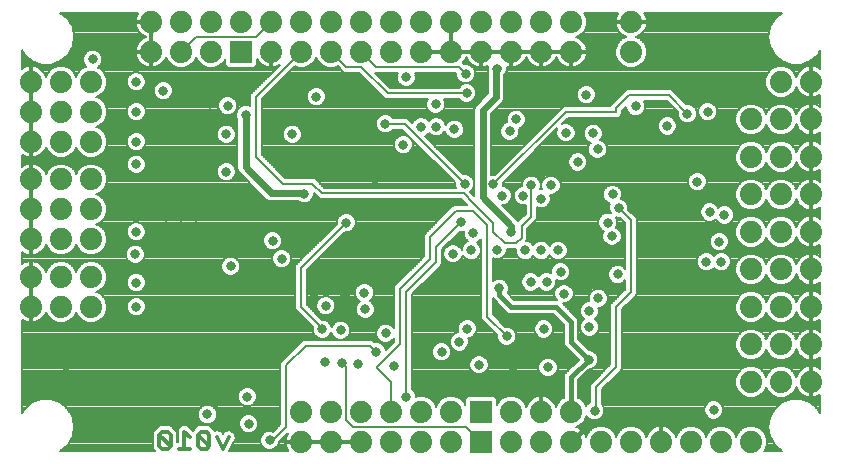
<source format=gbl>
G75*
G70*
%OFA0B0*%
%FSLAX24Y24*%
%IPPOS*%
%LPD*%
%AMOC8*
5,1,8,0,0,1.08239X$1,22.5*
%
%ADD10C,0.0130*%
%ADD11C,0.0740*%
%ADD12R,0.0740X0.0740*%
%ADD13C,0.0330*%
%ADD14C,0.0070*%
%ADD15C,0.0160*%
%ADD16C,0.0240*%
%ADD17C,0.0080*%
D10*
X005101Y004860D02*
X005196Y004765D01*
X005386Y004765D01*
X005481Y004860D01*
X005101Y005240D01*
X005101Y004860D01*
X005481Y004860D02*
X005481Y005240D01*
X005386Y005335D01*
X005196Y005335D01*
X005101Y005240D01*
X005936Y005335D02*
X005936Y004765D01*
X006126Y004765D02*
X005746Y004765D01*
X006390Y004860D02*
X006485Y004765D01*
X006675Y004765D01*
X006770Y004860D01*
X006390Y005240D01*
X006390Y004860D01*
X006770Y004860D02*
X006770Y005240D01*
X006675Y005335D01*
X006485Y005335D01*
X006390Y005240D01*
X006126Y005145D02*
X005936Y005335D01*
X007035Y005145D02*
X007225Y004765D01*
X007415Y005145D01*
D11*
X009830Y005000D03*
X010830Y005000D03*
X011830Y005000D03*
X012830Y005000D03*
X013830Y005000D03*
X014830Y005000D03*
X016830Y005000D03*
X017830Y005000D03*
X018830Y005000D03*
X019830Y005000D03*
X020830Y005000D03*
X021830Y005000D03*
X022830Y005000D03*
X023830Y005000D03*
X024830Y005000D03*
X024830Y007000D03*
X025830Y007000D03*
X026830Y007000D03*
X026830Y008250D03*
X025830Y008250D03*
X024830Y008250D03*
X024830Y009500D03*
X025830Y009500D03*
X026830Y009500D03*
X026830Y010750D03*
X025830Y010750D03*
X024830Y010750D03*
X024830Y012000D03*
X025830Y012000D03*
X026830Y012000D03*
X026830Y013250D03*
X025830Y013250D03*
X024830Y013250D03*
X024830Y014500D03*
X025830Y014500D03*
X026830Y014500D03*
X026830Y015750D03*
X025830Y015750D03*
X024830Y015750D03*
X025830Y017000D03*
X026830Y017000D03*
X020830Y018000D03*
X018830Y018000D03*
X017830Y018000D03*
X016830Y018000D03*
X015830Y018000D03*
X014830Y018000D03*
X013830Y018000D03*
X012830Y018000D03*
X011830Y018000D03*
X010830Y018000D03*
X009830Y018000D03*
X008830Y018000D03*
X008830Y019000D03*
X007830Y019000D03*
X006830Y019000D03*
X005830Y019000D03*
X004830Y019000D03*
X004830Y018000D03*
X005830Y018000D03*
X006830Y018000D03*
X009830Y019000D03*
X010830Y019000D03*
X011830Y019000D03*
X012830Y019000D03*
X013830Y019000D03*
X014830Y019000D03*
X015830Y019000D03*
X016830Y019000D03*
X017830Y019000D03*
X018830Y019000D03*
X020830Y019000D03*
X002830Y017000D03*
X001830Y017000D03*
X000830Y017000D03*
X000830Y016000D03*
X001830Y016000D03*
X002830Y016000D03*
X002830Y015000D03*
X001830Y015000D03*
X000830Y015000D03*
X000830Y013750D03*
X001830Y013750D03*
X002830Y013750D03*
X002830Y012750D03*
X001830Y012750D03*
X000830Y012750D03*
X000830Y011750D03*
X001830Y011750D03*
X002830Y011750D03*
X002830Y010500D03*
X001830Y010500D03*
X000830Y010500D03*
X000830Y009500D03*
X001830Y009500D03*
X002830Y009500D03*
X009830Y006000D03*
X010830Y006000D03*
X011830Y006000D03*
X012830Y006000D03*
X013830Y006000D03*
X014830Y006000D03*
X016830Y006000D03*
X017830Y006000D03*
X018830Y006000D03*
D12*
X015830Y006000D03*
X015830Y005000D03*
X007830Y018000D03*
D13*
X005230Y016700D03*
X004330Y017000D03*
X002880Y017750D03*
X004330Y016000D03*
X004330Y015000D03*
X004330Y014250D03*
X005330Y013000D03*
X005830Y013000D03*
X006330Y013000D03*
X006330Y012500D03*
X005830Y012500D03*
X005330Y012500D03*
X005330Y012000D03*
X005830Y012000D03*
X006330Y012000D03*
X004330Y012000D03*
X004300Y011250D03*
X004330Y010310D03*
X004330Y009500D03*
X005210Y007660D03*
X006960Y006310D03*
X006705Y005915D03*
X008080Y005600D03*
X008730Y005930D03*
X008030Y006500D03*
X008780Y005050D03*
X013330Y006500D03*
X012940Y007540D03*
X012330Y008000D03*
X011735Y007580D03*
X011190Y007635D03*
X010635Y007645D03*
X010530Y008750D03*
X011150Y008720D03*
X010650Y009540D03*
X010250Y009970D03*
X011300Y009890D03*
X011940Y009970D03*
X011970Y009420D03*
X012650Y008620D03*
X014510Y008000D03*
X015100Y008330D03*
X015370Y008770D03*
X016680Y008520D03*
X017920Y008760D03*
X019440Y008830D03*
X019440Y008320D03*
X019420Y007740D03*
X018060Y007480D03*
X016890Y007470D03*
X015760Y007570D03*
X019440Y009360D03*
X019730Y009790D03*
X018590Y009940D03*
X018010Y010330D03*
X017480Y010330D03*
X017030Y010070D03*
X016430Y010120D03*
X014890Y011270D03*
X015500Y011380D03*
X015570Y011950D03*
X015160Y012330D03*
X013586Y012530D03*
X012890Y011480D03*
X011330Y012300D03*
X009930Y013270D03*
X010280Y014000D03*
X012280Y013750D03*
X013660Y014310D03*
X013230Y014900D03*
X013830Y015500D03*
X014330Y015500D03*
X014940Y015420D03*
X016330Y015760D03*
X016780Y015350D03*
X017000Y015750D03*
X018660Y015300D03*
X019570Y015280D03*
X019710Y014750D03*
X019050Y014330D03*
X018160Y013550D03*
X017500Y013550D03*
X017230Y013200D03*
X017830Y013100D03*
X016530Y013200D03*
X016240Y013580D03*
X015280Y013600D03*
X016830Y012000D03*
X016360Y011400D03*
X017300Y011380D03*
X017830Y011380D03*
X018390Y011380D03*
X018480Y010670D03*
X020380Y010580D03*
X020190Y011850D03*
X020050Y012310D03*
X020420Y012790D03*
X020210Y013250D03*
X022680Y011880D03*
X023770Y011670D03*
X023830Y011000D03*
X023330Y011000D03*
X023320Y009530D03*
X022900Y006920D03*
X023580Y006060D03*
X019610Y006040D03*
X009180Y011100D03*
X008880Y011700D03*
X008330Y011550D03*
X007480Y010850D03*
X008530Y008980D03*
X002000Y007280D03*
X007430Y013400D03*
X007330Y014000D03*
X007330Y015250D03*
X007980Y015900D03*
X007380Y016200D03*
X006780Y016250D03*
X009530Y015250D03*
X010330Y016500D03*
X011980Y016500D03*
X013330Y017150D03*
X014320Y016250D03*
X015350Y016630D03*
X015310Y017270D03*
X016370Y017430D03*
X019330Y016570D03*
X020980Y016180D03*
X022030Y015530D03*
X022580Y015050D03*
X022705Y015935D03*
X023380Y016000D03*
X023030Y013670D03*
X023450Y012660D03*
X023940Y012560D03*
X012630Y015600D03*
D14*
X002050Y004896D02*
X001804Y004690D01*
X004960Y004690D01*
X004881Y004769D01*
X004881Y005332D01*
X005010Y005460D01*
X005105Y005555D01*
X005477Y005555D01*
X005606Y005427D01*
X005701Y005332D01*
X005701Y004985D01*
X005716Y004985D01*
X005716Y005427D01*
X005845Y005555D01*
X006027Y005555D01*
X006156Y005427D01*
X006210Y005372D01*
X006299Y005460D01*
X006299Y005460D01*
X006394Y005555D01*
X006766Y005555D01*
X006895Y005427D01*
X006965Y005357D01*
X007018Y005383D01*
X007191Y005325D01*
X007225Y005257D01*
X007259Y005325D01*
X007432Y005383D01*
X007595Y005301D01*
X007653Y005128D01*
X007433Y004690D01*
X009406Y004690D01*
X009381Y004725D01*
X009343Y004798D01*
X009318Y004877D01*
X009305Y004959D01*
X009305Y004965D01*
X009795Y004965D01*
X009795Y005035D01*
X009305Y005035D01*
X009305Y005041D01*
X009318Y005123D01*
X009343Y005202D01*
X009381Y005275D01*
X009400Y005301D01*
X009100Y005001D01*
X009100Y004986D01*
X009051Y004869D01*
X008961Y004779D01*
X008844Y004730D01*
X008716Y004730D01*
X008599Y004779D01*
X008509Y004869D01*
X008460Y004986D01*
X008460Y005114D01*
X008509Y005231D01*
X008599Y005321D01*
X008716Y005370D01*
X008844Y005370D01*
X008906Y005344D01*
X009140Y005579D01*
X009140Y007639D01*
X009790Y008289D01*
X009901Y008400D01*
X012199Y008400D01*
X012279Y008320D01*
X012394Y008320D01*
X012511Y008271D01*
X012601Y008181D01*
X012650Y008064D01*
X012650Y008049D01*
X012930Y008329D01*
X012930Y008460D01*
X012921Y008439D01*
X012831Y008349D01*
X012714Y008300D01*
X012586Y008300D01*
X012469Y008349D01*
X012379Y008439D01*
X012330Y008556D01*
X012330Y008684D01*
X012379Y008801D01*
X012469Y008891D01*
X012586Y008940D01*
X012714Y008940D01*
X012831Y008891D01*
X012921Y008801D01*
X012930Y008780D01*
X012930Y010189D01*
X013920Y011179D01*
X013920Y011909D01*
X014031Y012020D01*
X014031Y012020D01*
X014800Y012789D01*
X014800Y012789D01*
X014911Y012900D01*
X015361Y012900D01*
X015351Y012910D01*
X015190Y013071D01*
X015190Y013071D01*
X015171Y013090D01*
X010451Y013090D01*
X010250Y013291D01*
X010250Y013206D01*
X010201Y013089D01*
X010111Y012999D01*
X009994Y012950D01*
X009866Y012950D01*
X009749Y012999D01*
X009722Y013025D01*
X008775Y013025D01*
X008674Y013067D01*
X008597Y013144D01*
X007747Y013994D01*
X007705Y014095D01*
X007705Y015728D01*
X007660Y015836D01*
X007660Y015964D01*
X007709Y016081D01*
X007799Y016171D01*
X007916Y016220D01*
X008044Y016220D01*
X008140Y016180D01*
X008140Y016579D01*
X009131Y017570D01*
X009105Y017551D01*
X009032Y017513D01*
X008953Y017488D01*
X008871Y017475D01*
X008865Y017475D01*
X008865Y017965D01*
X008795Y017965D01*
X008795Y017475D01*
X008789Y017475D01*
X008707Y017488D01*
X008628Y017513D01*
X008555Y017551D01*
X008488Y017600D01*
X008430Y017658D01*
X008381Y017725D01*
X008355Y017776D01*
X008355Y017566D01*
X008264Y017475D01*
X007396Y017475D01*
X007305Y017566D01*
X007305Y017775D01*
X007275Y017703D01*
X007127Y017555D01*
X006934Y017475D01*
X006726Y017475D01*
X006533Y017555D01*
X006385Y017703D01*
X006330Y017835D01*
X006275Y017703D01*
X006127Y017555D01*
X005934Y017475D01*
X005726Y017475D01*
X005533Y017555D01*
X005385Y017703D01*
X005329Y017837D01*
X005317Y017798D01*
X005279Y017725D01*
X005230Y017658D01*
X005172Y017600D01*
X005105Y017551D01*
X005032Y017513D01*
X004953Y017488D01*
X004871Y017475D01*
X004865Y017475D01*
X004865Y017965D01*
X004795Y017965D01*
X004795Y017475D01*
X004789Y017475D01*
X004707Y017488D01*
X004628Y017513D01*
X004555Y017551D01*
X004488Y017600D01*
X004430Y017658D01*
X004381Y017725D01*
X004343Y017798D01*
X004318Y017877D01*
X004305Y017959D01*
X004305Y017965D01*
X004795Y017965D01*
X004795Y018035D01*
X004795Y018475D01*
X004795Y018965D01*
X004865Y018965D01*
X004865Y018035D01*
X004795Y018035D01*
X004305Y018035D01*
X004305Y018041D01*
X004318Y018123D01*
X004343Y018202D01*
X004381Y018275D01*
X004430Y018342D01*
X004488Y018400D01*
X004555Y018449D01*
X004628Y018487D01*
X004670Y018500D01*
X004628Y018513D01*
X004555Y018551D01*
X004488Y018600D01*
X004430Y018658D01*
X004381Y018725D01*
X004343Y018798D01*
X004318Y018877D01*
X004305Y018959D01*
X004305Y018965D01*
X004795Y018965D01*
X004795Y019035D01*
X004305Y019035D01*
X004305Y019041D01*
X004318Y019123D01*
X004343Y019202D01*
X004381Y019275D01*
X004406Y019310D01*
X001804Y019310D01*
X002050Y019104D01*
X002050Y019104D01*
X002213Y018821D01*
X002213Y018821D01*
X002269Y018500D01*
X002269Y018500D01*
X002213Y018179D01*
X002213Y018179D01*
X002050Y017896D01*
X002050Y017896D01*
X002050Y017896D01*
X001800Y017687D01*
X001800Y017687D01*
X001493Y017575D01*
X001167Y017575D01*
X000860Y017687D01*
X000860Y017687D01*
X000610Y017896D01*
X000610Y017896D01*
X000520Y018053D01*
X000520Y017424D01*
X000555Y017449D01*
X000628Y017487D01*
X000707Y017512D01*
X000789Y017525D01*
X000795Y017525D01*
X000795Y017035D01*
X000865Y017035D01*
X000865Y017525D01*
X000871Y017525D01*
X000953Y017512D01*
X001032Y017487D01*
X001105Y017449D01*
X001172Y017400D01*
X001230Y017342D01*
X001279Y017275D01*
X001317Y017202D01*
X001329Y017163D01*
X001385Y017297D01*
X001533Y017445D01*
X001726Y017525D01*
X001934Y017525D01*
X002127Y017445D01*
X002275Y017297D01*
X002330Y017165D01*
X002385Y017297D01*
X002533Y017445D01*
X002674Y017504D01*
X002609Y017569D01*
X002560Y017686D01*
X002560Y017814D01*
X002609Y017931D01*
X002699Y018021D01*
X002816Y018070D01*
X002944Y018070D01*
X003061Y018021D01*
X003151Y017931D01*
X003200Y017814D01*
X003200Y017686D01*
X003151Y017569D01*
X003061Y017479D01*
X003054Y017476D01*
X003127Y017445D01*
X003275Y017297D01*
X003355Y017104D01*
X004027Y017104D01*
X004010Y017064D02*
X004010Y016936D01*
X004059Y016819D01*
X004149Y016729D01*
X004266Y016680D01*
X004394Y016680D01*
X004511Y016729D01*
X004601Y016819D01*
X004650Y016936D01*
X004650Y017064D01*
X004601Y017181D01*
X004511Y017271D01*
X004394Y017320D01*
X004266Y017320D01*
X004149Y017271D01*
X004059Y017181D01*
X004010Y017064D01*
X004010Y017036D02*
X003355Y017036D01*
X003355Y017104D02*
X003355Y016896D01*
X003275Y016703D01*
X003127Y016555D01*
X002995Y016500D01*
X003127Y016445D01*
X003275Y016297D01*
X003355Y016104D01*
X003355Y015896D01*
X003275Y015703D01*
X003127Y015555D01*
X002995Y015500D01*
X003127Y015445D01*
X003275Y015297D01*
X003355Y015104D01*
X003355Y014896D01*
X003275Y014703D01*
X003127Y014555D01*
X002934Y014475D01*
X002726Y014475D01*
X002533Y014555D01*
X002385Y014703D01*
X002330Y014835D01*
X002275Y014703D01*
X002127Y014555D01*
X001934Y014475D01*
X001726Y014475D01*
X001533Y014555D01*
X001385Y014703D01*
X001329Y014837D01*
X001317Y014798D01*
X001279Y014725D01*
X001230Y014658D01*
X001172Y014600D01*
X001105Y014551D01*
X001032Y014513D01*
X000953Y014488D01*
X000871Y014475D01*
X000865Y014475D01*
X000865Y014965D01*
X000795Y014965D01*
X000795Y014475D01*
X000789Y014475D01*
X000707Y014488D01*
X000628Y014513D01*
X000555Y014551D01*
X000520Y014576D01*
X000520Y014174D01*
X000555Y014199D01*
X000628Y014237D01*
X000707Y014262D01*
X000789Y014275D01*
X000795Y014275D01*
X000795Y013785D01*
X000865Y013785D01*
X000865Y014275D01*
X000871Y014275D01*
X000953Y014262D01*
X001032Y014237D01*
X001105Y014199D01*
X001172Y014150D01*
X001230Y014092D01*
X001279Y014025D01*
X001317Y013952D01*
X001329Y013913D01*
X001385Y014047D01*
X001533Y014195D01*
X001726Y014275D01*
X001934Y014275D01*
X002127Y014195D01*
X002275Y014047D01*
X002330Y013915D01*
X002385Y014047D01*
X002533Y014195D01*
X002726Y014275D01*
X002934Y014275D01*
X003127Y014195D01*
X003275Y014047D01*
X003355Y013854D01*
X003355Y013646D01*
X003275Y013453D01*
X003127Y013305D01*
X002995Y013250D01*
X003127Y013195D01*
X003275Y013047D01*
X003355Y012854D01*
X003355Y012646D01*
X003275Y012453D01*
X003127Y012305D01*
X002995Y012250D01*
X003127Y012195D01*
X003275Y012047D01*
X003355Y011854D01*
X003355Y011646D01*
X003275Y011453D01*
X003127Y011305D01*
X002934Y011225D01*
X002726Y011225D01*
X002533Y011305D01*
X002385Y011453D01*
X002330Y011585D01*
X002275Y011453D01*
X002127Y011305D01*
X001934Y011225D01*
X001726Y011225D01*
X001533Y011305D01*
X001385Y011453D01*
X001329Y011587D01*
X001317Y011548D01*
X001279Y011475D01*
X001230Y011408D01*
X001172Y011350D01*
X001105Y011301D01*
X001032Y011263D01*
X000953Y011238D01*
X000871Y011225D01*
X000865Y011225D01*
X000865Y011715D01*
X000795Y011715D01*
X000795Y011225D01*
X000789Y011225D01*
X000707Y011238D01*
X000628Y011263D01*
X000555Y011301D01*
X000520Y011326D01*
X000520Y010924D01*
X000555Y010949D01*
X000628Y010987D01*
X000707Y011012D01*
X000789Y011025D01*
X000795Y011025D01*
X000795Y010535D01*
X000865Y010535D01*
X000865Y011025D01*
X000871Y011025D01*
X000953Y011012D01*
X001032Y010987D01*
X001105Y010949D01*
X001172Y010900D01*
X001230Y010842D01*
X001279Y010775D01*
X001317Y010702D01*
X001329Y010663D01*
X001385Y010797D01*
X001533Y010945D01*
X001726Y011025D01*
X001934Y011025D01*
X002127Y010945D01*
X002275Y010797D01*
X002330Y010665D01*
X002330Y010665D01*
X002385Y010797D01*
X002533Y010945D01*
X002726Y011025D01*
X002934Y011025D01*
X003127Y010945D01*
X003275Y010797D01*
X003355Y010604D01*
X003355Y010396D01*
X003275Y010203D01*
X003127Y010055D01*
X002995Y010000D01*
X003127Y009945D01*
X003275Y009797D01*
X003355Y009604D01*
X003355Y009396D01*
X003275Y009203D01*
X003127Y009055D01*
X002934Y008975D01*
X002726Y008975D01*
X002533Y009055D01*
X002385Y009203D01*
X002330Y009335D01*
X002275Y009203D01*
X002127Y009055D01*
X001934Y008975D01*
X001726Y008975D01*
X001533Y009055D01*
X001385Y009203D01*
X001329Y009337D01*
X001317Y009298D01*
X001279Y009225D01*
X001230Y009158D01*
X001172Y009100D01*
X001105Y009051D01*
X001032Y009013D01*
X000953Y008988D01*
X000871Y008975D01*
X000865Y008975D01*
X000865Y009465D01*
X000795Y009465D01*
X000795Y008975D01*
X000789Y008975D01*
X000707Y008988D01*
X000628Y009013D01*
X000555Y009051D01*
X000520Y009076D01*
X000520Y005947D01*
X000610Y006104D01*
X000610Y006104D01*
X000610Y006104D01*
X000860Y006313D01*
X000860Y006313D01*
X001167Y006425D01*
X001493Y006425D01*
X001800Y006313D01*
X001800Y006313D01*
X002050Y006104D01*
X002050Y006104D01*
X002213Y005821D01*
X002213Y005821D01*
X002269Y005500D01*
X002269Y005500D01*
X002213Y005179D01*
X002213Y005179D01*
X002050Y004896D01*
X002050Y004896D01*
X002050Y004896D01*
X002058Y004911D02*
X004881Y004911D01*
X004881Y004843D02*
X001985Y004843D01*
X001904Y004774D02*
X004881Y004774D01*
X004944Y004706D02*
X001822Y004706D01*
X002098Y004980D02*
X004881Y004980D01*
X004881Y005048D02*
X002137Y005048D01*
X002177Y005117D02*
X004881Y005117D01*
X004881Y005185D02*
X002214Y005185D01*
X002226Y005254D02*
X004881Y005254D01*
X004881Y005322D02*
X002238Y005322D01*
X002250Y005391D02*
X004940Y005391D01*
X005008Y005459D02*
X002262Y005459D01*
X002264Y005528D02*
X005077Y005528D01*
X005505Y005528D02*
X005817Y005528D01*
X005748Y005459D02*
X005574Y005459D01*
X005642Y005391D02*
X005716Y005391D01*
X005716Y005322D02*
X005701Y005322D01*
X005701Y005254D02*
X005716Y005254D01*
X005716Y005185D02*
X005701Y005185D01*
X005701Y005117D02*
X005716Y005117D01*
X005716Y005048D02*
X005701Y005048D01*
X006192Y005391D02*
X006229Y005391D01*
X006298Y005459D02*
X006123Y005459D01*
X006055Y005528D02*
X006366Y005528D01*
X006503Y005665D02*
X002240Y005665D01*
X002228Y005733D02*
X006434Y005733D01*
X006434Y005734D02*
X006524Y005644D01*
X006641Y005595D01*
X006769Y005595D01*
X006886Y005644D01*
X006976Y005734D01*
X007025Y005851D01*
X007025Y005979D01*
X006976Y006096D01*
X006886Y006186D01*
X006769Y006235D01*
X006641Y006235D01*
X006524Y006186D01*
X006434Y006096D01*
X006385Y005979D01*
X006385Y005851D01*
X006434Y005734D01*
X006406Y005802D02*
X002216Y005802D01*
X002184Y005870D02*
X006385Y005870D01*
X006385Y005939D02*
X002145Y005939D01*
X002105Y006007D02*
X006397Y006007D01*
X006425Y006076D02*
X002066Y006076D01*
X002002Y006144D02*
X006481Y006144D01*
X006587Y006213D02*
X001920Y006213D01*
X001838Y006281D02*
X007796Y006281D01*
X007759Y006319D02*
X007849Y006229D01*
X007966Y006180D01*
X008094Y006180D01*
X008211Y006229D01*
X008301Y006319D01*
X008350Y006436D01*
X008350Y006564D01*
X008301Y006681D01*
X008211Y006771D01*
X008094Y006820D01*
X007966Y006820D01*
X007849Y006771D01*
X007759Y006681D01*
X007710Y006564D01*
X007710Y006436D01*
X007759Y006319D01*
X007746Y006350D02*
X001701Y006350D01*
X001512Y006418D02*
X007718Y006418D01*
X007710Y006487D02*
X000520Y006487D01*
X000520Y006555D02*
X007710Y006555D01*
X007735Y006624D02*
X000520Y006624D01*
X000520Y006692D02*
X007769Y006692D01*
X007838Y006761D02*
X000520Y006761D01*
X000520Y006829D02*
X009140Y006829D01*
X009140Y006761D02*
X008222Y006761D01*
X008291Y006692D02*
X009140Y006692D01*
X009140Y006624D02*
X008325Y006624D01*
X008350Y006555D02*
X009140Y006555D01*
X009140Y006487D02*
X008350Y006487D01*
X008342Y006418D02*
X009140Y006418D01*
X009140Y006350D02*
X008314Y006350D01*
X008264Y006281D02*
X009140Y006281D01*
X009140Y006213D02*
X008172Y006213D01*
X007888Y006213D02*
X006823Y006213D01*
X006929Y006144D02*
X009140Y006144D01*
X009140Y006076D02*
X006985Y006076D01*
X007013Y006007D02*
X009140Y006007D01*
X009140Y005939D02*
X007025Y005939D01*
X007025Y005870D02*
X007897Y005870D01*
X007899Y005871D02*
X007809Y005781D01*
X007760Y005664D01*
X007760Y005536D01*
X007809Y005419D01*
X007899Y005329D01*
X008016Y005280D01*
X008144Y005280D01*
X008261Y005329D01*
X008351Y005419D01*
X008400Y005536D01*
X008400Y005664D01*
X008351Y005781D01*
X008261Y005871D01*
X008144Y005920D01*
X008016Y005920D01*
X007899Y005871D01*
X007829Y005802D02*
X007004Y005802D01*
X006976Y005733D02*
X007789Y005733D01*
X007760Y005665D02*
X006907Y005665D01*
X006771Y005596D02*
X007760Y005596D01*
X007764Y005528D02*
X006794Y005528D01*
X006863Y005459D02*
X007792Y005459D01*
X007837Y005391D02*
X006931Y005391D01*
X007192Y005322D02*
X007257Y005322D01*
X007554Y005322D02*
X007915Y005322D01*
X007611Y005254D02*
X008531Y005254D01*
X008490Y005185D02*
X007634Y005185D01*
X007647Y005117D02*
X008461Y005117D01*
X008460Y005048D02*
X007612Y005048D01*
X007578Y004980D02*
X008463Y004980D01*
X008491Y004911D02*
X007544Y004911D01*
X007510Y004843D02*
X008535Y004843D01*
X008610Y004774D02*
X007475Y004774D01*
X007441Y004706D02*
X009395Y004706D01*
X009356Y004774D02*
X008950Y004774D01*
X009025Y004843D02*
X009329Y004843D01*
X009313Y004911D02*
X009069Y004911D01*
X009097Y004980D02*
X009795Y004980D01*
X009865Y004980D02*
X010795Y004980D01*
X010795Y004965D02*
X009865Y004965D01*
X009865Y005035D01*
X010355Y005035D01*
X010795Y005035D01*
X010795Y004965D01*
X010865Y004965D02*
X010865Y005035D01*
X011795Y005035D01*
X011795Y004965D01*
X011305Y004965D01*
X010865Y004965D01*
X010865Y004980D02*
X011795Y004980D01*
X011560Y005500D02*
X011330Y005730D01*
X011330Y007495D01*
X011190Y007635D01*
X012120Y008210D02*
X012330Y008000D01*
X012120Y008210D02*
X009980Y008210D01*
X009330Y007560D01*
X009330Y005500D01*
X008880Y005050D01*
X008780Y005050D01*
X008600Y005322D02*
X008245Y005322D01*
X008323Y005391D02*
X008952Y005391D01*
X009020Y005459D02*
X008368Y005459D01*
X008396Y005528D02*
X009089Y005528D01*
X009140Y005596D02*
X008400Y005596D01*
X008400Y005665D02*
X009140Y005665D01*
X009140Y005733D02*
X008371Y005733D01*
X008331Y005802D02*
X009140Y005802D01*
X009140Y005870D02*
X008263Y005870D01*
X009352Y005254D02*
X009370Y005254D01*
X009338Y005185D02*
X009284Y005185D01*
X009317Y005117D02*
X009215Y005117D01*
X009147Y005048D02*
X009306Y005048D01*
X011560Y005500D02*
X015330Y005500D01*
X015830Y005000D01*
X017795Y006035D02*
X017795Y006525D01*
X017789Y006525D01*
X017707Y006512D01*
X017628Y006487D01*
X017027Y006487D01*
X016934Y006525D02*
X017127Y006445D01*
X017275Y006297D01*
X017331Y006163D01*
X017343Y006202D01*
X017381Y006275D01*
X017430Y006342D01*
X017488Y006400D01*
X017555Y006449D01*
X017628Y006487D01*
X017512Y006418D02*
X017154Y006418D01*
X017223Y006350D02*
X017437Y006350D01*
X017385Y006281D02*
X017282Y006281D01*
X017310Y006213D02*
X017349Y006213D01*
X017795Y006213D02*
X017865Y006213D01*
X017865Y006281D02*
X017795Y006281D01*
X017795Y006350D02*
X017865Y006350D01*
X017865Y006418D02*
X017795Y006418D01*
X017795Y006487D02*
X017865Y006487D01*
X017865Y006525D02*
X017865Y006035D01*
X017795Y006035D01*
X017795Y006076D02*
X017865Y006076D01*
X017865Y006144D02*
X017795Y006144D01*
X017865Y006525D02*
X017871Y006525D01*
X017953Y006512D01*
X018032Y006487D01*
X018595Y006487D01*
X018595Y006471D02*
X018533Y006445D01*
X018385Y006297D01*
X018329Y006163D01*
X018317Y006202D01*
X018279Y006275D01*
X018230Y006342D01*
X018172Y006400D01*
X018105Y006449D01*
X018032Y006487D01*
X018148Y006418D02*
X018506Y006418D01*
X018437Y006350D02*
X018223Y006350D01*
X018275Y006281D02*
X018378Y006281D01*
X018350Y006213D02*
X018311Y006213D01*
X018595Y006471D02*
X018595Y007247D01*
X019088Y007740D01*
X018595Y008233D01*
X018595Y008903D01*
X018233Y009265D01*
X016733Y009265D01*
X016595Y009403D01*
X016220Y009778D01*
X016220Y009249D01*
X016629Y008840D01*
X016744Y008840D01*
X016861Y008791D01*
X016951Y008701D01*
X017000Y008584D01*
X017000Y008456D01*
X016951Y008339D01*
X016861Y008249D01*
X016744Y008200D01*
X016616Y008200D01*
X016499Y008249D01*
X016409Y008339D01*
X016360Y008456D01*
X016360Y008571D01*
X015840Y009091D01*
X015840Y011767D01*
X015751Y011679D01*
X015682Y011650D01*
X015771Y011561D01*
X015820Y011444D01*
X015820Y011316D01*
X015771Y011199D01*
X015681Y011109D01*
X015564Y011060D01*
X015436Y011060D01*
X015319Y011109D01*
X015229Y011199D01*
X015210Y011244D01*
X015210Y011206D01*
X015161Y011089D01*
X015071Y010999D01*
X014954Y010950D01*
X014826Y010950D01*
X014709Y010999D01*
X014619Y011089D01*
X014570Y011206D01*
X014570Y011334D01*
X014619Y011451D01*
X014709Y011541D01*
X014826Y011590D01*
X014954Y011590D01*
X015071Y011541D01*
X015161Y011451D01*
X015180Y011406D01*
X015180Y011444D01*
X015229Y011561D01*
X015319Y011651D01*
X015388Y011680D01*
X015299Y011769D01*
X015250Y011886D01*
X015250Y012014D01*
X015254Y012022D01*
X015224Y012010D01*
X015109Y012010D01*
X014520Y011421D01*
X014520Y010921D01*
X014409Y010810D01*
X013520Y009921D01*
X013520Y006763D01*
X013601Y006681D01*
X013650Y006564D01*
X013650Y006494D01*
X013726Y006525D01*
X013934Y006525D01*
X014127Y006445D01*
X014275Y006297D01*
X014330Y006165D01*
X014385Y006297D01*
X014533Y006445D01*
X014726Y006525D01*
X014934Y006525D01*
X015127Y006445D01*
X015275Y006297D01*
X015305Y006225D01*
X015305Y006434D01*
X015396Y006525D01*
X016264Y006525D01*
X016355Y006434D01*
X016355Y006225D01*
X016385Y006297D01*
X016533Y006445D01*
X016726Y006525D01*
X016934Y006525D01*
X016633Y006487D02*
X016303Y006487D01*
X016355Y006418D02*
X016506Y006418D01*
X016437Y006350D02*
X016355Y006350D01*
X016355Y006281D02*
X016378Y006281D01*
X015357Y006487D02*
X015027Y006487D01*
X015154Y006418D02*
X015305Y006418D01*
X015305Y006350D02*
X015223Y006350D01*
X015282Y006281D02*
X015305Y006281D01*
X014633Y006487D02*
X014027Y006487D01*
X014154Y006418D02*
X014506Y006418D01*
X014437Y006350D02*
X014223Y006350D01*
X014282Y006281D02*
X014378Y006281D01*
X014350Y006213D02*
X014310Y006213D01*
X013650Y006555D02*
X018595Y006555D01*
X018595Y006624D02*
X013625Y006624D01*
X013591Y006692D02*
X018595Y006692D01*
X018595Y006761D02*
X013522Y006761D01*
X013520Y006829D02*
X018595Y006829D01*
X018595Y006898D02*
X013520Y006898D01*
X013520Y006966D02*
X018595Y006966D01*
X018595Y007035D02*
X013520Y007035D01*
X013520Y007103D02*
X018595Y007103D01*
X018595Y007172D02*
X018151Y007172D01*
X018124Y007160D02*
X018241Y007209D01*
X018331Y007299D01*
X018380Y007416D01*
X018380Y007544D01*
X018331Y007661D01*
X018241Y007751D01*
X018124Y007800D01*
X017996Y007800D01*
X017879Y007751D01*
X017789Y007661D01*
X017740Y007544D01*
X017740Y007416D01*
X017789Y007299D01*
X017879Y007209D01*
X017996Y007160D01*
X018124Y007160D01*
X017969Y007172D02*
X013520Y007172D01*
X013520Y007240D02*
X017847Y007240D01*
X017785Y007309D02*
X015951Y007309D01*
X015941Y007299D02*
X016031Y007389D01*
X016080Y007506D01*
X016080Y007634D01*
X016031Y007751D01*
X015941Y007841D01*
X015824Y007890D01*
X015696Y007890D01*
X015579Y007841D01*
X015489Y007751D01*
X015440Y007634D01*
X015440Y007506D01*
X015489Y007389D01*
X015579Y007299D01*
X015696Y007250D01*
X015824Y007250D01*
X015941Y007299D01*
X016020Y007377D02*
X017756Y007377D01*
X017740Y007446D02*
X016055Y007446D01*
X016080Y007514D02*
X017740Y007514D01*
X017756Y007583D02*
X016080Y007583D01*
X016073Y007651D02*
X017784Y007651D01*
X017847Y007720D02*
X016044Y007720D01*
X015995Y007788D02*
X017967Y007788D01*
X018153Y007788D02*
X019040Y007788D01*
X019067Y007720D02*
X018273Y007720D01*
X018336Y007651D02*
X018999Y007651D01*
X018930Y007583D02*
X018364Y007583D01*
X018380Y007514D02*
X018862Y007514D01*
X018793Y007446D02*
X018380Y007446D01*
X018364Y007377D02*
X018725Y007377D01*
X018656Y007309D02*
X018335Y007309D01*
X018273Y007240D02*
X018595Y007240D01*
X019065Y007053D02*
X019432Y007420D01*
X019484Y007420D01*
X019601Y007469D01*
X019691Y007559D01*
X019740Y007676D01*
X019740Y007804D01*
X019691Y007921D01*
X019601Y008011D01*
X019484Y008060D01*
X019432Y008060D01*
X019065Y008427D01*
X019065Y009097D01*
X018927Y009235D01*
X018542Y009620D01*
X018654Y009620D01*
X018771Y009669D01*
X018861Y009759D01*
X018910Y009876D01*
X018910Y010004D01*
X018861Y010121D01*
X018771Y010211D01*
X018654Y010260D01*
X018526Y010260D01*
X018409Y010211D01*
X018319Y010121D01*
X018270Y010004D01*
X018270Y009876D01*
X018319Y009759D01*
X018342Y009735D01*
X016927Y009735D01*
X016708Y009955D01*
X016750Y010056D01*
X016750Y010184D01*
X016701Y010301D01*
X016611Y010391D01*
X016494Y010440D01*
X016366Y010440D01*
X016249Y010391D01*
X016220Y010363D01*
X016220Y011112D01*
X016296Y011080D01*
X016424Y011080D01*
X016541Y011129D01*
X016631Y011219D01*
X016680Y011336D01*
X016680Y011430D01*
X016980Y011430D01*
X016980Y011316D01*
X017029Y011199D01*
X017119Y011109D01*
X017236Y011060D01*
X017364Y011060D01*
X017481Y011109D01*
X017565Y011192D01*
X017649Y011109D01*
X017766Y011060D01*
X017894Y011060D01*
X018011Y011109D01*
X018101Y011199D01*
X018110Y011220D01*
X018119Y011199D01*
X018209Y011109D01*
X018326Y011060D01*
X018454Y011060D01*
X018571Y011109D01*
X018661Y011199D01*
X018710Y011316D01*
X018710Y011444D01*
X018661Y011561D01*
X018571Y011651D01*
X018454Y011700D01*
X018326Y011700D01*
X018209Y011651D01*
X018119Y011561D01*
X018110Y011540D01*
X018101Y011561D01*
X018011Y011651D01*
X017894Y011700D01*
X017766Y011700D01*
X017649Y011651D01*
X017565Y011568D01*
X017481Y011651D01*
X017364Y011700D01*
X017339Y011700D01*
X017370Y011731D01*
X017370Y012111D01*
X017690Y012431D01*
X017690Y012812D01*
X017766Y012780D01*
X017894Y012780D01*
X018011Y012829D01*
X018101Y012919D01*
X018150Y013036D01*
X018150Y013164D01*
X018123Y013230D01*
X018224Y013230D01*
X018341Y013279D01*
X018431Y013369D01*
X018480Y013486D01*
X018480Y013614D01*
X018431Y013731D01*
X018341Y013821D01*
X018224Y013870D01*
X018096Y013870D01*
X017979Y013821D01*
X017889Y013731D01*
X017840Y013614D01*
X017840Y013486D01*
X017867Y013420D01*
X017793Y013420D01*
X017820Y013486D01*
X017820Y013614D01*
X017771Y013731D01*
X017681Y013821D01*
X017564Y013870D01*
X017436Y013870D01*
X017319Y013821D01*
X017229Y013731D01*
X017180Y013614D01*
X017180Y013520D01*
X017166Y013520D01*
X017049Y013471D01*
X016959Y013381D01*
X016910Y013264D01*
X016910Y013136D01*
X016959Y013019D01*
X017049Y012929D01*
X017166Y012880D01*
X017294Y012880D01*
X017310Y012887D01*
X017310Y012589D01*
X017101Y012380D01*
X017067Y012346D01*
X017063Y012356D01*
X016539Y012880D01*
X016594Y012880D01*
X016711Y012929D01*
X016801Y013019D01*
X016850Y013136D01*
X016850Y013264D01*
X016801Y013381D01*
X016711Y013471D01*
X016594Y013520D01*
X016560Y013520D01*
X016560Y013631D01*
X018374Y015445D01*
X018340Y015364D01*
X018340Y015236D01*
X018389Y015119D01*
X018479Y015029D01*
X018596Y014980D01*
X018724Y014980D01*
X018841Y015029D01*
X018931Y015119D01*
X018980Y015236D01*
X018980Y015364D01*
X018931Y015481D01*
X018841Y015571D01*
X018724Y015620D01*
X018596Y015620D01*
X018515Y015586D01*
X018739Y015810D01*
X020244Y015810D01*
X020249Y015805D01*
X020411Y015805D01*
X020525Y015919D01*
X020525Y016034D01*
X020660Y016169D01*
X020660Y016116D01*
X020709Y015999D01*
X020799Y015909D01*
X020916Y015860D01*
X021044Y015860D01*
X021161Y015909D01*
X021251Y015999D01*
X021300Y016116D01*
X021300Y016244D01*
X021254Y016355D01*
X022016Y016355D01*
X022385Y015986D01*
X022385Y015871D01*
X021070Y015871D01*
X021192Y015940D02*
X022385Y015940D01*
X022385Y015871D02*
X022434Y015754D01*
X022524Y015664D01*
X022641Y015615D01*
X022769Y015615D01*
X022886Y015664D01*
X022976Y015754D01*
X023025Y015871D01*
X023087Y015871D01*
X023109Y015819D02*
X023199Y015729D01*
X023316Y015680D01*
X023444Y015680D01*
X023561Y015729D01*
X023651Y015819D01*
X023700Y015936D01*
X023700Y016064D01*
X023651Y016181D01*
X023561Y016271D01*
X023444Y016320D01*
X023316Y016320D01*
X023199Y016271D01*
X023109Y016181D01*
X023060Y016064D01*
X023060Y015936D01*
X023109Y015819D01*
X023125Y015803D02*
X022996Y015803D01*
X023025Y015871D02*
X023025Y015999D01*
X022976Y016116D01*
X022886Y016206D01*
X022769Y016255D01*
X022654Y016255D01*
X022285Y016624D01*
X022285Y016631D01*
X022171Y016745D01*
X020684Y016745D01*
X020570Y016631D01*
X020135Y016196D01*
X020135Y016190D01*
X018581Y016190D01*
X016291Y013900D01*
X016176Y013900D01*
X016155Y013891D01*
X016155Y015936D01*
X016486Y016267D01*
X016563Y016344D01*
X016605Y016445D01*
X016605Y017212D01*
X016641Y017249D01*
X016690Y017366D01*
X016690Y017493D01*
X016707Y017488D01*
X016789Y017475D01*
X016795Y017475D01*
X016795Y017965D01*
X016355Y017965D01*
X015865Y017965D01*
X015865Y018035D01*
X016795Y018035D01*
X016795Y017965D01*
X016865Y017965D01*
X016865Y018035D01*
X017795Y018035D01*
X017795Y017965D01*
X017305Y017965D01*
X016865Y017965D01*
X016865Y017475D01*
X016871Y017475D01*
X016953Y017488D01*
X017032Y017513D01*
X017105Y017551D01*
X017172Y017600D01*
X017230Y017658D01*
X017279Y017725D01*
X017317Y017798D01*
X017330Y017840D01*
X017343Y017798D01*
X017381Y017725D01*
X017430Y017658D01*
X017488Y017600D01*
X017555Y017551D01*
X017628Y017513D01*
X017707Y017488D01*
X017789Y017475D01*
X017795Y017475D01*
X017795Y017965D01*
X017865Y017965D01*
X017865Y018035D01*
X018795Y018035D01*
X018795Y017965D01*
X018305Y017965D01*
X017865Y017965D01*
X017865Y017475D01*
X017871Y017475D01*
X017953Y017488D01*
X018032Y017513D01*
X018105Y017551D01*
X018172Y017600D01*
X018230Y017658D01*
X018279Y017725D01*
X018317Y017798D01*
X018330Y017840D01*
X018343Y017798D01*
X018381Y017725D01*
X018430Y017658D01*
X018488Y017600D01*
X018555Y017551D01*
X018628Y017513D01*
X018707Y017488D01*
X018789Y017475D01*
X018795Y017475D01*
X018795Y017965D01*
X018865Y017965D01*
X018865Y018035D01*
X019355Y018035D01*
X019355Y018041D01*
X019342Y018123D01*
X019317Y018202D01*
X019279Y018275D01*
X019230Y018342D01*
X019172Y018400D01*
X019105Y018449D01*
X019032Y018487D01*
X018993Y018499D01*
X019127Y018555D01*
X019275Y018703D01*
X019355Y018896D01*
X019355Y019104D01*
X019275Y019297D01*
X019262Y019310D01*
X020406Y019310D01*
X020381Y019275D01*
X020343Y019202D01*
X020318Y019123D01*
X020305Y019041D01*
X020305Y019035D01*
X020795Y019035D01*
X020795Y018965D01*
X020305Y018965D01*
X020305Y018959D01*
X020318Y018877D01*
X020343Y018798D01*
X020381Y018725D01*
X020430Y018658D01*
X020488Y018600D01*
X020555Y018551D01*
X020628Y018513D01*
X020667Y018501D01*
X020533Y018445D01*
X020385Y018297D01*
X020305Y018104D01*
X020305Y017896D01*
X020385Y017703D01*
X020533Y017555D01*
X020726Y017475D01*
X020934Y017475D01*
X021127Y017555D01*
X021275Y017703D01*
X021355Y017896D01*
X021355Y018104D01*
X021275Y018297D01*
X021127Y018445D01*
X020993Y018501D01*
X021032Y018513D01*
X021105Y018551D01*
X021172Y018600D01*
X021230Y018658D01*
X021279Y018725D01*
X021317Y018798D01*
X021342Y018877D01*
X021355Y018959D01*
X021355Y018965D01*
X020865Y018965D01*
X020865Y019035D01*
X021355Y019035D01*
X021355Y019041D01*
X021342Y019123D01*
X021317Y019202D01*
X021279Y019275D01*
X021254Y019310D01*
X025856Y019310D01*
X025610Y019104D01*
X025610Y019104D01*
X025610Y019104D01*
X025447Y018821D01*
X025391Y018500D01*
X025447Y018179D01*
X025447Y018179D01*
X025610Y017896D01*
X025860Y017687D01*
X026167Y017575D01*
X026493Y017575D01*
X026800Y017687D01*
X027050Y017896D01*
X027140Y018053D01*
X027140Y017424D01*
X027105Y017449D01*
X027032Y017487D01*
X026953Y017512D01*
X026871Y017525D01*
X026865Y017525D01*
X026865Y017035D01*
X026795Y017035D01*
X026795Y017525D01*
X026789Y017525D01*
X026707Y017512D01*
X026628Y017487D01*
X026555Y017449D01*
X026488Y017400D01*
X026430Y017342D01*
X026381Y017275D01*
X026343Y017202D01*
X026331Y017163D01*
X026275Y017297D01*
X026127Y017445D01*
X025934Y017525D01*
X025726Y017525D01*
X025533Y017445D01*
X025385Y017297D01*
X025305Y017104D01*
X016605Y017104D01*
X016605Y017036D02*
X025305Y017036D01*
X025305Y017104D02*
X025305Y016896D01*
X025385Y016703D01*
X025533Y016555D01*
X025726Y016475D01*
X025934Y016475D01*
X026127Y016555D01*
X026275Y016703D01*
X026331Y016837D01*
X026343Y016798D01*
X026381Y016725D01*
X026430Y016658D01*
X026488Y016600D01*
X026555Y016551D01*
X026628Y016513D01*
X026707Y016488D01*
X026789Y016475D01*
X026795Y016475D01*
X026795Y016965D01*
X026865Y016965D01*
X026865Y016475D01*
X026871Y016475D01*
X026953Y016488D01*
X027032Y016513D01*
X027105Y016551D01*
X027140Y016576D01*
X027140Y016174D01*
X027105Y016199D01*
X027032Y016237D01*
X026953Y016262D01*
X026871Y016275D01*
X026865Y016275D01*
X026865Y015785D01*
X026795Y015785D01*
X026795Y016275D01*
X026789Y016275D01*
X026707Y016262D01*
X026628Y016237D01*
X026555Y016199D01*
X026488Y016150D01*
X026430Y016092D01*
X026381Y016025D01*
X026343Y015952D01*
X026331Y015913D01*
X026275Y016047D01*
X026127Y016195D01*
X025934Y016275D01*
X025726Y016275D01*
X025533Y016195D01*
X025385Y016047D01*
X025330Y015915D01*
X025275Y016047D01*
X025127Y016195D01*
X024934Y016275D01*
X024726Y016275D01*
X024533Y016195D01*
X024385Y016047D01*
X024305Y015854D01*
X024305Y015646D01*
X024385Y015453D01*
X024533Y015305D01*
X024726Y015225D01*
X024934Y015225D01*
X025127Y015305D01*
X025275Y015453D01*
X025330Y015585D01*
X025385Y015453D01*
X025533Y015305D01*
X025726Y015225D01*
X025934Y015225D01*
X026127Y015305D01*
X026275Y015453D01*
X026331Y015587D01*
X026343Y015548D01*
X026381Y015475D01*
X026430Y015408D01*
X026488Y015350D01*
X026555Y015301D01*
X026628Y015263D01*
X026707Y015238D01*
X026789Y015225D01*
X026795Y015225D01*
X026795Y015715D01*
X026865Y015715D01*
X026865Y015225D01*
X026871Y015225D01*
X026953Y015238D01*
X027032Y015263D01*
X027105Y015301D01*
X027140Y015326D01*
X027140Y014924D01*
X027105Y014949D01*
X027032Y014987D01*
X026953Y015012D01*
X026871Y015025D01*
X026865Y015025D01*
X026865Y014535D01*
X026795Y014535D01*
X026795Y015025D01*
X026789Y015025D01*
X026707Y015012D01*
X026628Y014987D01*
X026555Y014949D01*
X026488Y014900D01*
X026430Y014842D01*
X026381Y014775D01*
X026284Y014775D01*
X026275Y014797D02*
X026331Y014663D01*
X026343Y014702D01*
X026381Y014775D01*
X026346Y014707D02*
X026313Y014707D01*
X026275Y014797D02*
X026127Y014945D01*
X025934Y015025D01*
X025726Y015025D01*
X025533Y014945D01*
X025385Y014797D01*
X025330Y014665D01*
X025275Y014797D01*
X025127Y014945D01*
X024934Y015025D01*
X024726Y015025D01*
X024533Y014945D01*
X024385Y014797D01*
X024305Y014604D01*
X024305Y014396D01*
X024385Y014203D01*
X024533Y014055D01*
X024726Y013975D01*
X024934Y013975D01*
X025127Y014055D01*
X025275Y014203D01*
X025330Y014335D01*
X025385Y014203D01*
X025533Y014055D01*
X025726Y013975D01*
X025934Y013975D01*
X026127Y014055D01*
X026275Y014203D01*
X026331Y014337D01*
X026343Y014298D01*
X026381Y014225D01*
X026430Y014158D01*
X026488Y014100D01*
X026555Y014051D01*
X026628Y014013D01*
X026707Y013988D01*
X026789Y013975D01*
X026795Y013975D01*
X026795Y014465D01*
X026865Y014465D01*
X026865Y013975D01*
X026871Y013975D01*
X026953Y013988D01*
X027032Y014013D01*
X027105Y014051D01*
X027140Y014076D01*
X027140Y013674D01*
X027105Y013699D01*
X027032Y013737D01*
X026953Y013762D01*
X026871Y013775D01*
X026865Y013775D01*
X026865Y013285D01*
X026795Y013285D01*
X026795Y013775D01*
X026789Y013775D01*
X026707Y013762D01*
X026628Y013737D01*
X026555Y013699D01*
X026488Y013650D01*
X026430Y013592D01*
X026381Y013525D01*
X026343Y013452D01*
X026331Y013413D01*
X026275Y013547D01*
X026127Y013695D01*
X025934Y013775D01*
X025726Y013775D01*
X025533Y013695D01*
X025385Y013547D01*
X025330Y013415D01*
X025275Y013547D01*
X025127Y013695D01*
X024934Y013775D01*
X024726Y013775D01*
X024533Y013695D01*
X024385Y013547D01*
X024305Y013354D01*
X024305Y013146D01*
X024385Y012953D01*
X024533Y012805D01*
X024726Y012725D01*
X024934Y012725D01*
X025127Y012805D01*
X025275Y012953D01*
X025330Y013085D01*
X025385Y012953D01*
X025533Y012805D01*
X025726Y012725D01*
X025934Y012725D01*
X026127Y012805D01*
X026275Y012953D01*
X026331Y013087D01*
X026343Y013048D01*
X026381Y012975D01*
X026430Y012908D01*
X026488Y012850D01*
X026555Y012801D01*
X026628Y012763D01*
X026707Y012738D01*
X026789Y012725D01*
X026795Y012725D01*
X026795Y013215D01*
X026865Y013215D01*
X026865Y012725D01*
X026871Y012725D01*
X026953Y012738D01*
X027032Y012763D01*
X027105Y012801D01*
X027140Y012826D01*
X027140Y012424D01*
X027105Y012449D01*
X027032Y012487D01*
X026953Y012512D01*
X026871Y012525D01*
X026865Y012525D01*
X026865Y012035D01*
X026795Y012035D01*
X026795Y012525D01*
X026789Y012525D01*
X026707Y012512D01*
X026628Y012487D01*
X026555Y012449D01*
X026488Y012400D01*
X026430Y012342D01*
X026381Y012275D01*
X026343Y012202D01*
X026331Y012163D01*
X026275Y012297D01*
X026127Y012445D01*
X025934Y012525D01*
X025726Y012525D01*
X025533Y012445D01*
X025385Y012297D01*
X025330Y012165D01*
X025275Y012297D01*
X025127Y012445D01*
X024934Y012525D01*
X024726Y012525D01*
X024533Y012445D01*
X024385Y012297D01*
X024305Y012104D01*
X024305Y011896D01*
X024385Y011703D01*
X024533Y011555D01*
X024726Y011475D01*
X024934Y011475D01*
X025127Y011555D01*
X025275Y011703D01*
X025330Y011835D01*
X025385Y011703D01*
X025533Y011555D01*
X025726Y011475D01*
X025934Y011475D01*
X026127Y011555D01*
X026275Y011703D01*
X026331Y011837D01*
X026343Y011798D01*
X026381Y011725D01*
X026430Y011658D01*
X026488Y011600D01*
X026555Y011551D01*
X026628Y011513D01*
X026707Y011488D01*
X026789Y011475D01*
X026795Y011475D01*
X026795Y011965D01*
X026865Y011965D01*
X026865Y011475D01*
X026871Y011475D01*
X026953Y011488D01*
X027032Y011513D01*
X027105Y011551D01*
X027140Y011576D01*
X027140Y011174D01*
X027105Y011199D01*
X027032Y011237D01*
X026953Y011262D01*
X026871Y011275D01*
X026865Y011275D01*
X026865Y010785D01*
X026795Y010785D01*
X026795Y011275D01*
X026789Y011275D01*
X026707Y011262D01*
X026628Y011237D01*
X026555Y011199D01*
X026488Y011150D01*
X026430Y011092D01*
X026381Y011025D01*
X026343Y010952D01*
X026331Y010913D01*
X026275Y011047D01*
X026127Y011195D01*
X025934Y011275D01*
X025726Y011275D01*
X025533Y011195D01*
X025385Y011047D01*
X025330Y010915D01*
X025275Y011047D01*
X025127Y011195D01*
X024934Y011275D01*
X024726Y011275D01*
X024533Y011195D01*
X024385Y011047D01*
X024305Y010854D01*
X024305Y010646D01*
X024385Y010453D01*
X024533Y010305D01*
X024726Y010225D01*
X024934Y010225D01*
X025127Y010305D01*
X025275Y010453D01*
X025330Y010585D01*
X025385Y010453D01*
X025533Y010305D01*
X025726Y010225D01*
X025934Y010225D01*
X026127Y010305D01*
X026275Y010453D01*
X026331Y010587D01*
X026343Y010548D01*
X026381Y010475D01*
X026430Y010408D01*
X026488Y010350D01*
X026555Y010301D01*
X026628Y010263D01*
X026707Y010238D01*
X026789Y010225D01*
X026795Y010225D01*
X026795Y010715D01*
X026865Y010715D01*
X026865Y010225D01*
X026871Y010225D01*
X026953Y010238D01*
X027032Y010263D01*
X027105Y010301D01*
X027140Y010326D01*
X027140Y009924D01*
X027105Y009949D01*
X027032Y009987D01*
X026953Y010012D01*
X026871Y010025D01*
X026865Y010025D01*
X026865Y009535D01*
X026795Y009535D01*
X026795Y010025D01*
X026789Y010025D01*
X026707Y010012D01*
X026628Y009987D01*
X026555Y009949D01*
X026488Y009900D01*
X026430Y009842D01*
X026381Y009775D01*
X026343Y009702D01*
X026331Y009663D01*
X026275Y009797D01*
X026127Y009945D01*
X025934Y010025D01*
X025726Y010025D01*
X025533Y009945D01*
X025385Y009797D01*
X025330Y009665D01*
X025275Y009797D01*
X025127Y009945D01*
X024934Y010025D01*
X024726Y010025D01*
X024533Y009945D01*
X024385Y009797D01*
X024305Y009604D01*
X024305Y009396D01*
X024385Y009203D01*
X024533Y009055D01*
X024726Y008975D01*
X024934Y008975D01*
X025127Y009055D01*
X025275Y009203D01*
X025330Y009335D01*
X025385Y009203D01*
X025533Y009055D01*
X025726Y008975D01*
X025934Y008975D01*
X026127Y009055D01*
X026275Y009203D01*
X026331Y009337D01*
X026343Y009298D01*
X026381Y009225D01*
X026430Y009158D01*
X026488Y009100D01*
X026555Y009051D01*
X026628Y009013D01*
X026707Y008988D01*
X026789Y008975D01*
X026795Y008975D01*
X026795Y009465D01*
X026865Y009465D01*
X026865Y008975D01*
X026871Y008975D01*
X026953Y008988D01*
X027032Y009013D01*
X027105Y009051D01*
X027140Y009076D01*
X027140Y008674D01*
X027105Y008699D01*
X027032Y008737D01*
X026953Y008762D01*
X026871Y008775D01*
X026865Y008775D01*
X026865Y008285D01*
X026795Y008285D01*
X026795Y008775D01*
X026789Y008775D01*
X026707Y008762D01*
X026628Y008737D01*
X026555Y008699D01*
X026488Y008650D01*
X026430Y008592D01*
X026381Y008525D01*
X026343Y008452D01*
X026331Y008413D01*
X026275Y008547D01*
X026127Y008695D01*
X025934Y008775D01*
X025726Y008775D01*
X025533Y008695D01*
X025385Y008547D01*
X025330Y008415D01*
X025275Y008547D01*
X025127Y008695D01*
X024934Y008775D01*
X024726Y008775D01*
X024533Y008695D01*
X024385Y008547D01*
X024305Y008354D01*
X024305Y008146D01*
X024385Y007953D01*
X024533Y007805D01*
X024726Y007725D01*
X024934Y007725D01*
X025127Y007805D01*
X025275Y007953D01*
X025330Y008085D01*
X025385Y007953D01*
X025533Y007805D01*
X025726Y007725D01*
X025934Y007725D01*
X026127Y007805D01*
X026275Y007953D01*
X026331Y008087D01*
X026343Y008048D01*
X026381Y007975D01*
X026430Y007908D01*
X026488Y007850D01*
X026555Y007801D01*
X026628Y007763D01*
X026707Y007738D01*
X026789Y007725D01*
X026795Y007725D01*
X026795Y008215D01*
X026865Y008215D01*
X026865Y007725D01*
X026871Y007725D01*
X026953Y007738D01*
X027032Y007763D01*
X027105Y007801D01*
X027140Y007826D01*
X027140Y007424D01*
X027105Y007449D01*
X027032Y007487D01*
X026953Y007512D01*
X026871Y007525D01*
X026865Y007525D01*
X026865Y007035D01*
X026795Y007035D01*
X026795Y007525D01*
X026789Y007525D01*
X026707Y007512D01*
X026628Y007487D01*
X026555Y007449D01*
X026488Y007400D01*
X026430Y007342D01*
X026381Y007275D01*
X026343Y007202D01*
X026331Y007163D01*
X026275Y007297D01*
X026127Y007445D01*
X025934Y007525D01*
X025726Y007525D01*
X025533Y007445D01*
X025385Y007297D01*
X025330Y007165D01*
X025275Y007297D01*
X025127Y007445D01*
X024934Y007525D01*
X024726Y007525D01*
X024533Y007445D01*
X024385Y007297D01*
X024305Y007104D01*
X024305Y006896D01*
X024385Y006703D01*
X024533Y006555D01*
X024726Y006475D01*
X024934Y006475D01*
X025127Y006555D01*
X025275Y006703D01*
X025330Y006835D01*
X025385Y006703D01*
X025533Y006555D01*
X025726Y006475D01*
X025934Y006475D01*
X026127Y006555D01*
X026275Y006703D01*
X026331Y006837D01*
X026343Y006798D01*
X026381Y006725D01*
X026430Y006658D01*
X026488Y006600D01*
X026555Y006551D01*
X026628Y006513D01*
X026707Y006488D01*
X026789Y006475D01*
X026795Y006475D01*
X026795Y006965D01*
X026865Y006965D01*
X026865Y006475D01*
X026871Y006475D01*
X026953Y006488D01*
X027032Y006513D01*
X027105Y006551D01*
X027140Y006576D01*
X027140Y005947D01*
X027050Y006104D01*
X026800Y006313D01*
X026800Y006313D01*
X026493Y006425D01*
X026167Y006425D01*
X025860Y006313D01*
X025610Y006104D01*
X025610Y006104D01*
X025610Y006104D01*
X025447Y005821D01*
X025391Y005500D01*
X025447Y005179D01*
X025447Y005179D01*
X025610Y004896D01*
X025856Y004690D01*
X025262Y004690D01*
X025275Y004703D01*
X025355Y004896D01*
X025355Y005104D01*
X025275Y005297D01*
X025127Y005445D01*
X024934Y005525D01*
X024726Y005525D01*
X024533Y005445D01*
X024385Y005297D01*
X024330Y005165D01*
X024275Y005297D01*
X024127Y005445D01*
X023934Y005525D01*
X023726Y005525D01*
X023533Y005445D01*
X023385Y005297D01*
X023330Y005165D01*
X023275Y005297D01*
X023127Y005445D01*
X022934Y005525D01*
X022726Y005525D01*
X022533Y005445D01*
X022385Y005297D01*
X022329Y005163D01*
X022317Y005202D01*
X022279Y005275D01*
X022230Y005342D01*
X022172Y005400D01*
X022105Y005449D01*
X022032Y005487D01*
X021953Y005512D01*
X021871Y005525D01*
X021865Y005525D01*
X021865Y005035D01*
X021795Y005035D01*
X021795Y005525D01*
X021789Y005525D01*
X021707Y005512D01*
X021628Y005487D01*
X021555Y005449D01*
X021488Y005400D01*
X021430Y005342D01*
X021381Y005275D01*
X021343Y005202D01*
X021331Y005163D01*
X021275Y005297D01*
X021127Y005445D01*
X020934Y005525D01*
X020726Y005525D01*
X020533Y005445D01*
X020385Y005297D01*
X020330Y005165D01*
X020275Y005297D01*
X020127Y005445D01*
X019934Y005525D01*
X019726Y005525D01*
X019533Y005445D01*
X019385Y005297D01*
X019329Y005163D01*
X019317Y005202D01*
X019279Y005275D01*
X019230Y005342D01*
X019172Y005400D01*
X019105Y005449D01*
X019032Y005487D01*
X018993Y005499D01*
X019127Y005555D01*
X019275Y005703D01*
X019339Y005858D01*
X019429Y005769D01*
X019546Y005720D01*
X019674Y005720D01*
X019791Y005769D01*
X019881Y005859D01*
X019930Y005976D01*
X019930Y006104D01*
X019881Y006221D01*
X019850Y006253D01*
X019850Y006751D01*
X020409Y007310D01*
X020520Y007421D01*
X020520Y009421D01*
X020909Y009810D01*
X021020Y009921D01*
X021020Y012459D01*
X020740Y012739D01*
X020740Y012854D01*
X020691Y012971D01*
X020601Y013061D01*
X020496Y013105D01*
X020530Y013186D01*
X020530Y013314D01*
X020481Y013431D01*
X020391Y013521D01*
X020274Y013570D01*
X020146Y013570D01*
X020029Y013521D01*
X019939Y013431D01*
X019890Y013314D01*
X019890Y013186D01*
X019939Y013069D01*
X020029Y012979D01*
X020134Y012935D01*
X020100Y012854D01*
X020100Y012726D01*
X020145Y012617D01*
X020114Y012630D01*
X019986Y012630D01*
X019869Y012581D01*
X019779Y012491D01*
X019730Y012374D01*
X019730Y012246D01*
X019779Y012129D01*
X019869Y012039D01*
X019914Y012020D01*
X019870Y011914D01*
X019870Y011786D01*
X019919Y011669D01*
X020009Y011579D01*
X020126Y011530D01*
X020254Y011530D01*
X020371Y011579D01*
X020461Y011669D01*
X020510Y011786D01*
X020510Y011914D01*
X020461Y012031D01*
X020371Y012121D01*
X020326Y012140D01*
X020370Y012246D01*
X020370Y012374D01*
X020325Y012483D01*
X020356Y012470D01*
X020471Y012470D01*
X020640Y012301D01*
X020640Y010773D01*
X020561Y010851D01*
X020444Y010900D01*
X020316Y010900D01*
X020199Y010851D01*
X020109Y010761D01*
X020060Y010644D01*
X020060Y010516D01*
X020109Y010399D01*
X020199Y010309D01*
X020316Y010260D01*
X020444Y010260D01*
X020561Y010309D01*
X020640Y010387D01*
X020640Y010079D01*
X020140Y009579D01*
X020140Y007579D01*
X019581Y007020D01*
X019470Y006909D01*
X019470Y006328D01*
X019429Y006311D01*
X019339Y006221D01*
X019323Y006182D01*
X019275Y006297D01*
X019127Y006445D01*
X019065Y006471D01*
X019065Y007053D01*
X019065Y007035D02*
X019596Y007035D01*
X019581Y007020D02*
X019581Y007020D01*
X019527Y006966D02*
X019065Y006966D01*
X019065Y006898D02*
X019470Y006898D01*
X019470Y006829D02*
X019065Y006829D01*
X019065Y006761D02*
X019470Y006761D01*
X019470Y006692D02*
X019065Y006692D01*
X019065Y006624D02*
X019470Y006624D01*
X019470Y006555D02*
X019065Y006555D01*
X019065Y006487D02*
X019470Y006487D01*
X019470Y006418D02*
X019154Y006418D01*
X019223Y006350D02*
X019470Y006350D01*
X019398Y006281D02*
X019282Y006281D01*
X019310Y006213D02*
X019335Y006213D01*
X019610Y006040D02*
X019660Y006090D01*
X019660Y006830D01*
X020330Y007500D01*
X020330Y009500D01*
X020830Y010000D01*
X020830Y012380D01*
X020420Y012790D01*
X020740Y012789D02*
X023157Y012789D01*
X023179Y012841D02*
X023130Y012724D01*
X023130Y012596D01*
X023179Y012479D01*
X023269Y012389D01*
X023386Y012340D01*
X023514Y012340D01*
X023631Y012389D01*
X023655Y012412D01*
X023669Y012379D01*
X023759Y012289D01*
X023876Y012240D01*
X024004Y012240D01*
X024121Y012289D01*
X024211Y012379D01*
X024260Y012496D01*
X024260Y012624D01*
X024211Y012741D01*
X024121Y012831D01*
X024004Y012880D01*
X023876Y012880D01*
X023759Y012831D01*
X023735Y012808D01*
X023721Y012841D01*
X023631Y012931D01*
X023514Y012980D01*
X023386Y012980D01*
X023269Y012931D01*
X023179Y012841D01*
X023194Y012857D02*
X020739Y012857D01*
X020710Y012926D02*
X023263Y012926D01*
X023130Y012720D02*
X020759Y012720D01*
X020827Y012652D02*
X023130Y012652D01*
X023136Y012583D02*
X020896Y012583D01*
X020964Y012515D02*
X023164Y012515D01*
X023211Y012446D02*
X021020Y012446D01*
X021020Y012378D02*
X023296Y012378D01*
X023604Y012378D02*
X023670Y012378D01*
X023738Y012309D02*
X021020Y012309D01*
X021020Y012241D02*
X023875Y012241D01*
X024005Y012241D02*
X024361Y012241D01*
X024333Y012172D02*
X021020Y012172D01*
X021020Y012104D02*
X024305Y012104D01*
X024305Y012035D02*
X021020Y012035D01*
X021020Y011967D02*
X023650Y011967D01*
X023706Y011990D02*
X023589Y011941D01*
X023499Y011851D01*
X023450Y011734D01*
X023450Y011606D01*
X023499Y011489D01*
X023589Y011399D01*
X023706Y011350D01*
X021020Y011350D01*
X021020Y011282D02*
X023173Y011282D01*
X023149Y011271D02*
X023059Y011181D01*
X023010Y011064D01*
X023010Y010936D01*
X023059Y010819D01*
X023149Y010729D01*
X023266Y010680D01*
X023394Y010680D01*
X023511Y010729D01*
X023580Y010797D01*
X023649Y010729D01*
X023766Y010680D01*
X023894Y010680D01*
X024011Y010729D01*
X024101Y010819D01*
X024150Y010936D01*
X024150Y011064D01*
X024101Y011181D01*
X024011Y011271D01*
X023894Y011320D01*
X023766Y011320D01*
X023649Y011271D01*
X023580Y011203D01*
X023511Y011271D01*
X023394Y011320D01*
X023266Y011320D01*
X023149Y011271D01*
X023090Y011213D02*
X021020Y011213D01*
X021020Y011145D02*
X023043Y011145D01*
X023015Y011076D02*
X021020Y011076D01*
X021020Y011008D02*
X023010Y011008D01*
X023010Y010939D02*
X021020Y010939D01*
X021020Y010871D02*
X023037Y010871D01*
X023075Y010802D02*
X021020Y010802D01*
X021020Y010734D02*
X023144Y010734D01*
X023516Y010734D02*
X023644Y010734D01*
X024016Y010734D02*
X024305Y010734D01*
X024305Y010802D02*
X024085Y010802D01*
X024123Y010871D02*
X024312Y010871D01*
X024340Y010939D02*
X024150Y010939D01*
X024150Y011008D02*
X024368Y011008D01*
X024414Y011076D02*
X024145Y011076D01*
X024117Y011145D02*
X024482Y011145D01*
X024576Y011213D02*
X024070Y011213D01*
X023987Y011282D02*
X027140Y011282D01*
X027140Y011350D02*
X023834Y011350D01*
X023951Y011399D01*
X024041Y011489D01*
X024090Y011606D01*
X024090Y011734D01*
X024041Y011851D01*
X023951Y011941D01*
X023834Y011990D01*
X023706Y011990D01*
X023545Y011898D02*
X021020Y011898D01*
X021020Y011830D02*
X023490Y011830D01*
X023461Y011761D02*
X021020Y011761D01*
X021020Y011693D02*
X023450Y011693D01*
X023450Y011624D02*
X021020Y011624D01*
X021020Y011556D02*
X023471Y011556D01*
X023500Y011487D02*
X021020Y011487D01*
X021020Y011419D02*
X023569Y011419D01*
X023706Y011350D02*
X023834Y011350D01*
X023971Y011419D02*
X027140Y011419D01*
X027140Y011487D02*
X026947Y011487D01*
X026865Y011487D02*
X026795Y011487D01*
X026795Y011556D02*
X026865Y011556D01*
X026865Y011624D02*
X026795Y011624D01*
X026795Y011693D02*
X026865Y011693D01*
X026865Y011761D02*
X026795Y011761D01*
X026795Y011830D02*
X026865Y011830D01*
X026865Y011898D02*
X026795Y011898D01*
X026795Y012035D02*
X026865Y012035D01*
X026865Y012104D02*
X026795Y012104D01*
X026795Y012172D02*
X026865Y012172D01*
X026865Y012241D02*
X026795Y012241D01*
X026795Y012309D02*
X026865Y012309D01*
X026865Y012378D02*
X026795Y012378D01*
X026795Y012446D02*
X026865Y012446D01*
X026865Y012515D02*
X026795Y012515D01*
X026723Y012515D02*
X025960Y012515D01*
X026125Y012446D02*
X026551Y012446D01*
X026465Y012378D02*
X026195Y012378D01*
X026263Y012309D02*
X026406Y012309D01*
X026363Y012241D02*
X026299Y012241D01*
X026327Y012172D02*
X026334Y012172D01*
X026328Y011830D02*
X026333Y011830D01*
X026363Y011761D02*
X026299Y011761D01*
X026265Y011693D02*
X026404Y011693D01*
X026464Y011624D02*
X026196Y011624D01*
X026128Y011556D02*
X026549Y011556D01*
X026713Y011487D02*
X025963Y011487D01*
X025697Y011487D02*
X024963Y011487D01*
X025128Y011556D02*
X025532Y011556D01*
X025464Y011624D02*
X025196Y011624D01*
X025265Y011693D02*
X025395Y011693D01*
X025361Y011761D02*
X025299Y011761D01*
X025328Y011830D02*
X025332Y011830D01*
X025327Y012172D02*
X025333Y012172D01*
X025361Y012241D02*
X025299Y012241D01*
X025263Y012309D02*
X025397Y012309D01*
X025465Y012378D02*
X025195Y012378D01*
X025125Y012446D02*
X025535Y012446D01*
X025700Y012515D02*
X024960Y012515D01*
X024700Y012515D02*
X024260Y012515D01*
X024260Y012583D02*
X027140Y012583D01*
X027140Y012515D02*
X026937Y012515D01*
X027109Y012446D02*
X027140Y012446D01*
X027140Y012652D02*
X024248Y012652D01*
X024220Y012720D02*
X027140Y012720D01*
X027140Y012789D02*
X027081Y012789D01*
X026865Y012789D02*
X026795Y012789D01*
X026795Y012857D02*
X026865Y012857D01*
X026865Y012926D02*
X026795Y012926D01*
X026795Y012994D02*
X026865Y012994D01*
X026865Y013063D02*
X026795Y013063D01*
X026795Y013131D02*
X026865Y013131D01*
X026865Y013200D02*
X026795Y013200D01*
X026795Y013337D02*
X026865Y013337D01*
X026865Y013405D02*
X026795Y013405D01*
X026795Y013474D02*
X026865Y013474D01*
X026865Y013542D02*
X026795Y013542D01*
X026795Y013611D02*
X026865Y013611D01*
X026865Y013679D02*
X026795Y013679D01*
X026795Y013748D02*
X026865Y013748D01*
X026998Y013748D02*
X027140Y013748D01*
X027140Y013816D02*
X023316Y013816D01*
X023301Y013851D02*
X023211Y013941D01*
X023094Y013990D01*
X022966Y013990D01*
X022849Y013941D01*
X022759Y013851D01*
X022710Y013734D01*
X022710Y013606D01*
X022759Y013489D01*
X022849Y013399D01*
X022966Y013350D01*
X023094Y013350D01*
X023211Y013399D01*
X023301Y013489D01*
X023350Y013606D01*
X023350Y013734D01*
X023301Y013851D01*
X023268Y013885D02*
X027140Y013885D01*
X027140Y013953D02*
X023183Y013953D01*
X023344Y013748D02*
X024659Y013748D01*
X024517Y013679D02*
X023350Y013679D01*
X023350Y013611D02*
X024448Y013611D01*
X024383Y013542D02*
X023323Y013542D01*
X023286Y013474D02*
X024354Y013474D01*
X024326Y013405D02*
X023218Y013405D01*
X022842Y013405D02*
X020492Y013405D01*
X020521Y013337D02*
X024305Y013337D01*
X024305Y013268D02*
X020530Y013268D01*
X020530Y013200D02*
X024305Y013200D01*
X024311Y013131D02*
X020507Y013131D01*
X020598Y013063D02*
X024339Y013063D01*
X024368Y012994D02*
X020669Y012994D01*
X020130Y012926D02*
X018104Y012926D01*
X018132Y012994D02*
X020013Y012994D01*
X019945Y013063D02*
X018150Y013063D01*
X018150Y013131D02*
X019913Y013131D01*
X019890Y013200D02*
X018135Y013200D01*
X018315Y013268D02*
X019890Y013268D01*
X019899Y013337D02*
X018399Y013337D01*
X018446Y013405D02*
X019928Y013405D01*
X019981Y013474D02*
X018475Y013474D01*
X018480Y013542D02*
X020079Y013542D01*
X020341Y013542D02*
X022737Y013542D01*
X022710Y013611D02*
X018480Y013611D01*
X018453Y013679D02*
X022710Y013679D01*
X022716Y013748D02*
X018415Y013748D01*
X018347Y013816D02*
X022744Y013816D01*
X022792Y013885D02*
X016813Y013885D01*
X016882Y013953D02*
X022877Y013953D01*
X022774Y013474D02*
X020439Y013474D01*
X020101Y012857D02*
X018040Y012857D01*
X017914Y012789D02*
X020100Y012789D01*
X020103Y012720D02*
X017690Y012720D01*
X017690Y012652D02*
X020131Y012652D01*
X019873Y012583D02*
X017690Y012583D01*
X017690Y012515D02*
X019802Y012515D01*
X019760Y012446D02*
X017690Y012446D01*
X017636Y012378D02*
X019732Y012378D01*
X019730Y012309D02*
X017568Y012309D01*
X017499Y012241D02*
X019732Y012241D01*
X019761Y012172D02*
X017431Y012172D01*
X017370Y012104D02*
X019804Y012104D01*
X019878Y012035D02*
X017370Y012035D01*
X017370Y011967D02*
X019892Y011967D01*
X019870Y011898D02*
X017370Y011898D01*
X017370Y011830D02*
X019870Y011830D01*
X019880Y011761D02*
X017370Y011761D01*
X017382Y011693D02*
X017748Y011693D01*
X017621Y011624D02*
X017509Y011624D01*
X017180Y011810D02*
X016990Y011620D01*
X016610Y011620D01*
X016230Y012000D01*
X016230Y012300D01*
X015430Y013100D01*
X015380Y013150D01*
X015250Y013280D01*
X010530Y013280D01*
X010200Y013610D01*
X009220Y013610D01*
X008330Y014500D01*
X008330Y016500D01*
X009830Y018000D01*
X010311Y017789D02*
X010349Y017789D01*
X010330Y017835D02*
X010385Y017703D01*
X010533Y017555D01*
X010726Y017475D01*
X010934Y017475D01*
X011042Y017519D01*
X011251Y017310D01*
X011751Y017310D01*
X012631Y016430D01*
X014048Y016430D01*
X014000Y016314D01*
X014000Y016186D01*
X014049Y016069D01*
X014139Y015979D01*
X014256Y015930D01*
X014384Y015930D01*
X014501Y015979D01*
X014591Y016069D01*
X014640Y016186D01*
X014640Y016314D01*
X014592Y016430D01*
X015097Y016430D01*
X015169Y016359D01*
X015286Y016310D01*
X015414Y016310D01*
X015531Y016359D01*
X015621Y016449D01*
X015670Y016566D01*
X015670Y016694D01*
X015621Y016811D01*
X015531Y016901D01*
X015414Y016950D01*
X015286Y016950D01*
X015169Y016901D01*
X015079Y016811D01*
X015078Y016810D01*
X012789Y016810D01*
X012289Y017310D01*
X013050Y017310D01*
X013010Y017214D01*
X013010Y017086D01*
X013059Y016969D01*
X013149Y016879D01*
X013266Y016830D01*
X012769Y016830D01*
X012700Y016899D02*
X013129Y016899D01*
X013060Y016967D02*
X012632Y016967D01*
X012563Y017036D02*
X013031Y017036D01*
X013010Y017104D02*
X012495Y017104D01*
X012426Y017173D02*
X013010Y017173D01*
X013021Y017241D02*
X012358Y017241D01*
X012289Y017310D02*
X013050Y017310D01*
X013610Y017310D02*
X014990Y017310D01*
X014990Y017206D01*
X015039Y017089D01*
X015129Y016999D01*
X015246Y016950D01*
X015374Y016950D01*
X015491Y016999D01*
X015581Y017089D01*
X015630Y017206D01*
X015630Y017334D01*
X015581Y017451D01*
X015491Y017541D01*
X015374Y017590D01*
X015259Y017590D01*
X015211Y017638D01*
X015230Y017658D01*
X015279Y017725D01*
X015317Y017798D01*
X015330Y017840D01*
X015343Y017798D01*
X015381Y017725D01*
X015430Y017658D01*
X015488Y017600D01*
X015555Y017551D01*
X015628Y017513D01*
X015707Y017488D01*
X015789Y017475D01*
X015795Y017475D01*
X015795Y017965D01*
X015305Y017965D01*
X014865Y017965D01*
X014865Y018035D01*
X015795Y018035D01*
X015795Y017965D01*
X015865Y017965D01*
X015865Y017475D01*
X015871Y017475D01*
X015953Y017488D01*
X016032Y017513D01*
X016065Y017531D01*
X016050Y017494D01*
X016050Y017366D01*
X016055Y017354D01*
X016055Y016614D01*
X015647Y016206D01*
X015605Y016105D01*
X015605Y013194D01*
X015466Y013333D01*
X015551Y013419D01*
X015600Y013536D01*
X015600Y013664D01*
X015551Y013781D01*
X015461Y013871D01*
X015344Y013920D01*
X015229Y013920D01*
X013947Y015202D01*
X014011Y015229D01*
X014080Y015297D01*
X014149Y015229D01*
X014266Y015180D01*
X014394Y015180D01*
X014511Y015229D01*
X014601Y015319D01*
X014620Y015364D01*
X014620Y015356D01*
X014669Y015239D01*
X014759Y015149D01*
X014876Y015100D01*
X015004Y015100D01*
X015121Y015149D01*
X015211Y015239D01*
X015260Y015356D01*
X015260Y015484D01*
X015211Y015601D01*
X015121Y015691D01*
X015004Y015740D01*
X014876Y015740D01*
X014759Y015691D01*
X014669Y015601D01*
X014650Y015556D01*
X014650Y015564D01*
X014601Y015681D01*
X014511Y015771D01*
X014394Y015820D01*
X014266Y015820D01*
X014149Y015771D01*
X014080Y015703D01*
X014011Y015771D01*
X013894Y015820D01*
X013766Y015820D01*
X013649Y015771D01*
X013559Y015681D01*
X013532Y015617D01*
X013359Y015790D01*
X012893Y015790D01*
X012811Y015871D01*
X012694Y015920D01*
X012566Y015920D01*
X012449Y015871D01*
X012359Y015781D01*
X012310Y015664D01*
X012310Y015536D01*
X012359Y015419D01*
X012449Y015329D01*
X012566Y015280D01*
X012694Y015280D01*
X012811Y015329D01*
X012893Y015410D01*
X013201Y015410D01*
X014960Y013651D01*
X014960Y013536D01*
X014987Y013470D01*
X010609Y013470D01*
X010390Y013689D01*
X010279Y013800D01*
X009299Y013800D01*
X008520Y014579D01*
X008520Y016421D01*
X009618Y017519D01*
X009726Y017475D01*
X009934Y017475D01*
X010127Y017555D01*
X010275Y017703D01*
X010330Y017835D01*
X010283Y017721D02*
X010377Y017721D01*
X010435Y017652D02*
X010225Y017652D01*
X010156Y017584D02*
X010504Y017584D01*
X010629Y017515D02*
X010031Y017515D01*
X009629Y017515D02*
X009614Y017515D01*
X009545Y017447D02*
X011115Y017447D01*
X011046Y017515D02*
X011031Y017515D01*
X011183Y017378D02*
X009477Y017378D01*
X009408Y017310D02*
X011752Y017310D01*
X011820Y017241D02*
X009340Y017241D01*
X009271Y017173D02*
X011889Y017173D01*
X011957Y017104D02*
X009203Y017104D01*
X009134Y017036D02*
X012026Y017036D01*
X012094Y016967D02*
X009066Y016967D01*
X008997Y016899D02*
X012163Y016899D01*
X012231Y016830D02*
X008929Y016830D01*
X008860Y016762D02*
X010139Y016762D01*
X010149Y016771D02*
X010059Y016681D01*
X010010Y016564D01*
X010010Y016436D01*
X010059Y016319D01*
X010149Y016229D01*
X010266Y016180D01*
X010394Y016180D01*
X010511Y016229D01*
X010601Y016319D01*
X010650Y016436D01*
X010650Y016564D01*
X010601Y016681D01*
X010511Y016771D01*
X010394Y016820D01*
X010266Y016820D01*
X010149Y016771D01*
X010070Y016693D02*
X008792Y016693D01*
X008723Y016625D02*
X010035Y016625D01*
X010010Y016556D02*
X008655Y016556D01*
X008586Y016488D02*
X010010Y016488D01*
X010017Y016419D02*
X008520Y016419D01*
X008520Y016351D02*
X010046Y016351D01*
X010095Y016282D02*
X008520Y016282D01*
X008520Y016214D02*
X010185Y016214D01*
X010475Y016214D02*
X014000Y016214D01*
X014000Y016282D02*
X010565Y016282D01*
X010614Y016351D02*
X014015Y016351D01*
X014044Y016419D02*
X010643Y016419D01*
X010650Y016488D02*
X012574Y016488D01*
X012505Y016556D02*
X010650Y016556D01*
X010625Y016625D02*
X012437Y016625D01*
X012368Y016693D02*
X010590Y016693D01*
X010521Y016762D02*
X012300Y016762D01*
X012710Y016620D02*
X011830Y017500D01*
X011330Y017500D01*
X010830Y018000D01*
X011830Y018000D02*
X012330Y017500D01*
X015080Y017500D01*
X015310Y017270D01*
X015528Y017036D02*
X016055Y017036D01*
X016055Y017104D02*
X015588Y017104D01*
X015616Y017173D02*
X016055Y017173D01*
X016055Y017241D02*
X015630Y017241D01*
X015630Y017310D02*
X016055Y017310D01*
X016050Y017378D02*
X015612Y017378D01*
X015583Y017447D02*
X016050Y017447D01*
X016059Y017515D02*
X016035Y017515D01*
X015865Y017515D02*
X015795Y017515D01*
X015795Y017584D02*
X015865Y017584D01*
X015865Y017652D02*
X015795Y017652D01*
X015795Y017721D02*
X015865Y017721D01*
X015865Y017789D02*
X015795Y017789D01*
X015795Y017858D02*
X015865Y017858D01*
X015865Y017926D02*
X015795Y017926D01*
X015795Y017995D02*
X014865Y017995D01*
X014865Y018035D02*
X014795Y018035D01*
X014795Y018525D01*
X014795Y018965D01*
X014865Y018965D01*
X014865Y018035D01*
X014865Y018063D02*
X014795Y018063D01*
X014795Y018035D02*
X014795Y017965D01*
X014305Y017965D01*
X013865Y017965D01*
X013865Y018035D01*
X014795Y018035D01*
X014795Y017995D02*
X013865Y017995D01*
X013610Y017310D02*
X013650Y017214D01*
X013650Y017086D01*
X013601Y016969D01*
X013511Y016879D01*
X013394Y016830D01*
X015097Y016830D01*
X015166Y016899D02*
X013531Y016899D01*
X013600Y016967D02*
X015205Y016967D01*
X015092Y017036D02*
X013629Y017036D01*
X013650Y017104D02*
X015032Y017104D01*
X015004Y017173D02*
X013650Y017173D01*
X013639Y017241D02*
X014990Y017241D01*
X014990Y017310D02*
X013610Y017310D01*
X013394Y016830D02*
X013266Y016830D01*
X012710Y016620D02*
X015260Y016620D01*
X015350Y016630D01*
X015670Y016625D02*
X016055Y016625D01*
X016055Y016693D02*
X015670Y016693D01*
X015642Y016762D02*
X016055Y016762D01*
X016055Y016830D02*
X015603Y016830D01*
X015534Y016899D02*
X016055Y016899D01*
X016055Y016967D02*
X015415Y016967D01*
X015666Y016556D02*
X015997Y016556D01*
X015929Y016488D02*
X015637Y016488D01*
X015592Y016419D02*
X015860Y016419D01*
X015792Y016351D02*
X015512Y016351D01*
X015655Y016214D02*
X014640Y016214D01*
X014640Y016282D02*
X015723Y016282D01*
X015622Y016145D02*
X014623Y016145D01*
X014595Y016077D02*
X015605Y016077D01*
X015605Y016008D02*
X014531Y016008D01*
X014407Y015940D02*
X015605Y015940D01*
X015605Y015871D02*
X012812Y015871D01*
X012880Y015803D02*
X013724Y015803D01*
X013611Y015734D02*
X013415Y015734D01*
X013483Y015666D02*
X013552Y015666D01*
X013280Y015600D02*
X015280Y013600D01*
X015574Y013474D02*
X015605Y013474D01*
X015600Y013542D02*
X015605Y013542D01*
X015600Y013611D02*
X015605Y013611D01*
X015594Y013679D02*
X015605Y013679D01*
X015605Y013748D02*
X015565Y013748D01*
X015605Y013816D02*
X015517Y013816D01*
X015429Y013885D02*
X015605Y013885D01*
X015605Y013953D02*
X015196Y013953D01*
X015127Y014022D02*
X015605Y014022D01*
X015605Y014090D02*
X015059Y014090D01*
X014990Y014159D02*
X015605Y014159D01*
X015605Y014227D02*
X014922Y014227D01*
X014853Y014296D02*
X015605Y014296D01*
X015605Y014364D02*
X014785Y014364D01*
X014716Y014433D02*
X015605Y014433D01*
X015605Y014501D02*
X014648Y014501D01*
X014579Y014570D02*
X015605Y014570D01*
X015605Y014638D02*
X014511Y014638D01*
X014442Y014707D02*
X015605Y014707D01*
X015605Y014775D02*
X014374Y014775D01*
X014305Y014844D02*
X015605Y014844D01*
X015605Y014912D02*
X014237Y014912D01*
X014168Y014981D02*
X015605Y014981D01*
X015605Y015049D02*
X014100Y015049D01*
X014031Y015118D02*
X014834Y015118D01*
X014721Y015186D02*
X014408Y015186D01*
X014537Y015255D02*
X014662Y015255D01*
X014634Y015323D02*
X014603Y015323D01*
X014636Y015597D02*
X014667Y015597D01*
X014608Y015666D02*
X014733Y015666D01*
X014862Y015734D02*
X014549Y015734D01*
X014436Y015803D02*
X015605Y015803D01*
X015605Y015734D02*
X015018Y015734D01*
X015147Y015666D02*
X015605Y015666D01*
X015605Y015597D02*
X015213Y015597D01*
X015241Y015529D02*
X015605Y015529D01*
X015605Y015460D02*
X015260Y015460D01*
X015260Y015392D02*
X015605Y015392D01*
X015605Y015323D02*
X015246Y015323D01*
X015218Y015255D02*
X015605Y015255D01*
X015605Y015186D02*
X015159Y015186D01*
X015046Y015118D02*
X015605Y015118D01*
X016155Y015118D02*
X016560Y015118D01*
X016599Y015079D02*
X016716Y015030D01*
X016844Y015030D01*
X016961Y015079D01*
X017051Y015169D01*
X017100Y015286D01*
X017100Y015414D01*
X017089Y015440D01*
X017181Y015479D01*
X017271Y015569D01*
X017320Y015686D01*
X017320Y015814D01*
X017271Y015931D01*
X017181Y016021D01*
X017064Y016070D01*
X016936Y016070D01*
X016819Y016021D01*
X016729Y015931D01*
X016680Y015814D01*
X016680Y015686D01*
X016691Y015660D01*
X016599Y015621D01*
X016509Y015531D01*
X016460Y015414D01*
X016460Y015286D01*
X016509Y015169D01*
X016599Y015079D01*
X016670Y015049D02*
X016155Y015049D01*
X016155Y014981D02*
X017372Y014981D01*
X017440Y015049D02*
X016890Y015049D01*
X017000Y015118D02*
X017509Y015118D01*
X017577Y015186D02*
X017058Y015186D01*
X017087Y015255D02*
X017646Y015255D01*
X017714Y015323D02*
X017100Y015323D01*
X017100Y015392D02*
X017783Y015392D01*
X017851Y015460D02*
X017136Y015460D01*
X017231Y015529D02*
X017920Y015529D01*
X017988Y015597D02*
X017283Y015597D01*
X017311Y015666D02*
X018057Y015666D01*
X018125Y015734D02*
X017320Y015734D01*
X017320Y015803D02*
X018194Y015803D01*
X018262Y015871D02*
X017296Y015871D01*
X017263Y015940D02*
X018331Y015940D01*
X018399Y016008D02*
X017195Y016008D01*
X016805Y016008D02*
X016227Y016008D01*
X016295Y016077D02*
X018468Y016077D01*
X018536Y016145D02*
X016364Y016145D01*
X016432Y016214D02*
X020153Y016214D01*
X020221Y016282D02*
X019471Y016282D01*
X019511Y016299D02*
X019601Y016389D01*
X019650Y016506D01*
X019650Y016634D01*
X019601Y016751D01*
X019511Y016841D01*
X019394Y016890D01*
X019266Y016890D01*
X019149Y016841D01*
X019059Y016751D01*
X019010Y016634D01*
X019010Y016506D01*
X019059Y016389D01*
X019149Y016299D01*
X019266Y016250D01*
X019394Y016250D01*
X019511Y016299D01*
X019563Y016351D02*
X020290Y016351D01*
X020358Y016419D02*
X019614Y016419D01*
X019642Y016488D02*
X020427Y016488D01*
X020495Y016556D02*
X019650Y016556D01*
X019650Y016625D02*
X020564Y016625D01*
X020632Y016693D02*
X019625Y016693D01*
X019591Y016762D02*
X025361Y016762D01*
X025332Y016830D02*
X019523Y016830D01*
X019137Y016830D02*
X016605Y016830D01*
X016605Y016762D02*
X019069Y016762D01*
X019035Y016693D02*
X016605Y016693D01*
X016605Y016625D02*
X019010Y016625D01*
X019010Y016556D02*
X016605Y016556D01*
X016605Y016488D02*
X019018Y016488D01*
X019046Y016419D02*
X016594Y016419D01*
X016566Y016351D02*
X019097Y016351D01*
X019189Y016282D02*
X016501Y016282D01*
X016737Y015940D02*
X016158Y015940D01*
X016155Y015871D02*
X016704Y015871D01*
X016680Y015803D02*
X016155Y015803D01*
X016155Y015734D02*
X016680Y015734D01*
X016689Y015666D02*
X016155Y015666D01*
X016155Y015597D02*
X016574Y015597D01*
X016508Y015529D02*
X016155Y015529D01*
X016155Y015460D02*
X016479Y015460D01*
X016460Y015392D02*
X016155Y015392D01*
X016155Y015323D02*
X016460Y015323D01*
X016473Y015255D02*
X016155Y015255D01*
X016155Y015186D02*
X016502Y015186D01*
X016155Y014912D02*
X017303Y014912D01*
X017235Y014844D02*
X016155Y014844D01*
X016155Y014775D02*
X017166Y014775D01*
X017098Y014707D02*
X016155Y014707D01*
X016155Y014638D02*
X017029Y014638D01*
X016961Y014570D02*
X016155Y014570D01*
X016155Y014501D02*
X016892Y014501D01*
X016824Y014433D02*
X016155Y014433D01*
X016155Y014364D02*
X016755Y014364D01*
X016687Y014296D02*
X016155Y014296D01*
X016155Y014227D02*
X016618Y014227D01*
X016550Y014159D02*
X016155Y014159D01*
X016155Y014090D02*
X016481Y014090D01*
X016413Y014022D02*
X016155Y014022D01*
X016155Y013953D02*
X016344Y013953D01*
X016676Y013748D02*
X017245Y013748D01*
X017207Y013679D02*
X016608Y013679D01*
X016560Y013611D02*
X017180Y013611D01*
X017180Y013542D02*
X016560Y013542D01*
X016706Y013474D02*
X017054Y013474D01*
X016982Y013405D02*
X016778Y013405D01*
X016820Y013337D02*
X016940Y013337D01*
X016912Y013268D02*
X016848Y013268D01*
X016850Y013200D02*
X016910Y013200D01*
X016912Y013131D02*
X016848Y013131D01*
X016819Y013063D02*
X016941Y013063D01*
X016983Y012994D02*
X016777Y012994D01*
X016704Y012926D02*
X017056Y012926D01*
X017310Y012857D02*
X016562Y012857D01*
X016630Y012789D02*
X017310Y012789D01*
X017310Y012720D02*
X016699Y012720D01*
X016767Y012652D02*
X017310Y012652D01*
X017304Y012583D02*
X016836Y012583D01*
X016904Y012515D02*
X017236Y012515D01*
X017167Y012446D02*
X016973Y012446D01*
X017041Y012378D02*
X017099Y012378D01*
X017180Y012190D02*
X017180Y011810D01*
X017180Y012190D02*
X017500Y012510D01*
X017500Y013550D01*
X017793Y013679D02*
X017867Y013679D01*
X017840Y013611D02*
X017820Y013611D01*
X017820Y013542D02*
X017840Y013542D01*
X017845Y013474D02*
X017815Y013474D01*
X017755Y013748D02*
X017905Y013748D01*
X017973Y013816D02*
X017687Y013816D01*
X017313Y013816D02*
X016745Y013816D01*
X016950Y014022D02*
X018959Y014022D01*
X018986Y014010D02*
X019114Y014010D01*
X019231Y014059D01*
X019321Y014149D01*
X019370Y014266D01*
X019370Y014394D01*
X019321Y014511D01*
X019231Y014601D01*
X019114Y014650D01*
X018986Y014650D01*
X018869Y014601D01*
X018779Y014511D01*
X018730Y014394D01*
X018730Y014266D01*
X018779Y014149D01*
X018869Y014059D01*
X018986Y014010D01*
X019141Y014022D02*
X024613Y014022D01*
X024498Y014090D02*
X019263Y014090D01*
X019325Y014159D02*
X024429Y014159D01*
X024375Y014227D02*
X019354Y014227D01*
X019370Y014296D02*
X024346Y014296D01*
X024318Y014364D02*
X019370Y014364D01*
X019354Y014433D02*
X019640Y014433D01*
X019646Y014430D02*
X019774Y014430D01*
X019891Y014479D01*
X019981Y014569D01*
X020030Y014686D01*
X020030Y014814D01*
X019981Y014931D01*
X019891Y015021D01*
X019801Y015059D01*
X019841Y015099D01*
X019890Y015216D01*
X019890Y015344D01*
X019841Y015461D01*
X019751Y015551D01*
X019634Y015600D01*
X019506Y015600D01*
X019389Y015551D01*
X019299Y015461D01*
X019250Y015344D01*
X019250Y015216D01*
X019299Y015099D01*
X019389Y015009D01*
X019479Y014971D01*
X019439Y014931D01*
X019390Y014814D01*
X019390Y014686D01*
X019439Y014569D01*
X019529Y014479D01*
X019646Y014430D01*
X019780Y014433D02*
X024305Y014433D01*
X024305Y014501D02*
X019914Y014501D01*
X019982Y014570D02*
X024305Y014570D01*
X024319Y014638D02*
X020010Y014638D01*
X020030Y014707D02*
X024347Y014707D01*
X024376Y014775D02*
X020030Y014775D01*
X020018Y014844D02*
X024431Y014844D01*
X024500Y014912D02*
X019989Y014912D01*
X019932Y014981D02*
X024618Y014981D01*
X025042Y014981D02*
X025618Y014981D01*
X025500Y014912D02*
X025160Y014912D01*
X025229Y014844D02*
X025431Y014844D01*
X025376Y014775D02*
X025284Y014775D01*
X025313Y014707D02*
X025347Y014707D01*
X026042Y014981D02*
X026617Y014981D01*
X026504Y014912D02*
X026160Y014912D01*
X026229Y014844D02*
X026431Y014844D01*
X026795Y014844D02*
X026865Y014844D01*
X026865Y014912D02*
X026795Y014912D01*
X026795Y014981D02*
X026865Y014981D01*
X027043Y014981D02*
X027140Y014981D01*
X027140Y015049D02*
X019824Y015049D01*
X019849Y015118D02*
X027140Y015118D01*
X027140Y015186D02*
X019877Y015186D01*
X019890Y015255D02*
X021859Y015255D01*
X021849Y015259D02*
X021966Y015210D01*
X022094Y015210D01*
X022211Y015259D01*
X022301Y015349D01*
X022350Y015466D01*
X022350Y015594D01*
X022301Y015711D01*
X022211Y015801D01*
X022094Y015850D01*
X021966Y015850D01*
X021849Y015801D01*
X021759Y015711D01*
X021710Y015594D01*
X021710Y015466D01*
X021759Y015349D01*
X021849Y015259D01*
X021784Y015323D02*
X019890Y015323D01*
X019870Y015392D02*
X021741Y015392D01*
X021713Y015460D02*
X019842Y015460D01*
X019774Y015529D02*
X021710Y015529D01*
X021711Y015597D02*
X019641Y015597D01*
X019499Y015597D02*
X018779Y015597D01*
X018884Y015529D02*
X019366Y015529D01*
X019298Y015460D02*
X018940Y015460D01*
X018968Y015392D02*
X019270Y015392D01*
X019250Y015323D02*
X018980Y015323D01*
X018980Y015255D02*
X019250Y015255D01*
X019263Y015186D02*
X018959Y015186D01*
X018930Y015118D02*
X019291Y015118D01*
X019348Y015049D02*
X018862Y015049D01*
X018725Y014981D02*
X019457Y014981D01*
X019431Y014912D02*
X017841Y014912D01*
X017909Y014981D02*
X018595Y014981D01*
X018458Y015049D02*
X017978Y015049D01*
X018046Y015118D02*
X018390Y015118D01*
X018361Y015186D02*
X018115Y015186D01*
X018183Y015255D02*
X018340Y015255D01*
X018340Y015323D02*
X018252Y015323D01*
X018320Y015392D02*
X018352Y015392D01*
X018526Y015597D02*
X018541Y015597D01*
X018594Y015666D02*
X021740Y015666D01*
X021781Y015734D02*
X018663Y015734D01*
X018731Y015803D02*
X021852Y015803D01*
X022208Y015803D02*
X022414Y015803D01*
X022453Y015734D02*
X022279Y015734D01*
X022320Y015666D02*
X022522Y015666D01*
X022349Y015597D02*
X024325Y015597D01*
X024305Y015666D02*
X022888Y015666D01*
X022957Y015734D02*
X023193Y015734D01*
X023060Y015940D02*
X023025Y015940D01*
X023021Y016008D02*
X023060Y016008D01*
X023065Y016077D02*
X022993Y016077D01*
X022948Y016145D02*
X023094Y016145D01*
X023141Y016214D02*
X022869Y016214D01*
X022627Y016282D02*
X023225Y016282D01*
X023535Y016282D02*
X027140Y016282D01*
X027140Y016214D02*
X027077Y016214D01*
X027140Y016351D02*
X022558Y016351D01*
X022490Y016419D02*
X027140Y016419D01*
X027140Y016488D02*
X026951Y016488D01*
X026865Y016488D02*
X026795Y016488D01*
X026795Y016556D02*
X026865Y016556D01*
X026865Y016625D02*
X026795Y016625D01*
X026795Y016693D02*
X026865Y016693D01*
X026865Y016762D02*
X026795Y016762D01*
X026795Y016830D02*
X026865Y016830D01*
X026865Y016899D02*
X026795Y016899D01*
X026795Y017036D02*
X026865Y017036D01*
X026865Y017104D02*
X026795Y017104D01*
X026795Y017173D02*
X026865Y017173D01*
X026865Y017241D02*
X026795Y017241D01*
X026795Y017310D02*
X026865Y017310D01*
X026865Y017378D02*
X026795Y017378D01*
X026795Y017447D02*
X026865Y017447D01*
X026865Y017515D02*
X026795Y017515D01*
X026726Y017515D02*
X025958Y017515D01*
X025955Y017652D02*
X021225Y017652D01*
X021283Y017721D02*
X025820Y017721D01*
X025860Y017687D02*
X025860Y017687D01*
X025738Y017789D02*
X021311Y017789D01*
X021339Y017858D02*
X025657Y017858D01*
X025610Y017896D02*
X025610Y017896D01*
X025593Y017926D02*
X021355Y017926D01*
X021355Y017995D02*
X025554Y017995D01*
X025514Y018063D02*
X021355Y018063D01*
X021344Y018132D02*
X025475Y018132D01*
X025444Y018200D02*
X021315Y018200D01*
X021287Y018269D02*
X025432Y018269D01*
X025419Y018337D02*
X021235Y018337D01*
X021167Y018406D02*
X025407Y018406D01*
X025395Y018474D02*
X021057Y018474D01*
X021089Y018543D02*
X025398Y018543D01*
X025391Y018500D02*
X025391Y018500D01*
X025410Y018611D02*
X021184Y018611D01*
X021246Y018680D02*
X025422Y018680D01*
X025434Y018748D02*
X021291Y018748D01*
X021322Y018817D02*
X025447Y018817D01*
X025447Y018821D02*
X025447Y018821D01*
X025484Y018885D02*
X021343Y018885D01*
X021354Y018954D02*
X025524Y018954D01*
X025563Y019022D02*
X020865Y019022D01*
X020795Y019022D02*
X019355Y019022D01*
X019355Y018954D02*
X020306Y018954D01*
X020317Y018885D02*
X019351Y018885D01*
X019322Y018817D02*
X020338Y018817D01*
X020369Y018748D02*
X019294Y018748D01*
X019252Y018680D02*
X020414Y018680D01*
X020476Y018611D02*
X019184Y018611D01*
X019098Y018543D02*
X020571Y018543D01*
X020603Y018474D02*
X019056Y018474D01*
X019165Y018406D02*
X020493Y018406D01*
X020425Y018337D02*
X019234Y018337D01*
X019282Y018269D02*
X020373Y018269D01*
X020345Y018200D02*
X019317Y018200D01*
X019339Y018132D02*
X020316Y018132D01*
X020305Y018063D02*
X019352Y018063D01*
X019355Y017965D02*
X018865Y017965D01*
X018865Y017475D01*
X018871Y017475D01*
X018953Y017488D01*
X019032Y017513D01*
X019105Y017551D01*
X019172Y017600D01*
X019230Y017658D01*
X019279Y017725D01*
X019317Y017798D01*
X019342Y017877D01*
X019355Y017959D01*
X019355Y017965D01*
X019350Y017926D02*
X020305Y017926D01*
X020305Y017995D02*
X018865Y017995D01*
X018865Y017926D02*
X018795Y017926D01*
X018795Y017858D02*
X018865Y017858D01*
X018865Y017789D02*
X018795Y017789D01*
X018795Y017721D02*
X018865Y017721D01*
X018865Y017652D02*
X018795Y017652D01*
X018795Y017584D02*
X018865Y017584D01*
X018865Y017515D02*
X018795Y017515D01*
X018625Y017515D02*
X018035Y017515D01*
X018150Y017584D02*
X018510Y017584D01*
X018435Y017652D02*
X018225Y017652D01*
X018276Y017721D02*
X018384Y017721D01*
X018348Y017789D02*
X018312Y017789D01*
X017865Y017789D02*
X017795Y017789D01*
X017795Y017721D02*
X017865Y017721D01*
X017865Y017652D02*
X017795Y017652D01*
X017795Y017584D02*
X017865Y017584D01*
X017865Y017515D02*
X017795Y017515D01*
X017625Y017515D02*
X017035Y017515D01*
X017150Y017584D02*
X017510Y017584D01*
X017435Y017652D02*
X017225Y017652D01*
X017276Y017721D02*
X017384Y017721D01*
X017348Y017789D02*
X017312Y017789D01*
X016865Y017789D02*
X016795Y017789D01*
X016795Y017721D02*
X016865Y017721D01*
X016865Y017652D02*
X016795Y017652D01*
X016795Y017584D02*
X016865Y017584D01*
X016865Y017515D02*
X016795Y017515D01*
X016690Y017447D02*
X025536Y017447D01*
X025466Y017378D02*
X016690Y017378D01*
X016666Y017310D02*
X025397Y017310D01*
X025362Y017241D02*
X016634Y017241D01*
X016605Y017173D02*
X025333Y017173D01*
X025305Y016967D02*
X016605Y016967D01*
X016605Y016899D02*
X025305Y016899D01*
X025394Y016693D02*
X022223Y016693D01*
X022285Y016625D02*
X025463Y016625D01*
X025531Y016556D02*
X022353Y016556D01*
X022421Y016488D02*
X025695Y016488D01*
X025965Y016488D02*
X026709Y016488D01*
X026548Y016556D02*
X026129Y016556D01*
X026197Y016625D02*
X026463Y016625D01*
X026404Y016693D02*
X026266Y016693D01*
X026299Y016762D02*
X026362Y016762D01*
X026333Y016830D02*
X026328Y016830D01*
X026327Y017173D02*
X026334Y017173D01*
X026364Y017241D02*
X026298Y017241D01*
X026263Y017310D02*
X026406Y017310D01*
X026466Y017378D02*
X026194Y017378D01*
X026124Y017447D02*
X026551Y017447D01*
X026517Y017584D02*
X027140Y017584D01*
X027140Y017652D02*
X026705Y017652D01*
X026800Y017687D02*
X026800Y017687D01*
X026840Y017721D02*
X027140Y017721D01*
X027140Y017789D02*
X026922Y017789D01*
X027003Y017858D02*
X027140Y017858D01*
X027140Y017926D02*
X027067Y017926D01*
X027050Y017896D02*
X027050Y017896D01*
X027050Y017896D01*
X027106Y017995D02*
X027140Y017995D01*
X027140Y017515D02*
X026934Y017515D01*
X027109Y017447D02*
X027140Y017447D01*
X026143Y017584D02*
X021156Y017584D01*
X021031Y017515D02*
X025702Y017515D01*
X027112Y016556D02*
X027140Y016556D01*
X026865Y016214D02*
X026795Y016214D01*
X026795Y016145D02*
X026865Y016145D01*
X026865Y016077D02*
X026795Y016077D01*
X026795Y016008D02*
X026865Y016008D01*
X026865Y015940D02*
X026795Y015940D01*
X026795Y015871D02*
X026865Y015871D01*
X026865Y015803D02*
X026795Y015803D01*
X026795Y015666D02*
X026865Y015666D01*
X026865Y015597D02*
X026795Y015597D01*
X026795Y015529D02*
X026865Y015529D01*
X026865Y015460D02*
X026795Y015460D01*
X026795Y015392D02*
X026865Y015392D01*
X026865Y015323D02*
X026795Y015323D01*
X026795Y015255D02*
X026865Y015255D01*
X027004Y015255D02*
X027140Y015255D01*
X027136Y015323D02*
X027140Y015323D01*
X026656Y015255D02*
X026006Y015255D01*
X026146Y015323D02*
X026524Y015323D01*
X026446Y015392D02*
X026214Y015392D01*
X026278Y015460D02*
X026392Y015460D01*
X026354Y015529D02*
X026307Y015529D01*
X026320Y015940D02*
X026340Y015940D01*
X026372Y016008D02*
X026291Y016008D01*
X026246Y016077D02*
X026418Y016077D01*
X026483Y016145D02*
X026177Y016145D01*
X026083Y016214D02*
X026583Y016214D01*
X025577Y016214D02*
X025083Y016214D01*
X025177Y016145D02*
X025483Y016145D01*
X025414Y016077D02*
X025246Y016077D01*
X025291Y016008D02*
X025369Y016008D01*
X025340Y015940D02*
X025320Y015940D01*
X025307Y015529D02*
X025353Y015529D01*
X025382Y015460D02*
X025278Y015460D01*
X025214Y015392D02*
X025446Y015392D01*
X025514Y015323D02*
X025146Y015323D01*
X025006Y015255D02*
X025654Y015255D01*
X024654Y015255D02*
X022201Y015255D01*
X022276Y015323D02*
X024514Y015323D01*
X024446Y015392D02*
X022319Y015392D01*
X022347Y015460D02*
X024382Y015460D01*
X024353Y015529D02*
X022350Y015529D01*
X022363Y016008D02*
X021255Y016008D01*
X021284Y016077D02*
X022295Y016077D01*
X022226Y016145D02*
X021300Y016145D01*
X021300Y016214D02*
X022158Y016214D01*
X022089Y016282D02*
X021284Y016282D01*
X021256Y016351D02*
X022021Y016351D01*
X022090Y016550D02*
X022705Y015935D01*
X023567Y015734D02*
X024305Y015734D01*
X024305Y015803D02*
X023635Y015803D01*
X023673Y015871D02*
X024312Y015871D01*
X024340Y015940D02*
X023700Y015940D01*
X023700Y016008D02*
X024369Y016008D01*
X024414Y016077D02*
X023695Y016077D01*
X023666Y016145D02*
X024483Y016145D01*
X024577Y016214D02*
X023619Y016214D01*
X020890Y015871D02*
X020477Y015871D01*
X020525Y015940D02*
X020768Y015940D01*
X020705Y016008D02*
X020525Y016008D01*
X020567Y016077D02*
X020676Y016077D01*
X020660Y016145D02*
X020636Y016145D01*
X020330Y016000D02*
X018660Y016000D01*
X016240Y013580D01*
X015605Y013405D02*
X015538Y013405D01*
X015605Y013337D02*
X015469Y013337D01*
X015531Y013268D02*
X015605Y013268D01*
X015599Y013200D02*
X015605Y013200D01*
X015336Y012926D02*
X003326Y012926D01*
X003297Y012994D02*
X009760Y012994D01*
X010100Y012994D02*
X015267Y012994D01*
X015199Y013063D02*
X010175Y013063D01*
X010219Y013131D02*
X010410Y013131D01*
X010342Y013200D02*
X010247Y013200D01*
X010250Y013268D02*
X010273Y013268D01*
X010605Y013474D02*
X014986Y013474D01*
X014960Y013542D02*
X010537Y013542D01*
X010468Y013611D02*
X014960Y013611D01*
X014932Y013679D02*
X010400Y013679D01*
X010331Y013748D02*
X014864Y013748D01*
X014795Y013816D02*
X009283Y013816D01*
X009214Y013885D02*
X014727Y013885D01*
X014658Y013953D02*
X009146Y013953D01*
X009077Y014022D02*
X014590Y014022D01*
X014521Y014090D02*
X009009Y014090D01*
X008940Y014159D02*
X014453Y014159D01*
X014384Y014227D02*
X008872Y014227D01*
X008803Y014296D02*
X014316Y014296D01*
X014247Y014364D02*
X008735Y014364D01*
X008666Y014433D02*
X014179Y014433D01*
X014110Y014501D02*
X008598Y014501D01*
X008529Y014570D02*
X014042Y014570D01*
X013973Y014638D02*
X013421Y014638D01*
X013411Y014629D02*
X013501Y014719D01*
X013550Y014836D01*
X013550Y014964D01*
X013501Y015081D01*
X013411Y015171D01*
X013294Y015220D01*
X013166Y015220D01*
X013049Y015171D01*
X012959Y015081D01*
X012910Y014964D01*
X012910Y014836D01*
X012959Y014719D01*
X013049Y014629D01*
X013166Y014580D01*
X013294Y014580D01*
X013411Y014629D01*
X013489Y014707D02*
X013905Y014707D01*
X013836Y014775D02*
X013525Y014775D01*
X013550Y014844D02*
X013768Y014844D01*
X013699Y014912D02*
X013550Y014912D01*
X013543Y014981D02*
X013631Y014981D01*
X013562Y015049D02*
X013515Y015049D01*
X013494Y015118D02*
X013465Y015118D01*
X013425Y015186D02*
X013376Y015186D01*
X013357Y015255D02*
X009850Y015255D01*
X009850Y015314D02*
X009801Y015431D01*
X009711Y015521D01*
X009594Y015570D01*
X009466Y015570D01*
X009349Y015521D01*
X009259Y015431D01*
X009210Y015314D01*
X009210Y015186D01*
X008520Y015186D01*
X008520Y015118D02*
X009239Y015118D01*
X009259Y015069D02*
X009349Y014979D01*
X009466Y014930D01*
X009594Y014930D01*
X009711Y014979D01*
X009801Y015069D01*
X009850Y015186D01*
X013084Y015186D01*
X012995Y015118D02*
X009821Y015118D01*
X009850Y015186D02*
X009850Y015314D01*
X009846Y015323D02*
X012462Y015323D01*
X012386Y015392D02*
X009818Y015392D01*
X009773Y015460D02*
X012342Y015460D01*
X012313Y015529D02*
X009694Y015529D01*
X009366Y015529D02*
X008520Y015529D01*
X008520Y015597D02*
X012310Y015597D01*
X012311Y015666D02*
X008520Y015666D01*
X008520Y015734D02*
X012339Y015734D01*
X012380Y015803D02*
X008520Y015803D01*
X008520Y015871D02*
X012448Y015871D01*
X012630Y015600D02*
X013280Y015600D01*
X013220Y015392D02*
X012874Y015392D01*
X012798Y015323D02*
X013288Y015323D01*
X012945Y015049D02*
X009782Y015049D01*
X009713Y014981D02*
X012917Y014981D01*
X012910Y014912D02*
X008520Y014912D01*
X008520Y014844D02*
X012910Y014844D01*
X012935Y014775D02*
X008520Y014775D01*
X008520Y014707D02*
X012971Y014707D01*
X013039Y014638D02*
X008520Y014638D01*
X008520Y014981D02*
X009347Y014981D01*
X009278Y015049D02*
X008520Y015049D01*
X008520Y015255D02*
X009210Y015255D01*
X009214Y015323D02*
X008520Y015323D01*
X008520Y015392D02*
X009242Y015392D01*
X009287Y015460D02*
X008520Y015460D01*
X008520Y015940D02*
X014233Y015940D01*
X014224Y015803D02*
X013936Y015803D01*
X014049Y015734D02*
X014111Y015734D01*
X014109Y016008D02*
X008520Y016008D01*
X008520Y016077D02*
X014045Y016077D01*
X014017Y016145D02*
X008520Y016145D01*
X008140Y016214D02*
X008059Y016214D01*
X008140Y016282D02*
X007692Y016282D01*
X007700Y016264D02*
X007651Y016381D01*
X007561Y016471D01*
X007444Y016520D01*
X007316Y016520D01*
X007199Y016471D01*
X007109Y016381D01*
X007060Y016264D01*
X007060Y016136D01*
X007109Y016019D01*
X007199Y015929D01*
X007316Y015880D01*
X007444Y015880D01*
X007561Y015929D01*
X007651Y016019D01*
X007700Y016136D01*
X007700Y016264D01*
X007700Y016214D02*
X007901Y016214D01*
X007772Y016145D02*
X007700Y016145D01*
X007707Y016077D02*
X007675Y016077D01*
X007678Y016008D02*
X007641Y016008D01*
X007660Y015940D02*
X007572Y015940D01*
X007660Y015871D02*
X004623Y015871D01*
X004601Y015819D02*
X004650Y015936D01*
X004650Y016064D01*
X004601Y016181D01*
X004511Y016271D01*
X004394Y016320D01*
X004266Y016320D01*
X004149Y016271D01*
X004059Y016181D01*
X004010Y016064D01*
X004010Y015936D01*
X004059Y015819D01*
X004149Y015729D01*
X004266Y015680D01*
X004394Y015680D01*
X004511Y015729D01*
X004601Y015819D01*
X004585Y015803D02*
X007674Y015803D01*
X007702Y015734D02*
X004517Y015734D01*
X004650Y015940D02*
X007188Y015940D01*
X007119Y016008D02*
X004650Y016008D01*
X004645Y016077D02*
X007085Y016077D01*
X007060Y016145D02*
X004616Y016145D01*
X004569Y016214D02*
X007060Y016214D01*
X007068Y016282D02*
X004485Y016282D01*
X004175Y016282D02*
X003281Y016282D01*
X003310Y016214D02*
X004091Y016214D01*
X004044Y016145D02*
X003338Y016145D01*
X003355Y016077D02*
X004015Y016077D01*
X004010Y016008D02*
X003355Y016008D01*
X003355Y015940D02*
X004010Y015940D01*
X004037Y015871D02*
X003345Y015871D01*
X003316Y015803D02*
X004075Y015803D01*
X004143Y015734D02*
X003288Y015734D01*
X003238Y015666D02*
X007705Y015666D01*
X007705Y015597D02*
X003170Y015597D01*
X003064Y015529D02*
X007166Y015529D01*
X007149Y015521D02*
X007059Y015431D01*
X007010Y015314D01*
X007010Y015186D01*
X004597Y015186D01*
X004601Y015181D02*
X004511Y015271D01*
X004394Y015320D01*
X004266Y015320D01*
X004149Y015271D01*
X004059Y015181D01*
X004010Y015064D01*
X004010Y014936D01*
X004059Y014819D01*
X004149Y014729D01*
X004266Y014680D01*
X004394Y014680D01*
X004511Y014729D01*
X004601Y014819D01*
X004650Y014936D01*
X004650Y015064D01*
X004601Y015181D01*
X004628Y015118D02*
X007039Y015118D01*
X007059Y015069D02*
X007149Y014979D01*
X007266Y014930D01*
X007394Y014930D01*
X007511Y014979D01*
X007601Y015069D01*
X007650Y015186D01*
X007705Y015186D01*
X007650Y015186D02*
X007650Y015314D01*
X007601Y015431D01*
X007511Y015521D01*
X007394Y015570D01*
X007266Y015570D01*
X007149Y015521D01*
X007087Y015460D02*
X003091Y015460D01*
X003181Y015392D02*
X007042Y015392D01*
X007014Y015323D02*
X003249Y015323D01*
X003293Y015255D02*
X004132Y015255D01*
X004063Y015186D02*
X003321Y015186D01*
X003350Y015118D02*
X004032Y015118D01*
X004010Y015049D02*
X003355Y015049D01*
X003355Y014981D02*
X004010Y014981D01*
X004020Y014912D02*
X003355Y014912D01*
X003333Y014844D02*
X004048Y014844D01*
X004102Y014775D02*
X003305Y014775D01*
X003277Y014707D02*
X004202Y014707D01*
X004265Y014570D02*
X003142Y014570D01*
X003210Y014638D02*
X007705Y014638D01*
X007705Y014570D02*
X004395Y014570D01*
X004394Y014570D02*
X004266Y014570D01*
X004149Y014521D01*
X004059Y014431D01*
X004010Y014314D01*
X004010Y014186D01*
X004059Y014069D01*
X004149Y013979D01*
X004266Y013930D01*
X004394Y013930D01*
X004511Y013979D01*
X004601Y014069D01*
X004650Y014186D01*
X004650Y014314D01*
X004601Y014431D01*
X004511Y014521D01*
X004394Y014570D01*
X004458Y014707D02*
X007705Y014707D01*
X007705Y014775D02*
X004558Y014775D01*
X004612Y014844D02*
X007705Y014844D01*
X007705Y014912D02*
X004640Y014912D01*
X004650Y014981D02*
X007147Y014981D01*
X007078Y015049D02*
X004650Y015049D01*
X004528Y015255D02*
X007010Y015255D01*
X007010Y015186D02*
X007059Y015069D01*
X007513Y014981D02*
X007705Y014981D01*
X007705Y015049D02*
X007582Y015049D01*
X007621Y015118D02*
X007705Y015118D01*
X007705Y015255D02*
X007650Y015255D01*
X007646Y015323D02*
X007705Y015323D01*
X007705Y015392D02*
X007618Y015392D01*
X007573Y015460D02*
X007705Y015460D01*
X007705Y015529D02*
X007494Y015529D01*
X007664Y016351D02*
X008140Y016351D01*
X008140Y016419D02*
X007614Y016419D01*
X007522Y016488D02*
X008140Y016488D01*
X008140Y016556D02*
X005517Y016556D01*
X005501Y016519D02*
X005550Y016636D01*
X005550Y016764D01*
X005501Y016881D01*
X005411Y016971D01*
X005294Y017020D01*
X005166Y017020D01*
X005049Y016971D01*
X004959Y016881D01*
X004910Y016764D01*
X004910Y016636D01*
X004959Y016519D01*
X005049Y016429D01*
X005166Y016380D01*
X005294Y016380D01*
X005411Y016429D01*
X005501Y016519D01*
X005470Y016488D02*
X007238Y016488D01*
X007146Y016419D02*
X005388Y016419D01*
X005545Y016625D02*
X008186Y016625D01*
X008254Y016693D02*
X005550Y016693D01*
X005550Y016762D02*
X008323Y016762D01*
X008391Y016830D02*
X005522Y016830D01*
X005484Y016899D02*
X008460Y016899D01*
X008528Y016967D02*
X005416Y016967D01*
X005044Y016967D02*
X004650Y016967D01*
X004650Y017036D02*
X008597Y017036D01*
X008665Y017104D02*
X004633Y017104D01*
X004605Y017173D02*
X008734Y017173D01*
X008802Y017241D02*
X004542Y017241D01*
X004419Y017310D02*
X008871Y017310D01*
X008939Y017378D02*
X003194Y017378D01*
X003263Y017310D02*
X004241Y017310D01*
X004118Y017241D02*
X003298Y017241D01*
X003327Y017173D02*
X004055Y017173D01*
X004010Y016967D02*
X003355Y016967D01*
X003355Y016899D02*
X004026Y016899D01*
X004054Y016830D02*
X003328Y016830D01*
X003299Y016762D02*
X004116Y016762D01*
X004235Y016693D02*
X003266Y016693D01*
X003197Y016625D02*
X004915Y016625D01*
X004910Y016693D02*
X004425Y016693D01*
X004544Y016762D02*
X004910Y016762D01*
X004938Y016830D02*
X004606Y016830D01*
X004634Y016899D02*
X004976Y016899D01*
X004943Y016556D02*
X003129Y016556D01*
X003025Y016488D02*
X004990Y016488D01*
X005072Y016419D02*
X003153Y016419D01*
X003222Y016351D02*
X007096Y016351D01*
X007031Y017515D02*
X007356Y017515D01*
X007305Y017584D02*
X007156Y017584D01*
X007225Y017652D02*
X007305Y017652D01*
X007305Y017721D02*
X007283Y017721D01*
X006629Y017515D02*
X006031Y017515D01*
X006156Y017584D02*
X006504Y017584D01*
X006435Y017652D02*
X006225Y017652D01*
X006283Y017721D02*
X006377Y017721D01*
X006349Y017789D02*
X006311Y017789D01*
X005830Y018000D02*
X006330Y018500D01*
X008330Y018500D01*
X008830Y019000D01*
X008795Y017926D02*
X008865Y017926D01*
X008865Y017858D02*
X008795Y017858D01*
X008795Y017789D02*
X008865Y017789D01*
X008865Y017721D02*
X008795Y017721D01*
X008795Y017652D02*
X008865Y017652D01*
X008865Y017584D02*
X008795Y017584D01*
X008795Y017515D02*
X008865Y017515D01*
X009008Y017447D02*
X003124Y017447D01*
X003098Y017515D02*
X004625Y017515D01*
X004510Y017584D02*
X003157Y017584D01*
X003186Y017652D02*
X004435Y017652D01*
X004384Y017721D02*
X003200Y017721D01*
X003200Y017789D02*
X004348Y017789D01*
X004324Y017858D02*
X003182Y017858D01*
X003153Y017926D02*
X004310Y017926D01*
X004308Y018063D02*
X002960Y018063D01*
X003088Y017995D02*
X004795Y017995D01*
X004795Y018063D02*
X004865Y018063D01*
X004865Y018132D02*
X004795Y018132D01*
X004795Y018200D02*
X004865Y018200D01*
X004865Y018269D02*
X004795Y018269D01*
X004795Y018337D02*
X004865Y018337D01*
X004865Y018406D02*
X004795Y018406D01*
X004795Y018474D02*
X004865Y018474D01*
X004865Y018543D02*
X004795Y018543D01*
X004795Y018611D02*
X004865Y018611D01*
X004865Y018680D02*
X004795Y018680D01*
X004795Y018748D02*
X004865Y018748D01*
X004865Y018817D02*
X004795Y018817D01*
X004795Y018885D02*
X004865Y018885D01*
X004865Y018954D02*
X004795Y018954D01*
X004795Y019022D02*
X002097Y019022D01*
X002136Y018954D02*
X004306Y018954D01*
X004317Y018885D02*
X002176Y018885D01*
X002213Y018817D02*
X004338Y018817D01*
X004369Y018748D02*
X002226Y018748D01*
X002238Y018680D02*
X004414Y018680D01*
X004476Y018611D02*
X002250Y018611D01*
X002262Y018543D02*
X004571Y018543D01*
X004604Y018474D02*
X002265Y018474D01*
X002253Y018406D02*
X004495Y018406D01*
X004426Y018337D02*
X002241Y018337D01*
X002228Y018269D02*
X004378Y018269D01*
X004343Y018200D02*
X002216Y018200D01*
X002185Y018132D02*
X004321Y018132D01*
X004795Y017926D02*
X004865Y017926D01*
X004865Y017858D02*
X004795Y017858D01*
X004795Y017789D02*
X004865Y017789D01*
X004865Y017721D02*
X004795Y017721D01*
X004795Y017652D02*
X004865Y017652D01*
X004865Y017584D02*
X004795Y017584D01*
X004795Y017515D02*
X004865Y017515D01*
X005035Y017515D02*
X005629Y017515D01*
X005504Y017584D02*
X005150Y017584D01*
X005225Y017652D02*
X005435Y017652D01*
X005377Y017721D02*
X005276Y017721D01*
X005312Y017789D02*
X005349Y017789D01*
X004313Y019091D02*
X002057Y019091D01*
X001984Y019159D02*
X004330Y019159D01*
X004357Y019228D02*
X001902Y019228D01*
X001820Y019296D02*
X004396Y019296D01*
X002800Y018063D02*
X002146Y018063D01*
X002106Y017995D02*
X002672Y017995D01*
X002607Y017926D02*
X002067Y017926D01*
X002003Y017858D02*
X002578Y017858D01*
X002560Y017789D02*
X001922Y017789D01*
X001840Y017721D02*
X002560Y017721D01*
X002574Y017652D02*
X001705Y017652D01*
X001702Y017515D02*
X000934Y017515D01*
X000865Y017515D02*
X000795Y017515D01*
X000795Y017447D02*
X000865Y017447D01*
X000865Y017378D02*
X000795Y017378D01*
X000795Y017310D02*
X000865Y017310D01*
X000865Y017241D02*
X000795Y017241D01*
X000795Y017173D02*
X000865Y017173D01*
X000865Y017104D02*
X000795Y017104D01*
X000795Y017036D02*
X000865Y017036D01*
X000865Y016965D02*
X000865Y016475D01*
X000865Y016035D01*
X000795Y016035D01*
X000795Y016965D01*
X000865Y016965D01*
X000865Y016899D02*
X000795Y016899D01*
X000795Y016830D02*
X000865Y016830D01*
X000865Y016762D02*
X000795Y016762D01*
X000795Y016693D02*
X000865Y016693D01*
X000865Y016625D02*
X000795Y016625D01*
X000795Y016556D02*
X000865Y016556D01*
X000865Y016488D02*
X000795Y016488D01*
X000795Y016419D02*
X000865Y016419D01*
X000865Y016351D02*
X000795Y016351D01*
X000795Y016282D02*
X000865Y016282D01*
X000865Y016214D02*
X000795Y016214D01*
X000795Y016145D02*
X000865Y016145D01*
X000865Y016077D02*
X000795Y016077D01*
X000795Y015965D02*
X000865Y015965D01*
X000865Y015525D01*
X000865Y015035D01*
X000795Y015035D01*
X000795Y015965D01*
X000795Y015940D02*
X000865Y015940D01*
X000865Y015871D02*
X000795Y015871D01*
X000795Y015803D02*
X000865Y015803D01*
X000865Y015734D02*
X000795Y015734D01*
X000795Y015666D02*
X000865Y015666D01*
X000865Y015597D02*
X000795Y015597D01*
X000795Y015529D02*
X000865Y015529D01*
X000865Y015460D02*
X000795Y015460D01*
X000795Y015392D02*
X000865Y015392D01*
X000865Y015323D02*
X000795Y015323D01*
X000795Y015255D02*
X000865Y015255D01*
X000865Y015186D02*
X000795Y015186D01*
X000795Y015118D02*
X000865Y015118D01*
X000865Y015049D02*
X000795Y015049D01*
X000795Y014912D02*
X000865Y014912D01*
X000865Y014844D02*
X000795Y014844D01*
X000795Y014775D02*
X000865Y014775D01*
X000865Y014707D02*
X000795Y014707D01*
X000795Y014638D02*
X000865Y014638D01*
X000865Y014570D02*
X000795Y014570D01*
X000795Y014501D02*
X000865Y014501D01*
X000993Y014501D02*
X001663Y014501D01*
X001518Y014570D02*
X001131Y014570D01*
X001210Y014638D02*
X001450Y014638D01*
X001383Y014707D02*
X001266Y014707D01*
X001305Y014775D02*
X001355Y014775D01*
X001997Y014501D02*
X002663Y014501D01*
X002518Y014570D02*
X002142Y014570D01*
X002210Y014638D02*
X002450Y014638D01*
X002383Y014707D02*
X002277Y014707D01*
X002305Y014775D02*
X002355Y014775D01*
X002997Y014501D02*
X004128Y014501D01*
X004060Y014433D02*
X000520Y014433D01*
X000520Y014501D02*
X000667Y014501D01*
X000529Y014570D02*
X000520Y014570D01*
X000520Y014364D02*
X004031Y014364D01*
X004010Y014296D02*
X000520Y014296D01*
X000520Y014227D02*
X000610Y014227D01*
X000795Y014227D02*
X000865Y014227D01*
X000865Y014159D02*
X000795Y014159D01*
X000795Y014090D02*
X000865Y014090D01*
X000865Y014022D02*
X000795Y014022D01*
X000795Y013953D02*
X000865Y013953D01*
X000865Y013885D02*
X000795Y013885D01*
X000795Y013816D02*
X000865Y013816D01*
X000865Y013715D02*
X000865Y012785D01*
X000795Y012785D01*
X000795Y013225D01*
X000795Y013715D01*
X000865Y013715D01*
X000865Y013679D02*
X000795Y013679D01*
X000795Y013611D02*
X000865Y013611D01*
X000865Y013542D02*
X000795Y013542D01*
X000795Y013474D02*
X000865Y013474D01*
X000865Y013405D02*
X000795Y013405D01*
X000795Y013337D02*
X000865Y013337D01*
X000865Y013268D02*
X000795Y013268D01*
X000795Y013200D02*
X000865Y013200D01*
X000865Y013131D02*
X000795Y013131D01*
X000795Y013063D02*
X000865Y013063D01*
X000865Y012994D02*
X000795Y012994D01*
X000795Y012926D02*
X000865Y012926D01*
X000865Y012857D02*
X000795Y012857D01*
X000795Y012789D02*
X000865Y012789D01*
X000865Y012715D02*
X000865Y011785D01*
X000795Y011785D01*
X000795Y012225D01*
X000795Y012715D01*
X000865Y012715D01*
X000865Y012652D02*
X000795Y012652D01*
X000795Y012583D02*
X000865Y012583D01*
X000865Y012515D02*
X000795Y012515D01*
X000795Y012446D02*
X000865Y012446D01*
X000865Y012378D02*
X000795Y012378D01*
X000795Y012309D02*
X000865Y012309D01*
X000865Y012241D02*
X000795Y012241D01*
X000795Y012172D02*
X000865Y012172D01*
X000865Y012104D02*
X000795Y012104D01*
X000795Y012035D02*
X000865Y012035D01*
X000865Y011967D02*
X000795Y011967D01*
X000795Y011898D02*
X000865Y011898D01*
X000865Y011830D02*
X000795Y011830D01*
X000795Y011693D02*
X000865Y011693D01*
X000865Y011624D02*
X000795Y011624D01*
X000795Y011556D02*
X000865Y011556D01*
X000865Y011487D02*
X000795Y011487D01*
X000795Y011419D02*
X000865Y011419D01*
X000865Y011350D02*
X000795Y011350D01*
X000795Y011282D02*
X000865Y011282D01*
X001067Y011282D02*
X001589Y011282D01*
X001488Y011350D02*
X001172Y011350D01*
X001238Y011419D02*
X001419Y011419D01*
X001371Y011487D02*
X001285Y011487D01*
X001319Y011556D02*
X001342Y011556D01*
X002172Y011350D02*
X002488Y011350D01*
X002419Y011419D02*
X002241Y011419D01*
X002289Y011487D02*
X002371Y011487D01*
X002342Y011556D02*
X002318Y011556D01*
X002071Y011282D02*
X002589Y011282D01*
X002683Y011008D02*
X001977Y011008D01*
X002133Y010939D02*
X002527Y010939D01*
X002458Y010871D02*
X002202Y010871D01*
X002270Y010802D02*
X002390Y010802D01*
X002358Y010734D02*
X002302Y010734D01*
X002977Y011008D02*
X004090Y011008D01*
X004119Y010979D02*
X004236Y010930D01*
X004364Y010930D01*
X004481Y010979D01*
X004571Y011069D01*
X004620Y011186D01*
X004620Y011314D01*
X004571Y011431D01*
X004481Y011521D01*
X004364Y011570D01*
X004236Y011570D01*
X004119Y011521D01*
X004029Y011431D01*
X003980Y011314D01*
X003980Y011186D01*
X004029Y011069D01*
X004119Y010979D01*
X004215Y010939D02*
X003133Y010939D01*
X003202Y010871D02*
X007160Y010871D01*
X007160Y010914D02*
X007160Y010786D01*
X007209Y010669D01*
X007299Y010579D01*
X007416Y010530D01*
X007544Y010530D01*
X007661Y010579D01*
X007751Y010669D01*
X007800Y010786D01*
X007800Y010914D01*
X007751Y011031D01*
X007661Y011121D01*
X007544Y011170D01*
X007416Y011170D01*
X007299Y011121D01*
X007209Y011031D01*
X007160Y010914D01*
X007171Y010939D02*
X004385Y010939D01*
X004510Y011008D02*
X007199Y011008D01*
X007253Y011076D02*
X004574Y011076D01*
X004603Y011145D02*
X007355Y011145D01*
X007605Y011145D02*
X008860Y011145D01*
X008860Y011164D02*
X008860Y011036D01*
X008909Y010919D01*
X008999Y010829D01*
X009116Y010780D01*
X009244Y010780D01*
X009361Y010829D01*
X009451Y010919D01*
X009500Y011036D01*
X009500Y011164D01*
X009451Y011281D01*
X009361Y011371D01*
X009244Y011420D01*
X009116Y011420D01*
X008999Y011371D01*
X008909Y011281D01*
X008860Y011164D01*
X008880Y011213D02*
X004620Y011213D01*
X004620Y011282D02*
X008909Y011282D01*
X008977Y011350D02*
X004605Y011350D01*
X004577Y011419D02*
X008723Y011419D01*
X008699Y011429D02*
X008816Y011380D01*
X008944Y011380D01*
X009061Y011429D01*
X009151Y011519D01*
X009200Y011636D01*
X009200Y011764D01*
X009151Y011881D01*
X009061Y011971D01*
X008944Y012020D01*
X008816Y012020D01*
X008699Y011971D01*
X008609Y011881D01*
X008560Y011764D01*
X008560Y011636D01*
X008609Y011519D01*
X008699Y011429D01*
X008640Y011487D02*
X004516Y011487D01*
X004399Y011556D02*
X008593Y011556D01*
X008565Y011624D02*
X003346Y011624D01*
X003355Y011693D02*
X004236Y011693D01*
X004266Y011680D02*
X004394Y011680D01*
X004511Y011729D01*
X004601Y011819D01*
X004650Y011936D01*
X004650Y012064D01*
X004601Y012181D01*
X004511Y012271D01*
X004394Y012320D01*
X004266Y012320D01*
X004149Y012271D01*
X004059Y012181D01*
X004010Y012064D01*
X004010Y011936D01*
X004059Y011819D01*
X004149Y011729D01*
X004266Y011680D01*
X004201Y011556D02*
X003318Y011556D01*
X003289Y011487D02*
X004084Y011487D01*
X004023Y011419D02*
X003241Y011419D01*
X003172Y011350D02*
X003995Y011350D01*
X003980Y011282D02*
X003071Y011282D01*
X003270Y010802D02*
X007160Y010802D01*
X007182Y010734D02*
X003302Y010734D01*
X003330Y010665D02*
X007212Y010665D01*
X007281Y010597D02*
X004474Y010597D01*
X004511Y010581D02*
X004394Y010630D01*
X004266Y010630D01*
X004149Y010581D01*
X004059Y010491D01*
X004010Y010374D01*
X004010Y010246D01*
X004059Y010129D01*
X004149Y010039D01*
X004266Y009990D01*
X004394Y009990D01*
X004511Y010039D01*
X004601Y010129D01*
X004650Y010246D01*
X004650Y010374D01*
X004601Y010491D01*
X004511Y010581D01*
X004565Y010528D02*
X009640Y010528D01*
X009640Y010460D02*
X004614Y010460D01*
X004643Y010391D02*
X009640Y010391D01*
X009640Y010323D02*
X004650Y010323D01*
X004650Y010254D02*
X009640Y010254D01*
X009640Y010186D02*
X004625Y010186D01*
X004590Y010117D02*
X009640Y010117D01*
X009640Y010049D02*
X004521Y010049D01*
X004394Y009820D02*
X004266Y009820D01*
X004149Y009771D01*
X004059Y009681D01*
X004010Y009564D01*
X004010Y009436D01*
X004059Y009319D01*
X004149Y009229D01*
X004266Y009180D01*
X004394Y009180D01*
X004511Y009229D01*
X004601Y009319D01*
X004650Y009436D01*
X004650Y009564D01*
X004601Y009681D01*
X004511Y009771D01*
X004394Y009820D01*
X004503Y009775D02*
X009640Y009775D01*
X009640Y009843D02*
X003229Y009843D01*
X003285Y009775D02*
X004157Y009775D01*
X004083Y009706D02*
X003313Y009706D01*
X003341Y009638D02*
X004041Y009638D01*
X004012Y009569D02*
X003355Y009569D01*
X003355Y009501D02*
X004010Y009501D01*
X004012Y009432D02*
X003355Y009432D01*
X003342Y009364D02*
X004040Y009364D01*
X004082Y009295D02*
X003313Y009295D01*
X003285Y009227D02*
X004154Y009227D01*
X004506Y009227D02*
X009835Y009227D01*
X009766Y009295D02*
X004578Y009295D01*
X004620Y009364D02*
X009698Y009364D01*
X009751Y009310D02*
X009640Y009421D01*
X009640Y010879D01*
X011010Y012249D01*
X011010Y012364D01*
X011059Y012481D01*
X011149Y012571D01*
X011266Y012620D01*
X011394Y012620D01*
X011511Y012571D01*
X011601Y012481D01*
X011650Y012364D01*
X011650Y012236D01*
X011601Y012119D01*
X011511Y012029D01*
X011394Y011980D01*
X011279Y011980D01*
X010020Y010721D01*
X010020Y009579D01*
X010529Y009070D01*
X010594Y009070D01*
X010711Y009021D01*
X010801Y008931D01*
X010846Y008823D01*
X010879Y008901D01*
X010969Y008991D01*
X011086Y009040D01*
X011214Y009040D01*
X011331Y008991D01*
X011421Y008901D01*
X011470Y008784D01*
X011470Y008656D01*
X011421Y008539D01*
X011331Y008449D01*
X011214Y008400D01*
X011086Y008400D01*
X010969Y008449D01*
X010879Y008539D01*
X010834Y008647D01*
X010801Y008569D01*
X010711Y008479D01*
X010594Y008430D01*
X010466Y008430D01*
X010349Y008479D01*
X010259Y008569D01*
X010210Y008686D01*
X010210Y008814D01*
X010221Y008840D01*
X009751Y009310D01*
X009640Y009432D02*
X004648Y009432D01*
X004650Y009501D02*
X009640Y009501D01*
X009640Y009569D02*
X004648Y009569D01*
X004619Y009638D02*
X009640Y009638D01*
X009640Y009706D02*
X004577Y009706D01*
X004139Y010049D02*
X003112Y010049D01*
X003043Y009980D02*
X009640Y009980D01*
X009640Y009912D02*
X003161Y009912D01*
X003189Y010117D02*
X004070Y010117D01*
X004035Y010186D02*
X003258Y010186D01*
X003296Y010254D02*
X004010Y010254D01*
X004010Y010323D02*
X003325Y010323D01*
X003353Y010391D02*
X004017Y010391D01*
X004046Y010460D02*
X003355Y010460D01*
X003355Y010528D02*
X004095Y010528D01*
X004186Y010597D02*
X003355Y010597D01*
X004026Y011076D02*
X000520Y011076D01*
X000520Y011008D02*
X000693Y011008D01*
X000795Y011008D02*
X000865Y011008D01*
X000865Y010939D02*
X000795Y010939D01*
X000795Y010871D02*
X000865Y010871D01*
X000865Y010802D02*
X000795Y010802D01*
X000795Y010734D02*
X000865Y010734D01*
X000865Y010665D02*
X000795Y010665D01*
X000795Y010597D02*
X000865Y010597D01*
X000865Y010465D02*
X000865Y009535D01*
X000795Y009535D01*
X000795Y010025D01*
X000795Y010465D01*
X000865Y010465D01*
X000865Y010460D02*
X000795Y010460D01*
X000795Y010391D02*
X000865Y010391D01*
X000865Y010323D02*
X000795Y010323D01*
X000795Y010254D02*
X000865Y010254D01*
X000865Y010186D02*
X000795Y010186D01*
X000795Y010117D02*
X000865Y010117D01*
X000865Y010049D02*
X000795Y010049D01*
X000795Y009980D02*
X000865Y009980D01*
X000865Y009912D02*
X000795Y009912D01*
X000795Y009843D02*
X000865Y009843D01*
X000865Y009775D02*
X000795Y009775D01*
X000795Y009706D02*
X000865Y009706D01*
X000865Y009638D02*
X000795Y009638D01*
X000795Y009569D02*
X000865Y009569D01*
X000865Y009432D02*
X000795Y009432D01*
X000795Y009364D02*
X000865Y009364D01*
X000865Y009295D02*
X000795Y009295D01*
X000795Y009227D02*
X000865Y009227D01*
X000865Y009158D02*
X000795Y009158D01*
X000795Y009090D02*
X000865Y009090D01*
X000865Y009021D02*
X000795Y009021D01*
X000614Y009021D02*
X000520Y009021D01*
X000520Y008953D02*
X010109Y008953D01*
X010040Y009021D02*
X003046Y009021D01*
X003162Y009090D02*
X009972Y009090D01*
X009903Y009158D02*
X003230Y009158D01*
X002614Y009021D02*
X002046Y009021D01*
X002162Y009090D02*
X002498Y009090D01*
X002430Y009158D02*
X002230Y009158D01*
X002285Y009227D02*
X002375Y009227D01*
X002347Y009295D02*
X002313Y009295D01*
X001614Y009021D02*
X001046Y009021D01*
X001158Y009090D02*
X001498Y009090D01*
X001430Y009158D02*
X001230Y009158D01*
X001280Y009227D02*
X001375Y009227D01*
X001347Y009295D02*
X001315Y009295D01*
X000520Y008884D02*
X010177Y008884D01*
X010211Y008816D02*
X000520Y008816D01*
X000520Y008747D02*
X010210Y008747D01*
X010213Y008679D02*
X000520Y008679D01*
X000520Y008610D02*
X010242Y008610D01*
X010286Y008542D02*
X000520Y008542D01*
X000520Y008473D02*
X010363Y008473D01*
X010697Y008473D02*
X010944Y008473D01*
X010878Y008542D02*
X010774Y008542D01*
X010818Y008610D02*
X010849Y008610D01*
X010872Y008884D02*
X010821Y008884D01*
X010780Y008953D02*
X010930Y008953D01*
X011041Y009021D02*
X010712Y009021D01*
X010714Y009220D02*
X010831Y009269D01*
X010921Y009359D01*
X010970Y009476D01*
X010970Y009604D01*
X010921Y009721D01*
X010831Y009811D01*
X010714Y009860D01*
X010586Y009860D01*
X010469Y009811D01*
X010379Y009721D01*
X010330Y009604D01*
X010330Y009476D01*
X010379Y009359D01*
X010469Y009269D01*
X010586Y009220D01*
X010714Y009220D01*
X010729Y009227D02*
X011711Y009227D01*
X011699Y009239D02*
X011789Y009149D01*
X011906Y009100D01*
X012034Y009100D01*
X012151Y009149D01*
X012241Y009239D01*
X012290Y009356D01*
X012290Y009484D01*
X012241Y009601D01*
X012151Y009691D01*
X012125Y009702D01*
X012211Y009789D01*
X012260Y009906D01*
X012260Y010034D01*
X012211Y010151D01*
X012121Y010241D01*
X012004Y010290D01*
X011876Y010290D01*
X011759Y010241D01*
X011669Y010151D01*
X011620Y010034D01*
X011620Y009906D01*
X011669Y009789D01*
X011759Y009699D01*
X011785Y009688D01*
X011699Y009601D01*
X011650Y009484D01*
X011650Y009356D01*
X011699Y009239D01*
X011675Y009295D02*
X010858Y009295D01*
X010923Y009364D02*
X011650Y009364D01*
X011650Y009432D02*
X010952Y009432D01*
X010970Y009501D02*
X011657Y009501D01*
X011685Y009569D02*
X010970Y009569D01*
X010956Y009638D02*
X011735Y009638D01*
X011751Y009706D02*
X010928Y009706D01*
X010868Y009775D02*
X011683Y009775D01*
X011646Y009843D02*
X010755Y009843D01*
X010545Y009843D02*
X010020Y009843D01*
X010020Y009775D02*
X010432Y009775D01*
X010372Y009706D02*
X010020Y009706D01*
X010020Y009638D02*
X010344Y009638D01*
X010330Y009569D02*
X010030Y009569D01*
X010098Y009501D02*
X010330Y009501D01*
X010348Y009432D02*
X010167Y009432D01*
X010235Y009364D02*
X010377Y009364D01*
X010442Y009295D02*
X010304Y009295D01*
X010372Y009227D02*
X010571Y009227D01*
X010441Y009158D02*
X011779Y009158D01*
X012161Y009158D02*
X012930Y009158D01*
X012930Y009090D02*
X010509Y009090D01*
X010530Y008800D02*
X009830Y009500D01*
X009830Y010800D01*
X011330Y012300D01*
X011623Y012172D02*
X014183Y012172D01*
X014115Y012104D02*
X011586Y012104D01*
X011518Y012035D02*
X014046Y012035D01*
X013978Y011967D02*
X011265Y011967D01*
X011197Y011898D02*
X013920Y011898D01*
X013920Y011830D02*
X011128Y011830D01*
X011060Y011761D02*
X013920Y011761D01*
X013920Y011693D02*
X010991Y011693D01*
X010923Y011624D02*
X013920Y011624D01*
X013920Y011556D02*
X010854Y011556D01*
X010786Y011487D02*
X013920Y011487D01*
X013920Y011419D02*
X010717Y011419D01*
X010649Y011350D02*
X013920Y011350D01*
X013920Y011282D02*
X010580Y011282D01*
X010512Y011213D02*
X013920Y011213D01*
X013886Y011145D02*
X010443Y011145D01*
X010375Y011076D02*
X013817Y011076D01*
X013749Y011008D02*
X010306Y011008D01*
X010238Y010939D02*
X013680Y010939D01*
X013612Y010871D02*
X010169Y010871D01*
X010101Y010802D02*
X013543Y010802D01*
X013475Y010734D02*
X010032Y010734D01*
X010020Y010665D02*
X013406Y010665D01*
X013338Y010597D02*
X010020Y010597D01*
X010020Y010528D02*
X013269Y010528D01*
X013201Y010460D02*
X010020Y010460D01*
X010020Y010391D02*
X013132Y010391D01*
X013064Y010323D02*
X010020Y010323D01*
X010020Y010254D02*
X011789Y010254D01*
X011703Y010186D02*
X010020Y010186D01*
X010020Y010117D02*
X011655Y010117D01*
X011626Y010049D02*
X010020Y010049D01*
X010020Y009980D02*
X011620Y009980D01*
X011620Y009912D02*
X010020Y009912D01*
X009640Y010597D02*
X007679Y010597D01*
X007748Y010665D02*
X009640Y010665D01*
X009640Y010734D02*
X007778Y010734D01*
X007800Y010802D02*
X009063Y010802D01*
X008957Y010871D02*
X007800Y010871D01*
X007789Y010939D02*
X008900Y010939D01*
X008872Y011008D02*
X007761Y011008D01*
X007707Y011076D02*
X008860Y011076D01*
X009297Y010802D02*
X009640Y010802D01*
X009640Y010871D02*
X009403Y010871D01*
X009460Y010939D02*
X009700Y010939D01*
X009769Y011008D02*
X009488Y011008D01*
X009500Y011076D02*
X009837Y011076D01*
X009906Y011145D02*
X009500Y011145D01*
X009480Y011213D02*
X009974Y011213D01*
X010043Y011282D02*
X009451Y011282D01*
X009383Y011350D02*
X010111Y011350D01*
X010180Y011419D02*
X009247Y011419D01*
X009113Y011419D02*
X009037Y011419D01*
X009120Y011487D02*
X010248Y011487D01*
X010317Y011556D02*
X009167Y011556D01*
X009195Y011624D02*
X010385Y011624D01*
X010454Y011693D02*
X009200Y011693D01*
X009200Y011761D02*
X010522Y011761D01*
X010591Y011830D02*
X009173Y011830D01*
X009135Y011898D02*
X010659Y011898D01*
X010728Y011967D02*
X009066Y011967D01*
X008694Y011967D02*
X004650Y011967D01*
X004650Y012035D02*
X010796Y012035D01*
X010865Y012104D02*
X004633Y012104D01*
X004605Y012172D02*
X010933Y012172D01*
X011002Y012241D02*
X004542Y012241D01*
X004420Y012309D02*
X011010Y012309D01*
X011016Y012378D02*
X003200Y012378D01*
X003268Y012446D02*
X011044Y012446D01*
X011092Y012515D02*
X003301Y012515D01*
X003329Y012583D02*
X011177Y012583D01*
X011483Y012583D02*
X014594Y012583D01*
X014526Y012515D02*
X011568Y012515D01*
X011616Y012446D02*
X014457Y012446D01*
X014389Y012378D02*
X011644Y012378D01*
X011650Y012309D02*
X014320Y012309D01*
X014252Y012241D02*
X011650Y012241D01*
X014110Y011830D02*
X014110Y011100D01*
X013120Y010110D01*
X013120Y008250D01*
X012360Y007490D01*
X012360Y007450D01*
X012830Y006980D01*
X012830Y006000D01*
X013330Y006500D02*
X013330Y010000D01*
X014330Y011000D01*
X014330Y011500D01*
X015160Y012330D01*
X015250Y011967D02*
X015065Y011967D01*
X014997Y011898D02*
X015250Y011898D01*
X015274Y011830D02*
X014928Y011830D01*
X014860Y011761D02*
X015306Y011761D01*
X015375Y011693D02*
X014791Y011693D01*
X014723Y011624D02*
X015291Y011624D01*
X015226Y011556D02*
X015037Y011556D01*
X015126Y011487D02*
X015198Y011487D01*
X015180Y011419D02*
X015175Y011419D01*
X015210Y011213D02*
X015223Y011213D01*
X015184Y011145D02*
X015283Y011145D01*
X015398Y011076D02*
X015149Y011076D01*
X015080Y011008D02*
X015840Y011008D01*
X015840Y011076D02*
X015602Y011076D01*
X015717Y011145D02*
X015840Y011145D01*
X015840Y011213D02*
X015777Y011213D01*
X015806Y011282D02*
X015840Y011282D01*
X015840Y011350D02*
X015820Y011350D01*
X015820Y011419D02*
X015840Y011419D01*
X015840Y011487D02*
X015802Y011487D01*
X015774Y011556D02*
X015840Y011556D01*
X015840Y011624D02*
X015709Y011624D01*
X015765Y011693D02*
X015840Y011693D01*
X015834Y011761D02*
X015840Y011761D01*
X016030Y012240D02*
X015560Y012710D01*
X014990Y012710D01*
X014110Y011830D01*
X014654Y011556D02*
X014743Y011556D01*
X014654Y011487D02*
X014586Y011487D01*
X014605Y011419D02*
X014520Y011419D01*
X014520Y011350D02*
X014577Y011350D01*
X014570Y011282D02*
X014520Y011282D01*
X014520Y011213D02*
X014570Y011213D01*
X014596Y011145D02*
X014520Y011145D01*
X014520Y011076D02*
X014631Y011076D01*
X014700Y011008D02*
X014520Y011008D01*
X014520Y010939D02*
X015840Y010939D01*
X015840Y010871D02*
X014469Y010871D01*
X014401Y010802D02*
X015840Y010802D01*
X015840Y010734D02*
X014332Y010734D01*
X014264Y010665D02*
X015840Y010665D01*
X015840Y010597D02*
X014195Y010597D01*
X014127Y010528D02*
X015840Y010528D01*
X015840Y010460D02*
X014058Y010460D01*
X013990Y010391D02*
X015840Y010391D01*
X015840Y010323D02*
X013921Y010323D01*
X013853Y010254D02*
X015840Y010254D01*
X015840Y010186D02*
X013784Y010186D01*
X013716Y010117D02*
X015840Y010117D01*
X015840Y010049D02*
X013647Y010049D01*
X013579Y009980D02*
X015840Y009980D01*
X015840Y009912D02*
X013520Y009912D01*
X013520Y009843D02*
X015840Y009843D01*
X015840Y009775D02*
X013520Y009775D01*
X013520Y009706D02*
X015840Y009706D01*
X015840Y009638D02*
X013520Y009638D01*
X013520Y009569D02*
X015840Y009569D01*
X015840Y009501D02*
X013520Y009501D01*
X013520Y009432D02*
X015840Y009432D01*
X015840Y009364D02*
X013520Y009364D01*
X013520Y009295D02*
X015840Y009295D01*
X015840Y009227D02*
X013520Y009227D01*
X013520Y009158D02*
X015840Y009158D01*
X015842Y009090D02*
X015435Y009090D01*
X015434Y009090D02*
X015306Y009090D01*
X015189Y009041D01*
X015099Y008951D01*
X015050Y008834D01*
X015050Y008706D01*
X015073Y008650D01*
X015036Y008650D01*
X014919Y008601D01*
X014829Y008511D01*
X014780Y008394D01*
X014780Y008266D01*
X014829Y008149D01*
X014919Y008059D01*
X015036Y008010D01*
X015164Y008010D01*
X015281Y008059D01*
X015371Y008149D01*
X015420Y008266D01*
X015420Y008394D01*
X015397Y008450D01*
X015434Y008450D01*
X015551Y008499D01*
X015641Y008589D01*
X015690Y008706D01*
X015690Y008834D01*
X015641Y008951D01*
X015551Y009041D01*
X015434Y009090D01*
X015305Y009090D02*
X013520Y009090D01*
X013520Y009021D02*
X015168Y009021D01*
X015100Y008953D02*
X013520Y008953D01*
X013520Y008884D02*
X015071Y008884D01*
X015050Y008816D02*
X013520Y008816D01*
X013520Y008747D02*
X015050Y008747D01*
X015062Y008679D02*
X013520Y008679D01*
X013520Y008610D02*
X014940Y008610D01*
X014859Y008542D02*
X013520Y008542D01*
X013520Y008473D02*
X014813Y008473D01*
X014785Y008405D02*
X013520Y008405D01*
X013520Y008336D02*
X014780Y008336D01*
X014780Y008268D02*
X014695Y008268D01*
X014691Y008271D02*
X014574Y008320D01*
X014446Y008320D01*
X014329Y008271D01*
X014239Y008181D01*
X014190Y008064D01*
X014190Y007936D01*
X014239Y007819D01*
X014329Y007729D01*
X014446Y007680D01*
X014574Y007680D01*
X014691Y007729D01*
X014781Y007819D01*
X014830Y007936D01*
X014830Y008064D01*
X014781Y008181D01*
X014691Y008271D01*
X014764Y008199D02*
X014808Y008199D01*
X014802Y008131D02*
X014847Y008131D01*
X014830Y008062D02*
X014915Y008062D01*
X014830Y007994D02*
X018834Y007994D01*
X018766Y008062D02*
X015285Y008062D01*
X015353Y008131D02*
X018697Y008131D01*
X018629Y008199D02*
X015392Y008199D01*
X015420Y008268D02*
X016480Y008268D01*
X016411Y008336D02*
X015420Y008336D01*
X015415Y008405D02*
X016381Y008405D01*
X016360Y008473D02*
X015489Y008473D01*
X015594Y008542D02*
X016360Y008542D01*
X016321Y008610D02*
X015650Y008610D01*
X015678Y008679D02*
X016253Y008679D01*
X016184Y008747D02*
X015690Y008747D01*
X015690Y008816D02*
X016116Y008816D01*
X016047Y008884D02*
X015669Y008884D01*
X015640Y008953D02*
X015979Y008953D01*
X015910Y009021D02*
X015572Y009021D01*
X016030Y009170D02*
X016680Y008520D01*
X016803Y008816D02*
X017600Y008816D01*
X017600Y008824D02*
X017600Y008696D01*
X017649Y008579D01*
X017739Y008489D01*
X017856Y008440D01*
X017984Y008440D01*
X018101Y008489D01*
X018191Y008579D01*
X018240Y008696D01*
X018240Y008824D01*
X018191Y008941D01*
X018101Y009031D01*
X017984Y009080D01*
X017856Y009080D01*
X017739Y009031D01*
X017649Y008941D01*
X017600Y008824D01*
X017625Y008884D02*
X016585Y008884D01*
X016516Y008953D02*
X017660Y008953D01*
X017728Y009021D02*
X016448Y009021D01*
X016379Y009090D02*
X018408Y009090D01*
X018340Y009158D02*
X016311Y009158D01*
X016242Y009227D02*
X018271Y009227D01*
X018112Y009021D02*
X018477Y009021D01*
X018545Y008953D02*
X018180Y008953D01*
X018215Y008884D02*
X018595Y008884D01*
X018595Y008816D02*
X018240Y008816D01*
X018240Y008747D02*
X018595Y008747D01*
X018595Y008679D02*
X018233Y008679D01*
X018204Y008610D02*
X018595Y008610D01*
X018595Y008542D02*
X018154Y008542D01*
X018063Y008473D02*
X018595Y008473D01*
X018595Y008405D02*
X016979Y008405D01*
X017000Y008473D02*
X017777Y008473D01*
X017686Y008542D02*
X017000Y008542D01*
X016989Y008610D02*
X017636Y008610D01*
X017607Y008679D02*
X016961Y008679D01*
X016906Y008747D02*
X017600Y008747D01*
X016949Y008336D02*
X018595Y008336D01*
X018595Y008268D02*
X016880Y008268D01*
X015904Y007857D02*
X018971Y007857D01*
X018903Y007925D02*
X014825Y007925D01*
X014797Y007857D02*
X015616Y007857D01*
X015525Y007788D02*
X014751Y007788D01*
X014669Y007720D02*
X015476Y007720D01*
X015447Y007651D02*
X013520Y007651D01*
X013520Y007583D02*
X015440Y007583D01*
X015440Y007514D02*
X013520Y007514D01*
X013520Y007446D02*
X015465Y007446D01*
X015500Y007377D02*
X013520Y007377D01*
X013520Y007309D02*
X015569Y007309D01*
X014351Y007720D02*
X013520Y007720D01*
X013520Y007788D02*
X014269Y007788D01*
X014223Y007857D02*
X013520Y007857D01*
X013520Y007925D02*
X014195Y007925D01*
X014190Y007994D02*
X013520Y007994D01*
X013520Y008062D02*
X014190Y008062D01*
X014218Y008131D02*
X013520Y008131D01*
X013520Y008199D02*
X014256Y008199D01*
X014325Y008268D02*
X013520Y008268D01*
X012930Y008336D02*
X012801Y008336D01*
X012869Y008268D02*
X012515Y008268D01*
X012499Y008336D02*
X012263Y008336D01*
X012413Y008405D02*
X011225Y008405D01*
X011356Y008473D02*
X012365Y008473D01*
X012336Y008542D02*
X011422Y008542D01*
X011451Y008610D02*
X012330Y008610D01*
X012330Y008679D02*
X011470Y008679D01*
X011470Y008747D02*
X012356Y008747D01*
X012393Y008816D02*
X011457Y008816D01*
X011428Y008884D02*
X012461Y008884D01*
X012839Y008884D02*
X012930Y008884D01*
X012930Y008816D02*
X012907Y008816D01*
X012930Y008953D02*
X011370Y008953D01*
X011259Y009021D02*
X012930Y009021D01*
X012930Y009227D02*
X012229Y009227D01*
X012265Y009295D02*
X012930Y009295D01*
X012930Y009364D02*
X012290Y009364D01*
X012290Y009432D02*
X012930Y009432D01*
X012930Y009501D02*
X012283Y009501D01*
X012255Y009569D02*
X012930Y009569D01*
X012930Y009638D02*
X012205Y009638D01*
X012129Y009706D02*
X012930Y009706D01*
X012930Y009775D02*
X012197Y009775D01*
X012234Y009843D02*
X012930Y009843D01*
X012930Y009912D02*
X012260Y009912D01*
X012260Y009980D02*
X012930Y009980D01*
X012930Y010049D02*
X012254Y010049D01*
X012225Y010117D02*
X012930Y010117D01*
X012930Y010186D02*
X012177Y010186D01*
X012091Y010254D02*
X012995Y010254D01*
X010530Y008800D02*
X010530Y008750D01*
X011075Y008405D02*
X000520Y008405D01*
X000520Y008336D02*
X009837Y008336D01*
X009769Y008268D02*
X000520Y008268D01*
X000520Y008199D02*
X009700Y008199D01*
X009632Y008131D02*
X000520Y008131D01*
X000520Y008062D02*
X009563Y008062D01*
X009495Y007994D02*
X000520Y007994D01*
X000520Y007925D02*
X009426Y007925D01*
X009358Y007857D02*
X000520Y007857D01*
X000520Y007788D02*
X009289Y007788D01*
X009221Y007720D02*
X000520Y007720D01*
X000520Y007651D02*
X009152Y007651D01*
X009140Y007583D02*
X000520Y007583D01*
X000520Y007514D02*
X009140Y007514D01*
X009140Y007446D02*
X000520Y007446D01*
X000520Y007377D02*
X009140Y007377D01*
X009140Y007309D02*
X000520Y007309D01*
X000520Y007240D02*
X009140Y007240D01*
X009140Y007172D02*
X000520Y007172D01*
X000520Y007103D02*
X009140Y007103D01*
X009140Y007035D02*
X000520Y007035D01*
X000520Y006966D02*
X009140Y006966D01*
X009140Y006898D02*
X000520Y006898D01*
X000520Y006418D02*
X001148Y006418D01*
X000959Y006350D02*
X000520Y006350D01*
X000520Y006281D02*
X000822Y006281D01*
X000740Y006213D02*
X000520Y006213D01*
X000520Y006144D02*
X000658Y006144D01*
X000594Y006076D02*
X000520Y006076D01*
X000520Y006007D02*
X000555Y006007D01*
X002252Y005596D02*
X006639Y005596D01*
X012584Y008199D02*
X012800Y008199D01*
X012732Y008131D02*
X012622Y008131D01*
X012650Y008062D02*
X012663Y008062D01*
X012887Y008405D02*
X012930Y008405D01*
X016030Y009170D02*
X016030Y012240D01*
X014800Y012789D02*
X003355Y012789D01*
X003354Y012857D02*
X014868Y012857D01*
X014731Y012720D02*
X003355Y012720D01*
X003355Y012652D02*
X014663Y012652D01*
X016680Y011419D02*
X016980Y011419D01*
X016980Y011350D02*
X016680Y011350D01*
X016657Y011282D02*
X016994Y011282D01*
X017023Y011213D02*
X016626Y011213D01*
X016557Y011145D02*
X017083Y011145D01*
X017198Y011076D02*
X016220Y011076D01*
X016220Y011008D02*
X020640Y011008D01*
X020640Y011076D02*
X018492Y011076D01*
X018544Y010990D02*
X018416Y010990D01*
X018299Y010941D01*
X018209Y010851D01*
X018160Y010734D01*
X018160Y010614D01*
X018074Y010650D01*
X017946Y010650D01*
X017829Y010601D01*
X017745Y010518D01*
X017661Y010601D01*
X017544Y010650D01*
X017416Y010650D01*
X017299Y010601D01*
X017209Y010511D01*
X017160Y010394D01*
X017160Y010266D01*
X017209Y010149D01*
X017299Y010059D01*
X017416Y010010D01*
X017544Y010010D01*
X017661Y010059D01*
X017745Y010142D01*
X017829Y010059D01*
X017946Y010010D01*
X018074Y010010D01*
X018191Y010059D01*
X018281Y010149D01*
X018330Y010266D01*
X018330Y010386D01*
X018416Y010350D01*
X018544Y010350D01*
X018661Y010399D01*
X018751Y010489D01*
X018800Y010606D01*
X018800Y010734D01*
X018751Y010851D01*
X018661Y010941D01*
X018544Y010990D01*
X018664Y010939D02*
X020640Y010939D01*
X020640Y010871D02*
X020515Y010871D01*
X020611Y010802D02*
X020640Y010802D01*
X020245Y010871D02*
X018732Y010871D01*
X018772Y010802D02*
X020149Y010802D01*
X020097Y010734D02*
X018800Y010734D01*
X018800Y010665D02*
X020069Y010665D01*
X020060Y010597D02*
X018796Y010597D01*
X018768Y010528D02*
X020060Y010528D01*
X020084Y010460D02*
X018722Y010460D01*
X018643Y010391D02*
X020116Y010391D01*
X020185Y010323D02*
X018330Y010323D01*
X018325Y010254D02*
X018512Y010254D01*
X018383Y010186D02*
X018297Y010186D01*
X018317Y010117D02*
X018250Y010117D01*
X018289Y010049D02*
X018167Y010049D01*
X018270Y009980D02*
X016718Y009980D01*
X016747Y010049D02*
X017323Y010049D01*
X017240Y010117D02*
X016750Y010117D01*
X016749Y010186D02*
X017193Y010186D01*
X017165Y010254D02*
X016721Y010254D01*
X016680Y010323D02*
X017160Y010323D01*
X017160Y010391D02*
X016612Y010391D01*
X016248Y010391D02*
X016220Y010391D01*
X016220Y010460D02*
X017187Y010460D01*
X017225Y010528D02*
X016220Y010528D01*
X016220Y010597D02*
X017294Y010597D01*
X017666Y010597D02*
X017824Y010597D01*
X017755Y010528D02*
X017735Y010528D01*
X018160Y010665D02*
X016220Y010665D01*
X016220Y010734D02*
X018160Y010734D01*
X018188Y010802D02*
X016220Y010802D01*
X016220Y010871D02*
X018228Y010871D01*
X018296Y010939D02*
X016220Y010939D01*
X017402Y011076D02*
X017728Y011076D01*
X017613Y011145D02*
X017517Y011145D01*
X017932Y011076D02*
X018288Y011076D01*
X018173Y011145D02*
X018047Y011145D01*
X018107Y011213D02*
X018113Y011213D01*
X018607Y011145D02*
X020640Y011145D01*
X020640Y011213D02*
X018667Y011213D01*
X018696Y011282D02*
X020640Y011282D01*
X020640Y011350D02*
X018710Y011350D01*
X018710Y011419D02*
X020640Y011419D01*
X020640Y011487D02*
X018692Y011487D01*
X018664Y011556D02*
X020065Y011556D01*
X019963Y011624D02*
X018599Y011624D01*
X018472Y011693D02*
X019909Y011693D01*
X020315Y011556D02*
X020640Y011556D01*
X020640Y011624D02*
X020417Y011624D01*
X020471Y011693D02*
X020640Y011693D01*
X020640Y011761D02*
X020500Y011761D01*
X020510Y011830D02*
X020640Y011830D01*
X020640Y011898D02*
X020510Y011898D01*
X020488Y011967D02*
X020640Y011967D01*
X020640Y012035D02*
X020458Y012035D01*
X020389Y012104D02*
X020640Y012104D01*
X020640Y012172D02*
X020339Y012172D01*
X020368Y012241D02*
X020640Y012241D01*
X020632Y012309D02*
X020370Y012309D01*
X020368Y012378D02*
X020564Y012378D01*
X020495Y012446D02*
X020340Y012446D01*
X018308Y011693D02*
X017912Y011693D01*
X018039Y011624D02*
X018181Y011624D01*
X018116Y011556D02*
X018104Y011556D01*
X017746Y012789D02*
X017690Y012789D01*
X017019Y014090D02*
X018837Y014090D01*
X018775Y014159D02*
X017087Y014159D01*
X017156Y014227D02*
X018746Y014227D01*
X018730Y014296D02*
X017224Y014296D01*
X017293Y014364D02*
X018730Y014364D01*
X018746Y014433D02*
X017361Y014433D01*
X017430Y014501D02*
X018774Y014501D01*
X018837Y014570D02*
X017498Y014570D01*
X017567Y014638D02*
X018957Y014638D01*
X019143Y014638D02*
X019410Y014638D01*
X019390Y014707D02*
X017635Y014707D01*
X017704Y014775D02*
X019390Y014775D01*
X019402Y014844D02*
X017772Y014844D01*
X019263Y014570D02*
X019438Y014570D01*
X019506Y014501D02*
X019326Y014501D01*
X015188Y016351D02*
X014625Y016351D01*
X014596Y016419D02*
X015108Y016419D01*
X015518Y017515D02*
X015625Y017515D01*
X015510Y017584D02*
X015389Y017584D01*
X015435Y017652D02*
X015225Y017652D01*
X015276Y017721D02*
X015384Y017721D01*
X015348Y017789D02*
X015312Y017789D01*
X015865Y017995D02*
X016795Y017995D01*
X016795Y017926D02*
X016865Y017926D01*
X016865Y017858D02*
X016795Y017858D01*
X016865Y017995D02*
X017795Y017995D01*
X017795Y017926D02*
X017865Y017926D01*
X017865Y017858D02*
X017795Y017858D01*
X017865Y017995D02*
X018795Y017995D01*
X019225Y017652D02*
X020435Y017652D01*
X020377Y017721D02*
X019276Y017721D01*
X019312Y017789D02*
X020349Y017789D01*
X020321Y017858D02*
X019336Y017858D01*
X019150Y017584D02*
X020504Y017584D01*
X020629Y017515D02*
X019035Y017515D01*
X019355Y019091D02*
X020313Y019091D01*
X020330Y019159D02*
X019332Y019159D01*
X019304Y019228D02*
X020357Y019228D01*
X020396Y019296D02*
X019276Y019296D01*
X021264Y019296D02*
X025840Y019296D01*
X025758Y019228D02*
X021303Y019228D01*
X021330Y019159D02*
X025676Y019159D01*
X025603Y019091D02*
X021347Y019091D01*
X014865Y018954D02*
X014795Y018954D01*
X014795Y018885D02*
X014865Y018885D01*
X014865Y018817D02*
X014795Y018817D01*
X014795Y018748D02*
X014865Y018748D01*
X014865Y018680D02*
X014795Y018680D01*
X014795Y018611D02*
X014865Y018611D01*
X014865Y018543D02*
X014795Y018543D01*
X014795Y018474D02*
X014865Y018474D01*
X014865Y018406D02*
X014795Y018406D01*
X014795Y018337D02*
X014865Y018337D01*
X014865Y018269D02*
X014795Y018269D01*
X014795Y018200D02*
X014865Y018200D01*
X014865Y018132D02*
X014795Y018132D01*
X014123Y015255D02*
X014037Y015255D01*
X013963Y015186D02*
X014252Y015186D01*
X009259Y015069D02*
X009210Y015186D01*
X007705Y014501D02*
X004532Y014501D01*
X004600Y014433D02*
X007705Y014433D01*
X007705Y014364D02*
X004629Y014364D01*
X004650Y014296D02*
X007207Y014296D01*
X007149Y014271D02*
X007059Y014181D01*
X007010Y014064D01*
X007010Y013936D01*
X007059Y013819D01*
X007149Y013729D01*
X007266Y013680D01*
X007394Y013680D01*
X007511Y013729D01*
X007601Y013819D01*
X007650Y013936D01*
X007650Y014064D01*
X007601Y014181D01*
X007511Y014271D01*
X007394Y014320D01*
X007266Y014320D01*
X007149Y014271D01*
X007104Y014227D02*
X004650Y014227D01*
X004638Y014159D02*
X007049Y014159D01*
X007021Y014090D02*
X004610Y014090D01*
X004554Y014022D02*
X007010Y014022D01*
X007010Y013953D02*
X004449Y013953D01*
X004211Y013953D02*
X003314Y013953D01*
X003286Y014022D02*
X004106Y014022D01*
X004050Y014090D02*
X003232Y014090D01*
X003164Y014159D02*
X004022Y014159D01*
X004010Y014227D02*
X003050Y014227D01*
X002610Y014227D02*
X002050Y014227D01*
X002164Y014159D02*
X002496Y014159D01*
X002428Y014090D02*
X002232Y014090D01*
X002286Y014022D02*
X002374Y014022D01*
X002346Y013953D02*
X002314Y013953D01*
X001610Y014227D02*
X001050Y014227D01*
X001161Y014159D02*
X001496Y014159D01*
X001428Y014090D02*
X001232Y014090D01*
X001281Y014022D02*
X001374Y014022D01*
X001346Y013953D02*
X001316Y013953D01*
X003038Y013268D02*
X008473Y013268D01*
X008405Y013337D02*
X003159Y013337D01*
X003227Y013405D02*
X008336Y013405D01*
X008268Y013474D02*
X003284Y013474D01*
X003312Y013542D02*
X008199Y013542D01*
X008131Y013611D02*
X003340Y013611D01*
X003355Y013679D02*
X008062Y013679D01*
X007994Y013748D02*
X007530Y013748D01*
X007599Y013816D02*
X007925Y013816D01*
X007857Y013885D02*
X007629Y013885D01*
X007650Y013953D02*
X007788Y013953D01*
X007736Y014022D02*
X007650Y014022D01*
X007639Y014090D02*
X007707Y014090D01*
X007705Y014159D02*
X007611Y014159D01*
X007556Y014227D02*
X007705Y014227D01*
X007705Y014296D02*
X007453Y014296D01*
X007031Y013885D02*
X003343Y013885D01*
X003355Y013816D02*
X007061Y013816D01*
X007130Y013748D02*
X003355Y013748D01*
X003117Y013200D02*
X008542Y013200D01*
X008610Y013131D02*
X003191Y013131D01*
X003260Y013063D02*
X008685Y013063D01*
X008625Y011898D02*
X004634Y011898D01*
X004606Y011830D02*
X008587Y011830D01*
X008560Y011761D02*
X004544Y011761D01*
X004424Y011693D02*
X008560Y011693D01*
X004240Y012309D02*
X003131Y012309D01*
X003018Y012241D02*
X004118Y012241D01*
X004055Y012172D02*
X003150Y012172D01*
X003219Y012104D02*
X004027Y012104D01*
X004010Y012035D02*
X003280Y012035D01*
X003309Y011967D02*
X004010Y011967D01*
X004026Y011898D02*
X003337Y011898D01*
X003355Y011830D02*
X004054Y011830D01*
X004116Y011761D02*
X003355Y011761D01*
X003980Y011213D02*
X000520Y011213D01*
X000520Y011145D02*
X003997Y011145D01*
X001683Y011008D02*
X000967Y011008D01*
X001119Y010939D02*
X001527Y010939D01*
X001458Y010871D02*
X001202Y010871D01*
X001260Y010802D02*
X001390Y010802D01*
X001358Y010734D02*
X001300Y010734D01*
X001328Y010665D02*
X001330Y010665D01*
X000541Y010939D02*
X000520Y010939D01*
X000520Y011282D02*
X000593Y011282D01*
X001326Y017173D02*
X001333Y017173D01*
X001362Y017241D02*
X001296Y017241D01*
X001254Y017310D02*
X001397Y017310D01*
X001466Y017378D02*
X001194Y017378D01*
X001109Y017447D02*
X001536Y017447D01*
X001517Y017584D02*
X002603Y017584D01*
X002662Y017515D02*
X001958Y017515D01*
X002124Y017447D02*
X002536Y017447D01*
X002466Y017378D02*
X002194Y017378D01*
X002263Y017310D02*
X002397Y017310D01*
X002362Y017241D02*
X002298Y017241D01*
X002327Y017173D02*
X002333Y017173D01*
X001143Y017584D02*
X000520Y017584D01*
X000520Y017652D02*
X000955Y017652D01*
X000820Y017721D02*
X000520Y017721D01*
X000520Y017789D02*
X000738Y017789D01*
X000657Y017858D02*
X000520Y017858D01*
X000520Y017926D02*
X000593Y017926D01*
X000554Y017995D02*
X000520Y017995D01*
X000520Y017515D02*
X000726Y017515D01*
X000551Y017447D02*
X000520Y017447D01*
X008304Y017515D02*
X008625Y017515D01*
X008510Y017584D02*
X008355Y017584D01*
X008355Y017652D02*
X008435Y017652D01*
X008384Y017721D02*
X008355Y017721D01*
X009035Y017515D02*
X009076Y017515D01*
X021020Y010665D02*
X024305Y010665D01*
X024325Y010597D02*
X021020Y010597D01*
X021020Y010528D02*
X024354Y010528D01*
X024382Y010460D02*
X021020Y010460D01*
X021020Y010391D02*
X024447Y010391D01*
X024515Y010323D02*
X021020Y010323D01*
X021020Y010254D02*
X024656Y010254D01*
X025004Y010254D02*
X025656Y010254D01*
X025515Y010323D02*
X025145Y010323D01*
X025213Y010391D02*
X025447Y010391D01*
X025382Y010460D02*
X025278Y010460D01*
X025306Y010528D02*
X025354Y010528D01*
X026004Y010254D02*
X026658Y010254D01*
X026795Y010254D02*
X026865Y010254D01*
X026865Y010323D02*
X026795Y010323D01*
X026795Y010391D02*
X026865Y010391D01*
X026865Y010460D02*
X026795Y010460D01*
X026795Y010528D02*
X026865Y010528D01*
X026865Y010597D02*
X026795Y010597D01*
X026795Y010665D02*
X026865Y010665D01*
X026865Y010802D02*
X026795Y010802D01*
X026795Y010871D02*
X026865Y010871D01*
X026865Y010939D02*
X026795Y010939D01*
X026795Y011008D02*
X026865Y011008D01*
X026865Y011076D02*
X026795Y011076D01*
X026795Y011145D02*
X026865Y011145D01*
X026865Y011213D02*
X026795Y011213D01*
X026582Y011213D02*
X026084Y011213D01*
X026178Y011145D02*
X026482Y011145D01*
X026418Y011076D02*
X026246Y011076D01*
X026292Y011008D02*
X026372Y011008D01*
X026339Y010939D02*
X026320Y010939D01*
X026306Y010528D02*
X026354Y010528D01*
X026392Y010460D02*
X026278Y010460D01*
X026213Y010391D02*
X026447Y010391D01*
X026525Y010323D02*
X026145Y010323D01*
X026043Y009980D02*
X026616Y009980D01*
X026503Y009912D02*
X026161Y009912D01*
X026229Y009843D02*
X026431Y009843D01*
X026381Y009775D02*
X026285Y009775D01*
X026313Y009706D02*
X026346Y009706D01*
X026795Y009706D02*
X026865Y009706D01*
X026865Y009638D02*
X026795Y009638D01*
X026795Y009569D02*
X026865Y009569D01*
X026865Y009432D02*
X026795Y009432D01*
X026795Y009364D02*
X026865Y009364D01*
X026865Y009295D02*
X026795Y009295D01*
X026795Y009227D02*
X026865Y009227D01*
X026865Y009158D02*
X026795Y009158D01*
X026795Y009090D02*
X026865Y009090D01*
X026865Y009021D02*
X026795Y009021D01*
X026614Y009021D02*
X026046Y009021D01*
X026162Y009090D02*
X026502Y009090D01*
X026430Y009158D02*
X026230Y009158D01*
X026285Y009227D02*
X026380Y009227D01*
X026345Y009295D02*
X026313Y009295D01*
X026002Y008747D02*
X026661Y008747D01*
X026795Y008747D02*
X026865Y008747D01*
X026865Y008679D02*
X026795Y008679D01*
X026795Y008610D02*
X026865Y008610D01*
X026865Y008542D02*
X026795Y008542D01*
X026795Y008473D02*
X026865Y008473D01*
X026865Y008405D02*
X026795Y008405D01*
X026795Y008336D02*
X026865Y008336D01*
X026865Y008199D02*
X026795Y008199D01*
X026795Y008131D02*
X026865Y008131D01*
X026865Y008062D02*
X026795Y008062D01*
X026795Y007994D02*
X026865Y007994D01*
X026865Y007925D02*
X026795Y007925D01*
X026795Y007857D02*
X026865Y007857D01*
X026865Y007788D02*
X026795Y007788D01*
X026580Y007788D02*
X026087Y007788D01*
X026179Y007857D02*
X026481Y007857D01*
X026417Y007925D02*
X026247Y007925D01*
X026292Y007994D02*
X026371Y007994D01*
X026339Y008062D02*
X026320Y008062D01*
X026306Y008473D02*
X026354Y008473D01*
X026393Y008542D02*
X026278Y008542D01*
X026212Y008610D02*
X026448Y008610D01*
X026527Y008679D02*
X026144Y008679D01*
X025658Y008747D02*
X025002Y008747D01*
X025144Y008679D02*
X025516Y008679D01*
X025448Y008610D02*
X025212Y008610D01*
X025278Y008542D02*
X025382Y008542D01*
X025354Y008473D02*
X025306Y008473D01*
X025320Y008062D02*
X025340Y008062D01*
X025368Y007994D02*
X025292Y007994D01*
X025247Y007925D02*
X025413Y007925D01*
X025481Y007857D02*
X025179Y007857D01*
X025087Y007788D02*
X025573Y007788D01*
X025699Y007514D02*
X024961Y007514D01*
X025126Y007446D02*
X025534Y007446D01*
X025465Y007377D02*
X025195Y007377D01*
X025264Y007309D02*
X025396Y007309D01*
X025361Y007240D02*
X025299Y007240D01*
X025327Y007172D02*
X025333Y007172D01*
X025327Y006829D02*
X025333Y006829D01*
X025361Y006761D02*
X025299Y006761D01*
X025264Y006692D02*
X025396Y006692D01*
X025464Y006624D02*
X025196Y006624D01*
X025127Y006555D02*
X025533Y006555D01*
X025698Y006487D02*
X024962Y006487D01*
X024698Y006487D02*
X019850Y006487D01*
X019850Y006555D02*
X024533Y006555D01*
X024464Y006624D02*
X019850Y006624D01*
X019850Y006692D02*
X024396Y006692D01*
X024361Y006761D02*
X019859Y006761D01*
X019928Y006829D02*
X024333Y006829D01*
X024305Y006898D02*
X019996Y006898D01*
X020065Y006966D02*
X024305Y006966D01*
X024305Y007035D02*
X020133Y007035D01*
X020202Y007103D02*
X024305Y007103D01*
X024333Y007172D02*
X020270Y007172D01*
X020339Y007240D02*
X024361Y007240D01*
X024396Y007309D02*
X020407Y007309D01*
X020409Y007310D02*
X020409Y007310D01*
X020476Y007377D02*
X024465Y007377D01*
X024534Y007446D02*
X020520Y007446D01*
X020520Y007514D02*
X024699Y007514D01*
X024573Y007788D02*
X020520Y007788D01*
X020520Y007720D02*
X027140Y007720D01*
X027140Y007788D02*
X027080Y007788D01*
X027140Y007651D02*
X020520Y007651D01*
X020520Y007583D02*
X027140Y007583D01*
X027140Y007514D02*
X026941Y007514D01*
X026865Y007514D02*
X026795Y007514D01*
X026795Y007446D02*
X026865Y007446D01*
X026865Y007377D02*
X026795Y007377D01*
X026795Y007309D02*
X026865Y007309D01*
X026865Y007240D02*
X026795Y007240D01*
X026795Y007172D02*
X026865Y007172D01*
X026865Y007103D02*
X026795Y007103D01*
X026795Y006898D02*
X026865Y006898D01*
X026865Y006829D02*
X026795Y006829D01*
X026795Y006761D02*
X026865Y006761D01*
X026865Y006692D02*
X026795Y006692D01*
X026795Y006624D02*
X026865Y006624D01*
X026865Y006555D02*
X026795Y006555D01*
X026795Y006487D02*
X026865Y006487D01*
X026944Y006487D02*
X027140Y006487D01*
X027140Y006555D02*
X027111Y006555D01*
X027140Y006418D02*
X026512Y006418D01*
X026549Y006555D02*
X026127Y006555D01*
X026196Y006624D02*
X026464Y006624D01*
X026405Y006692D02*
X026264Y006692D01*
X026299Y006761D02*
X026363Y006761D01*
X026334Y006829D02*
X026327Y006829D01*
X026327Y007172D02*
X026334Y007172D01*
X026363Y007240D02*
X026299Y007240D01*
X026264Y007309D02*
X026405Y007309D01*
X026465Y007377D02*
X026195Y007377D01*
X026126Y007446D02*
X026550Y007446D01*
X026719Y007514D02*
X025961Y007514D01*
X027110Y007446D02*
X027140Y007446D01*
X026716Y006487D02*
X025962Y006487D01*
X025959Y006350D02*
X023717Y006350D01*
X023761Y006331D02*
X023644Y006380D01*
X023516Y006380D01*
X023399Y006331D01*
X023309Y006241D01*
X023260Y006124D01*
X023260Y005996D01*
X023309Y005879D01*
X023399Y005789D01*
X023516Y005740D01*
X023644Y005740D01*
X023761Y005789D01*
X023851Y005879D01*
X023900Y005996D01*
X023900Y006124D01*
X023851Y006241D01*
X023761Y006331D01*
X023812Y006281D02*
X025822Y006281D01*
X025860Y006313D02*
X025860Y006313D01*
X025740Y006213D02*
X023863Y006213D01*
X023892Y006144D02*
X025658Y006144D01*
X025594Y006076D02*
X023900Y006076D01*
X023900Y006007D02*
X025555Y006007D01*
X025515Y005939D02*
X023876Y005939D01*
X023843Y005870D02*
X025476Y005870D01*
X025447Y005821D02*
X025447Y005821D01*
X025444Y005802D02*
X023774Y005802D01*
X023386Y005802D02*
X019824Y005802D01*
X019886Y005870D02*
X023317Y005870D01*
X023284Y005939D02*
X019914Y005939D01*
X019930Y006007D02*
X023260Y006007D01*
X023260Y006076D02*
X019930Y006076D01*
X019913Y006144D02*
X023268Y006144D01*
X023297Y006213D02*
X019885Y006213D01*
X019850Y006281D02*
X023348Y006281D01*
X023443Y006350D02*
X019850Y006350D01*
X019850Y006418D02*
X026148Y006418D01*
X026701Y006350D02*
X027140Y006350D01*
X027140Y006281D02*
X026838Y006281D01*
X026920Y006213D02*
X027140Y006213D01*
X027140Y006144D02*
X027002Y006144D01*
X027066Y006076D02*
X027140Y006076D01*
X027140Y006007D02*
X027105Y006007D01*
X025432Y005733D02*
X019705Y005733D01*
X019515Y005733D02*
X019288Y005733D01*
X019316Y005802D02*
X019396Y005802D01*
X019237Y005665D02*
X025420Y005665D01*
X025408Y005596D02*
X019168Y005596D01*
X019061Y005528D02*
X025396Y005528D01*
X025391Y005500D02*
X025391Y005500D01*
X025398Y005459D02*
X025094Y005459D01*
X025182Y005391D02*
X025410Y005391D01*
X025422Y005322D02*
X025250Y005322D01*
X025293Y005254D02*
X025434Y005254D01*
X025446Y005185D02*
X025322Y005185D01*
X025350Y005117D02*
X025483Y005117D01*
X025523Y005048D02*
X025355Y005048D01*
X025355Y004980D02*
X025562Y004980D01*
X025602Y004911D02*
X025355Y004911D01*
X025333Y004843D02*
X025675Y004843D01*
X025610Y004896D02*
X025610Y004896D01*
X025756Y004774D02*
X025305Y004774D01*
X025276Y004706D02*
X025838Y004706D01*
X024478Y005391D02*
X024182Y005391D01*
X024250Y005322D02*
X024410Y005322D01*
X024367Y005254D02*
X024293Y005254D01*
X024322Y005185D02*
X024338Y005185D01*
X024566Y005459D02*
X024094Y005459D01*
X023566Y005459D02*
X023094Y005459D01*
X023182Y005391D02*
X023478Y005391D01*
X023410Y005322D02*
X023250Y005322D01*
X023293Y005254D02*
X023367Y005254D01*
X023338Y005185D02*
X023322Y005185D01*
X022566Y005459D02*
X022086Y005459D01*
X022182Y005391D02*
X022478Y005391D01*
X022410Y005322D02*
X022245Y005322D01*
X022290Y005254D02*
X022367Y005254D01*
X022338Y005185D02*
X022322Y005185D01*
X021865Y005185D02*
X021795Y005185D01*
X021795Y005117D02*
X021865Y005117D01*
X021865Y005048D02*
X021795Y005048D01*
X021795Y005254D02*
X021865Y005254D01*
X021865Y005322D02*
X021795Y005322D01*
X021795Y005391D02*
X021865Y005391D01*
X021865Y005459D02*
X021795Y005459D01*
X021574Y005459D02*
X021094Y005459D01*
X021182Y005391D02*
X021478Y005391D01*
X021415Y005322D02*
X021250Y005322D01*
X021293Y005254D02*
X021370Y005254D01*
X021338Y005185D02*
X021322Y005185D01*
X020566Y005459D02*
X020094Y005459D01*
X020182Y005391D02*
X020478Y005391D01*
X020410Y005322D02*
X020250Y005322D01*
X020293Y005254D02*
X020367Y005254D01*
X020338Y005185D02*
X020322Y005185D01*
X019566Y005459D02*
X019086Y005459D01*
X019182Y005391D02*
X019478Y005391D01*
X019410Y005322D02*
X019245Y005322D01*
X019290Y005254D02*
X019367Y005254D01*
X019338Y005185D02*
X019322Y005185D01*
X019115Y007103D02*
X019664Y007103D01*
X019733Y007172D02*
X019184Y007172D01*
X019252Y007240D02*
X019801Y007240D01*
X019870Y007309D02*
X019321Y007309D01*
X019389Y007377D02*
X019938Y007377D01*
X020007Y007446D02*
X019545Y007446D01*
X019647Y007514D02*
X020075Y007514D01*
X020140Y007583D02*
X019701Y007583D01*
X019730Y007651D02*
X020140Y007651D01*
X020140Y007720D02*
X019740Y007720D01*
X019740Y007788D02*
X020140Y007788D01*
X020140Y007857D02*
X019718Y007857D01*
X019688Y007925D02*
X020140Y007925D01*
X020140Y007994D02*
X019619Y007994D01*
X019430Y008062D02*
X020140Y008062D01*
X020140Y008131D02*
X019362Y008131D01*
X019293Y008199D02*
X020140Y008199D01*
X020140Y008268D02*
X019225Y008268D01*
X019156Y008336D02*
X020140Y008336D01*
X020140Y008405D02*
X019088Y008405D01*
X019065Y008473D02*
X020140Y008473D01*
X020140Y008542D02*
X019580Y008542D01*
X019621Y008559D02*
X019711Y008649D01*
X019760Y008766D01*
X019760Y008894D01*
X019711Y009011D01*
X019628Y009095D01*
X019711Y009179D01*
X019760Y009296D01*
X019760Y009424D01*
X019741Y009470D01*
X019794Y009470D01*
X019911Y009519D01*
X020001Y009609D01*
X020050Y009726D01*
X020050Y009854D01*
X020001Y009971D01*
X019911Y010061D01*
X019794Y010110D01*
X019666Y010110D01*
X019549Y010061D01*
X019459Y009971D01*
X019410Y009854D01*
X019410Y009726D01*
X019429Y009680D01*
X019376Y009680D01*
X019259Y009631D01*
X019169Y009541D01*
X019120Y009424D01*
X019120Y009296D01*
X019169Y009179D01*
X019252Y009095D01*
X019169Y009011D01*
X019120Y008894D01*
X019120Y008766D01*
X019169Y008649D01*
X019259Y008559D01*
X019376Y008510D01*
X019504Y008510D01*
X019621Y008559D01*
X019673Y008610D02*
X020140Y008610D01*
X020140Y008679D02*
X019724Y008679D01*
X019752Y008747D02*
X020140Y008747D01*
X020140Y008816D02*
X019760Y008816D01*
X019760Y008884D02*
X020140Y008884D01*
X020140Y008953D02*
X019736Y008953D01*
X019702Y009021D02*
X020140Y009021D01*
X020140Y009090D02*
X019633Y009090D01*
X019691Y009158D02*
X020140Y009158D01*
X020140Y009227D02*
X019731Y009227D01*
X019759Y009295D02*
X020140Y009295D01*
X020140Y009364D02*
X019760Y009364D01*
X019757Y009432D02*
X020140Y009432D01*
X020140Y009501D02*
X019867Y009501D01*
X019962Y009569D02*
X020140Y009569D01*
X020199Y009638D02*
X020013Y009638D01*
X020042Y009706D02*
X020267Y009706D01*
X020336Y009775D02*
X020050Y009775D01*
X020050Y009843D02*
X020404Y009843D01*
X020473Y009912D02*
X020026Y009912D01*
X019993Y009980D02*
X020541Y009980D01*
X020610Y010049D02*
X019924Y010049D01*
X019536Y010049D02*
X018891Y010049D01*
X018910Y009980D02*
X019467Y009980D01*
X019434Y009912D02*
X018910Y009912D01*
X018896Y009843D02*
X019410Y009843D01*
X019410Y009775D02*
X018868Y009775D01*
X018809Y009706D02*
X019418Y009706D01*
X019274Y009638D02*
X018696Y009638D01*
X018593Y009569D02*
X019196Y009569D01*
X019152Y009501D02*
X018662Y009501D01*
X018730Y009432D02*
X019123Y009432D01*
X019120Y009364D02*
X018799Y009364D01*
X018867Y009295D02*
X019121Y009295D01*
X019149Y009227D02*
X018936Y009227D01*
X019004Y009158D02*
X019189Y009158D01*
X019247Y009090D02*
X019065Y009090D01*
X019065Y009021D02*
X019178Y009021D01*
X019144Y008953D02*
X019065Y008953D01*
X019065Y008884D02*
X019120Y008884D01*
X019120Y008816D02*
X019065Y008816D01*
X019065Y008747D02*
X019128Y008747D01*
X019156Y008679D02*
X019065Y008679D01*
X019065Y008610D02*
X019207Y008610D01*
X019300Y008542D02*
X019065Y008542D01*
X020520Y008542D02*
X024382Y008542D01*
X024354Y008473D02*
X020520Y008473D01*
X020520Y008405D02*
X024326Y008405D01*
X024305Y008336D02*
X020520Y008336D01*
X020520Y008268D02*
X024305Y008268D01*
X024305Y008199D02*
X020520Y008199D01*
X020520Y008131D02*
X024311Y008131D01*
X024340Y008062D02*
X020520Y008062D01*
X020520Y007994D02*
X024368Y007994D01*
X024413Y007925D02*
X020520Y007925D01*
X020520Y007857D02*
X024481Y007857D01*
X024448Y008610D02*
X020520Y008610D01*
X020520Y008679D02*
X024516Y008679D01*
X024658Y008747D02*
X020520Y008747D01*
X020520Y008816D02*
X027140Y008816D01*
X027140Y008884D02*
X020520Y008884D01*
X020520Y008953D02*
X027140Y008953D01*
X027140Y009021D02*
X027046Y009021D01*
X026999Y008747D02*
X027140Y008747D01*
X027133Y008679D02*
X027140Y008679D01*
X025614Y009021D02*
X025046Y009021D01*
X025162Y009090D02*
X025498Y009090D01*
X025430Y009158D02*
X025230Y009158D01*
X025285Y009227D02*
X025375Y009227D01*
X025347Y009295D02*
X025313Y009295D01*
X025313Y009706D02*
X025347Y009706D01*
X025375Y009775D02*
X025285Y009775D01*
X025229Y009843D02*
X025431Y009843D01*
X025499Y009912D02*
X025161Y009912D01*
X025043Y009980D02*
X025617Y009980D01*
X024617Y009980D02*
X021020Y009980D01*
X021020Y010049D02*
X027140Y010049D01*
X027140Y010117D02*
X021020Y010117D01*
X021020Y010186D02*
X027140Y010186D01*
X027140Y010254D02*
X027002Y010254D01*
X027135Y010323D02*
X027140Y010323D01*
X027140Y009980D02*
X027044Y009980D01*
X026865Y009980D02*
X026795Y009980D01*
X026795Y009912D02*
X026865Y009912D01*
X026865Y009843D02*
X026795Y009843D01*
X026795Y009775D02*
X026865Y009775D01*
X024499Y009912D02*
X021010Y009912D01*
X020942Y009843D02*
X024431Y009843D01*
X024375Y009775D02*
X020873Y009775D01*
X020805Y009706D02*
X024347Y009706D01*
X024319Y009638D02*
X020736Y009638D01*
X020668Y009569D02*
X024305Y009569D01*
X024305Y009501D02*
X020599Y009501D01*
X020531Y009432D02*
X024305Y009432D01*
X024318Y009364D02*
X020520Y009364D01*
X020520Y009295D02*
X024347Y009295D01*
X024375Y009227D02*
X020520Y009227D01*
X020520Y009158D02*
X024430Y009158D01*
X024498Y009090D02*
X020520Y009090D01*
X020520Y009021D02*
X024614Y009021D01*
X025320Y010939D02*
X025340Y010939D01*
X025368Y011008D02*
X025292Y011008D01*
X025246Y011076D02*
X025414Y011076D01*
X025482Y011145D02*
X025178Y011145D01*
X025084Y011213D02*
X025576Y011213D01*
X024697Y011487D02*
X024040Y011487D01*
X024069Y011556D02*
X024532Y011556D01*
X024464Y011624D02*
X024090Y011624D01*
X024090Y011693D02*
X024395Y011693D01*
X024361Y011761D02*
X024079Y011761D01*
X024050Y011830D02*
X024332Y011830D01*
X024305Y011898D02*
X023995Y011898D01*
X023890Y011967D02*
X024305Y011967D01*
X024397Y012309D02*
X024142Y012309D01*
X024210Y012378D02*
X024465Y012378D01*
X024535Y012446D02*
X024239Y012446D01*
X024164Y012789D02*
X024572Y012789D01*
X024481Y012857D02*
X024059Y012857D01*
X023821Y012857D02*
X023706Y012857D01*
X023637Y012926D02*
X024412Y012926D01*
X025088Y012789D02*
X025572Y012789D01*
X025481Y012857D02*
X025179Y012857D01*
X025248Y012926D02*
X025412Y012926D01*
X025368Y012994D02*
X025292Y012994D01*
X025321Y013063D02*
X025339Y013063D01*
X025354Y013474D02*
X025306Y013474D01*
X025277Y013542D02*
X025383Y013542D01*
X025448Y013611D02*
X025212Y013611D01*
X025143Y013679D02*
X025517Y013679D01*
X025659Y013748D02*
X025001Y013748D01*
X025047Y014022D02*
X025613Y014022D01*
X025498Y014090D02*
X025162Y014090D01*
X025231Y014159D02*
X025429Y014159D01*
X025375Y014227D02*
X025285Y014227D01*
X025314Y014296D02*
X025346Y014296D01*
X026047Y014022D02*
X026613Y014022D01*
X026501Y014090D02*
X026162Y014090D01*
X026231Y014159D02*
X026429Y014159D01*
X026380Y014227D02*
X026285Y014227D01*
X026314Y014296D02*
X026345Y014296D01*
X026795Y014296D02*
X026865Y014296D01*
X026865Y014364D02*
X026795Y014364D01*
X026795Y014433D02*
X026865Y014433D01*
X026865Y014570D02*
X026795Y014570D01*
X026795Y014638D02*
X026865Y014638D01*
X026865Y014707D02*
X026795Y014707D01*
X026795Y014775D02*
X026865Y014775D01*
X026865Y014227D02*
X026795Y014227D01*
X026795Y014159D02*
X026865Y014159D01*
X026865Y014090D02*
X026795Y014090D01*
X026795Y014022D02*
X026865Y014022D01*
X027047Y014022D02*
X027140Y014022D01*
X026662Y013748D02*
X026001Y013748D01*
X026143Y013679D02*
X026527Y013679D01*
X026448Y013611D02*
X026212Y013611D01*
X026277Y013542D02*
X026393Y013542D01*
X026355Y013474D02*
X026306Y013474D01*
X026321Y013063D02*
X026339Y013063D01*
X026371Y012994D02*
X026292Y012994D01*
X026248Y012926D02*
X026417Y012926D01*
X026481Y012857D02*
X026179Y012857D01*
X026088Y012789D02*
X026579Y012789D01*
X027133Y013679D02*
X027140Y013679D01*
X027111Y011556D02*
X027140Y011556D01*
X027140Y011213D02*
X027078Y011213D01*
X023673Y011282D02*
X023487Y011282D01*
X023570Y011213D02*
X023590Y011213D01*
X020640Y010323D02*
X020575Y010323D01*
X020640Y010254D02*
X018668Y010254D01*
X018797Y010186D02*
X020640Y010186D01*
X020640Y010117D02*
X018863Y010117D01*
X018270Y009912D02*
X016751Y009912D01*
X016819Y009843D02*
X018284Y009843D01*
X018312Y009775D02*
X016888Y009775D01*
X016566Y009432D02*
X016220Y009432D01*
X016220Y009364D02*
X016634Y009364D01*
X016703Y009295D02*
X016220Y009295D01*
X016220Y009501D02*
X016497Y009501D01*
X016429Y009569D02*
X016220Y009569D01*
X016220Y009638D02*
X016360Y009638D01*
X016292Y009706D02*
X016220Y009706D01*
X016220Y009775D02*
X016223Y009775D01*
X017637Y010049D02*
X017853Y010049D01*
X017770Y010117D02*
X017720Y010117D01*
D15*
X018330Y009500D02*
X016830Y009500D01*
X016430Y009900D01*
X016430Y010120D01*
X018330Y009500D02*
X018830Y009000D01*
X018830Y008330D01*
X019420Y007740D01*
X018830Y007150D01*
X018830Y006000D01*
X019230Y005400D02*
X018830Y005000D01*
D16*
X016830Y012000D02*
X016830Y012200D01*
X015880Y013150D01*
X015880Y016050D01*
X016330Y016500D01*
X016330Y017400D01*
X016380Y017450D01*
X009930Y013270D02*
X009900Y013300D01*
X008830Y013300D01*
X007980Y014150D01*
X007980Y015900D01*
D17*
X020330Y016000D02*
X020330Y016115D01*
X020765Y016550D01*
X022090Y016550D01*
M02*

</source>
